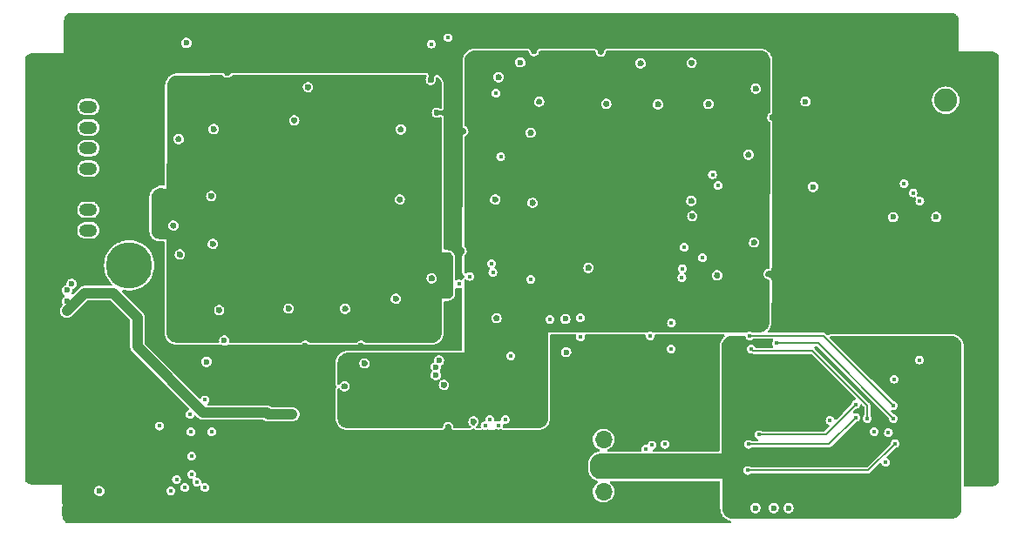
<source format=gbr>
%TF.GenerationSoftware,KiCad,Pcbnew,(6.0.1)*%
%TF.CreationDate,2022-01-18T02:16:12+08:00*%
%TF.ProjectId,project,70726f6a-6563-4742-9e6b-696361645f70,1.2.2*%
%TF.SameCoordinates,Original*%
%TF.FileFunction,Copper,L2,Inr*%
%TF.FilePolarity,Positive*%
%FSLAX46Y46*%
G04 Gerber Fmt 4.6, Leading zero omitted, Abs format (unit mm)*
G04 Created by KiCad (PCBNEW (6.0.1)) date 2022-01-18 02:16:12*
%MOMM*%
%LPD*%
G01*
G04 APERTURE LIST*
G04 Aperture macros list*
%AMRoundRect*
0 Rectangle with rounded corners*
0 $1 Rounding radius*
0 $2 $3 $4 $5 $6 $7 $8 $9 X,Y pos of 4 corners*
0 Add a 4 corners polygon primitive as box body*
4,1,4,$2,$3,$4,$5,$6,$7,$8,$9,$2,$3,0*
0 Add four circle primitives for the rounded corners*
1,1,$1+$1,$2,$3*
1,1,$1+$1,$4,$5*
1,1,$1+$1,$6,$7*
1,1,$1+$1,$8,$9*
0 Add four rect primitives between the rounded corners*
20,1,$1+$1,$2,$3,$4,$5,0*
20,1,$1+$1,$4,$5,$6,$7,0*
20,1,$1+$1,$6,$7,$8,$9,0*
20,1,$1+$1,$8,$9,$2,$3,0*%
G04 Aperture macros list end*
%TA.AperFunction,ComponentPad*%
%ADD10C,4.500000*%
%TD*%
%TA.AperFunction,ComponentPad*%
%ADD11RoundRect,0.250000X-0.625000X0.350000X-0.625000X-0.350000X0.625000X-0.350000X0.625000X0.350000X0*%
%TD*%
%TA.AperFunction,ComponentPad*%
%ADD12O,1.750000X1.200000*%
%TD*%
%TA.AperFunction,ComponentPad*%
%ADD13R,1.700000X1.700000*%
%TD*%
%TA.AperFunction,ComponentPad*%
%ADD14O,1.700000X1.700000*%
%TD*%
%TA.AperFunction,ComponentPad*%
%ADD15C,2.250000*%
%TD*%
%TA.AperFunction,ViaPad*%
%ADD16C,0.450000*%
%TD*%
%TA.AperFunction,ViaPad*%
%ADD17C,0.600000*%
%TD*%
%TA.AperFunction,Conductor*%
%ADD18C,1.000000*%
%TD*%
%TA.AperFunction,Conductor*%
%ADD19C,0.180000*%
%TD*%
%ADD20C,0.200000*%
%ADD21C,0.300000*%
%ADD22C,0.350000*%
G04 APERTURE END LIST*
D10*
%TO.N,unconnected-(M1-Pad9)*%
%TO.C,M1*%
X10297200Y25298400D03*
%TD*%
D11*
%TO.N,GND*%
%TO.C,J2*%
X6314400Y42697400D03*
D12*
%TO.N,/Power/PWR_RX*%
X6314400Y40697400D03*
%TO.N,/Power/PWR_TX*%
X6314400Y38697400D03*
%TO.N,/Control_MCU/UART7_RX*%
X6314400Y36697400D03*
%TO.N,/Control_MCU/UART7_TX*%
X6314400Y34697400D03*
%TO.N,GND*%
X6314400Y32697400D03*
%TO.N,/Control_MCU/TIM3_CH1*%
X6314400Y30697400D03*
%TO.N,+5V*%
X6314400Y28697400D03*
%TD*%
D13*
%TO.N,GND*%
%TO.C,U4*%
X56373600Y10895400D03*
D14*
%TO.N,Net-(C14-Pad1)*%
X56373600Y8355400D03*
%TO.N,GNDA*%
X56373600Y5815400D03*
%TO.N,+5VA*%
X56373600Y3275400D03*
%TD*%
D15*
%TO.N,Net-(J1-Pad1)*%
%TO.C,J1*%
X89614800Y41361600D03*
%TO.N,GND*%
X92154800Y43901600D03*
X87074800Y43901600D03*
X92154800Y38821600D03*
X87074800Y38821600D03*
%TD*%
D16*
%TO.N,/Debugger/DBG_TX*%
X16335800Y6737600D03*
X16355411Y4985000D03*
D17*
%TO.N,+3.3VP*%
X76737000Y32928800D03*
X26559300Y42212500D03*
D16*
X36935200Y42479200D03*
D17*
X39290500Y21524200D03*
X30792700Y18328100D03*
X15417650Y27768850D03*
D16*
X37595600Y43469800D03*
D17*
X39518400Y31524200D03*
X15416300Y32524200D03*
X31708200Y33416800D03*
D16*
X13414800Y29169600D03*
X34674600Y42250600D03*
D17*
X33257600Y33416800D03*
X28838000Y33416800D03*
X36534200Y33416800D03*
X39446000Y26524200D03*
X84509400Y29982400D03*
D16*
X13414800Y30719000D03*
D17*
X30158800Y33416800D03*
X21292700Y42152900D03*
D16*
X13414800Y30007800D03*
D17*
X76000400Y41234600D03*
D16*
X13849350Y28588150D03*
D17*
X88700400Y30007800D03*
X15497000Y39024200D03*
X18589900Y18177900D03*
X15396000Y41977800D03*
X39376050Y37960450D03*
X25292700Y18346800D03*
X34934000Y33416800D03*
X13414800Y32573200D03*
%TO.N,GND*%
X41964400Y31303200D03*
X14202200Y9611600D03*
X31220200Y13523200D03*
X71174400Y42479200D03*
X65002200Y30084000D03*
X49482800Y31379400D03*
X19307600Y16114000D03*
X54842200Y14107400D03*
X43082000Y7097000D03*
X78870600Y42504600D03*
X32795000Y17485600D03*
X40872200Y13675600D03*
X78134000Y37805600D03*
X78134000Y39126400D03*
X9731800Y32649400D03*
X49305000Y38186600D03*
X42751800Y38339000D03*
X36122400Y6919200D03*
X45850600Y31709600D03*
X42294600Y34833800D03*
X64900600Y31557200D03*
X42574000Y26680400D03*
X23651000Y12710400D03*
X6506000Y20863800D03*
X15091200Y37577000D03*
X56112200Y46086000D03*
X64926000Y44993800D03*
X41278600Y9560800D03*
X24209800Y44917600D03*
X40186400Y40142400D03*
X59973000Y44943000D03*
X25784600Y21092400D03*
X36198600Y22057600D03*
X12475000Y47991000D03*
X36681200Y38516800D03*
X66577000Y40980600D03*
X33607800Y44866800D03*
X26318000Y39405800D03*
X41253200Y27417000D03*
X39686940Y24030260D03*
X91215000Y28814000D03*
X43742400Y6563600D03*
X62538400Y9230600D03*
X72393600Y24445200D03*
X43742400Y10094200D03*
X61573200Y14005800D03*
X27664200Y42631600D03*
X70463200Y36053000D03*
X31271000Y21067000D03*
X54918400Y25054800D03*
X56645600Y41006000D03*
X70996600Y27518600D03*
X62538400Y13345400D03*
X39602200Y43342800D03*
X78134000Y40371000D03*
X91291200Y26858200D03*
X46180800Y43596800D03*
X83290200Y40193200D03*
X27384800Y17485600D03*
X32007600Y45324000D03*
X27029200Y8214600D03*
X19028200Y20940000D03*
X66983400Y12837400D03*
X83442600Y42453800D03*
X18266200Y32039800D03*
X45977600Y20152600D03*
X67415200Y24318200D03*
X4042200Y7249400D03*
X4931200Y4353800D03*
X12170200Y7909800D03*
X62411400Y1458200D03*
X36579600Y31709600D03*
X12957600Y2550400D03*
X72774600Y39710600D03*
X18418600Y27391600D03*
X18494800Y38542200D03*
X15218200Y26350200D03*
X41304000Y34173400D03*
X50117800Y41209200D03*
X19841000Y44028600D03*
X33150600Y15758400D03*
X87862200Y26121600D03*
X19739400Y2550400D03*
X14583200Y29169600D03*
X49609800Y46136800D03*
X82579000Y25842200D03*
X32591800Y6995400D03*
X34496800Y6970000D03*
X52708600Y13777200D03*
X61674800Y40955200D03*
X40872200Y8113000D03*
X13186200Y39253400D03*
%TO.N,+3.3VA*%
X38612200Y9866200D03*
X40161000Y10475200D03*
X43526200Y44218800D03*
X56173600Y20264800D03*
X47089000Y20857600D03*
X50673600Y44305000D03*
X61344600Y19212800D03*
X33607800Y9840200D03*
X35309600Y9840200D03*
X31251800Y10608400D03*
X65725800Y23009800D03*
X71453800Y32166800D03*
X31696300Y10163900D03*
X45552300Y26280500D03*
X71453800Y33157400D03*
X70311866Y23455666D03*
X45672800Y39075600D03*
X37037400Y9866200D03*
X34852400Y10576800D03*
X57173600Y44226400D03*
X67173600Y44193400D03*
X35868400Y10602200D03*
X62173600Y44171800D03*
X43526200Y44803000D03*
X37799400Y9866200D03*
X65725800Y20215800D03*
%TO.N,+5V*%
X23638300Y10970500D03*
X40084800Y15402800D03*
X5404343Y22117857D03*
X40389600Y16037800D03*
X4245400Y22870400D03*
X7384400Y3348400D03*
X5963389Y22598889D03*
X40084800Y14615400D03*
X4706220Y23501780D03*
X25479800Y10805400D03*
X4655950Y21291450D03*
X4245400Y20880900D03*
X26140200Y10805400D03*
X24260600Y10805400D03*
X4245400Y21803600D03*
%TO.N,+5VA*%
X72901600Y1686800D03*
X74339200Y1676600D03*
X71123600Y1686800D03*
%TO.N,GNDA*%
X77041800Y12405600D03*
X69548800Y937300D03*
X85246000Y3003800D03*
X80013600Y17460200D03*
X87760600Y5319000D03*
X85246000Y4019800D03*
X86338200Y17434800D03*
X74171600Y6843000D03*
X69320200Y11872200D03*
X88675000Y9078200D03*
X82452000Y15707600D03*
X87125600Y14894800D03*
X88471800Y17536400D03*
X80039000Y6639800D03*
X72063400Y4404600D03*
X85246000Y1987800D03*
X73765200Y4277600D03*
X85246000Y971800D03*
X71911000Y12151600D03*
X88802000Y12202400D03*
X70437800Y9179800D03*
D16*
%TO.N,+3.3VADC*%
X83785500Y6144500D03*
X87074800Y16088600D03*
X82680600Y9129000D03*
X84052200Y9002000D03*
X84598300Y14221700D03*
X78375300Y10208500D03*
%TO.N,/Process_MCU/RST*%
X45926800Y42047400D03*
X46384000Y35849800D03*
D17*
%TO.N,/Process_MCU/LED1*%
X48289000Y45044600D03*
%TO.N,/Control_MCU/LED1*%
X15853200Y46924200D03*
D16*
%TO.N,/Power/PWR_RX*%
X39627600Y46822600D03*
%TO.N,/Power/PWR_TX*%
X41278600Y47432200D03*
D17*
%TO.N,Net-(R1-Pad2)*%
X52734000Y16850600D03*
X52657800Y20076400D03*
D16*
%TO.N,/Debugger/SEL*%
X13211600Y9662400D03*
X14329200Y3363200D03*
%TO.N,/LCD&GPS/GPS_RX*%
X66958000Y34122600D03*
%TO.N,/LCD&GPS/GPS_TX*%
X67491400Y33055800D03*
%TO.N,/LCD&GPS/T_XP*%
X46815800Y10272000D03*
%TO.N,/LCD&GPS/T_YP*%
X46155400Y9738600D03*
%TO.N,/LCD&GPS/T_XM*%
X45342600Y10297400D03*
%TO.N,/LCD&GPS/T_YM*%
X44860000Y9713200D03*
%TO.N,/LCD&GPS/TOUCH_MOSI*%
X54156400Y18323800D03*
X54114100Y20203400D03*
%TO.N,/LCD&GPS/TOUCH_CS*%
X51159200Y20051000D03*
X47374600Y16495000D03*
%TO.N,/IMU/IMU_CS*%
X62335200Y7884400D03*
%TO.N,/IMU/IMU_RST*%
X61090600Y7808200D03*
%TO.N,/IMU/IMU_DR*%
X60455600Y7427200D03*
%TO.N,/IMU/DR*%
X70361600Y5344400D03*
X84712600Y7960600D03*
%TO.N,/IMU/RST*%
X80877200Y11770600D03*
X71453800Y8824200D03*
%TO.N,/IMU/CS*%
X70463200Y7884400D03*
X80902600Y10500600D03*
%TO.N,/IMU/IMU_CLK*%
X62970200Y19695400D03*
%TO.N,/IMU/IMU_MOSI*%
X60912800Y18450800D03*
%TO.N,/IMU/IMU_MISO*%
X62944800Y17180800D03*
%TO.N,/IMU/DOUT*%
X81994800Y10399000D03*
X70717200Y17180800D03*
%TO.N,/IMU/DIN*%
X84534800Y11669000D03*
X70590200Y18450800D03*
%TO.N,/IMU/SCLK*%
X84534800Y10399000D03*
X73206400Y17714200D03*
%TO.N,/LCD&GPS/LCD_CLK*%
X42320000Y23480000D03*
%TO.N,/LCD&GPS/LCD_RST*%
X49305000Y23937200D03*
%TO.N,/LCD&GPS/LCD_A0*%
X45622000Y24597600D03*
%TO.N,/LCD&GPS/LCD_MOSI*%
X45520400Y25461200D03*
%TO.N,/Debugger/DBG_RX1*%
X64214800Y27061400D03*
%TO.N,/Debugger/DBG_TX1*%
X65992800Y26045400D03*
D17*
%TO.N,/Debugger/SWDIO1*%
X17809000Y15910800D03*
D16*
X64011600Y24978600D03*
X16869200Y4226800D03*
%TO.N,/Debugger/SWDCLK1*%
X14888000Y4480800D03*
D17*
X19536200Y17993600D03*
D16*
X63986200Y24089600D03*
%TO.N,/Compass&Storage/IIC_SDA*%
X86439800Y32344600D03*
%TO.N,/LCD&GPS/LCD_CS*%
X43361400Y24216600D03*
%TO.N,/Control_MCU/UART1_TX*%
X18291600Y9103600D03*
%TO.N,/Control_MCU/UART1_RX*%
X16310400Y9103600D03*
%TO.N,/Control_MCU/SWDIO*%
X17656600Y12202400D03*
X17656600Y3693400D03*
%TO.N,/Control_MCU/SWDCLK*%
X16225100Y10805400D03*
X15700800Y3668000D03*
%TO.N,/Compass&Storage/IIC_SCL*%
X85576200Y33259000D03*
%TO.N,/Compass&Storage/COMPASS_RDY*%
X87100200Y31531800D03*
%TD*%
D18*
%TO.N,+5V*%
X5963389Y22598889D02*
X8733311Y22598889D01*
X4245400Y20880900D02*
X4655950Y21291450D01*
X24260600Y10805400D02*
X25479800Y10805400D01*
X11091720Y17370280D02*
X17491500Y10970500D01*
X25479800Y10805400D02*
X26140200Y10805400D01*
X8733311Y22598889D02*
X11091720Y20240480D01*
X17491500Y10970500D02*
X23638300Y10970500D01*
X4655950Y21291450D02*
X5963389Y22598889D01*
X23803400Y10805400D02*
X24260600Y10805400D01*
X11091720Y20240480D02*
X11091720Y17370280D01*
X23638300Y10970500D02*
X23803400Y10805400D01*
D19*
%TO.N,/IMU/DR*%
X84712600Y7960600D02*
X82096400Y5344400D01*
X82096400Y5344400D02*
X70361600Y5344400D01*
%TO.N,/IMU/RST*%
X77930800Y8824200D02*
X71453800Y8824200D01*
X77981600Y8875000D02*
X77930800Y8824200D01*
X80877200Y11770600D02*
X77981600Y8875000D01*
%TO.N,/IMU/CS*%
X78286400Y7884400D02*
X80902600Y10500600D01*
X70463200Y7884400D02*
X78286400Y7884400D01*
%TO.N,/IMU/DOUT*%
X70717200Y17180800D02*
X70920400Y16977600D01*
X76686200Y16977600D02*
X81994800Y11669000D01*
X70920400Y16977600D02*
X76686200Y16977600D01*
X81994800Y11669000D02*
X81994800Y10399000D01*
%TO.N,/IMU/DIN*%
X72215800Y18450800D02*
X70590200Y18450800D01*
X84534800Y11669000D02*
X77753000Y18450800D01*
X77753000Y18450800D02*
X72215800Y18450800D01*
%TO.N,/IMU/SCLK*%
X73206400Y17714200D02*
X77219600Y17714200D01*
X77219600Y17714200D02*
X84534800Y10399000D01*
%TD*%
%TA.AperFunction,Conductor*%
%TO.N,GND*%
G36*
X90527153Y49779998D02*
G01*
X90538965Y49771400D01*
X90607716Y49714978D01*
X90625179Y49697515D01*
X90733801Y49565158D01*
X90747519Y49544628D01*
X90828229Y49393629D01*
X90837682Y49370810D01*
X90887385Y49206957D01*
X90892202Y49182737D01*
X90909593Y49006163D01*
X90910200Y48993813D01*
X90910200Y46111400D01*
X93993413Y46111400D01*
X94005763Y46110793D01*
X94182340Y46093401D01*
X94206557Y46088585D01*
X94354948Y46043572D01*
X94370409Y46038882D01*
X94393229Y46029429D01*
X94431214Y46009126D01*
X94544231Y45948717D01*
X94564758Y45935001D01*
X94697121Y45826374D01*
X94714574Y45808921D01*
X94771401Y45739677D01*
X94799153Y45674332D01*
X94800000Y45659746D01*
X94800000Y4246654D01*
X94779998Y4178533D01*
X94771405Y4166728D01*
X94714574Y4097479D01*
X94697121Y4080026D01*
X94564758Y3971399D01*
X94544231Y3957683D01*
X94477473Y3922000D01*
X94393229Y3876971D01*
X94370410Y3867518D01*
X94206557Y3817815D01*
X94182340Y3812999D01*
X94016231Y3796638D01*
X94005763Y3795607D01*
X93993413Y3795000D01*
X93187029Y3795000D01*
X93166776Y3796638D01*
X93161932Y3797427D01*
X93161930Y3797427D01*
X93157320Y3798178D01*
X93023562Y3799929D01*
X92894482Y3801619D01*
X92894479Y3801619D01*
X92889805Y3801680D01*
X92864521Y3798239D01*
X92849178Y3796151D01*
X92832187Y3795000D01*
X91364200Y3795000D01*
X91364200Y17419213D01*
X91363959Y17429031D01*
X91363352Y17441381D01*
X91362630Y17451168D01*
X91358862Y17489422D01*
X91349230Y17587212D01*
X91345388Y17626222D01*
X91345388Y17626226D01*
X91345238Y17627744D01*
X91342360Y17647150D01*
X91337544Y17671367D01*
X91332773Y17690413D01*
X91283070Y17854266D01*
X91276455Y17872754D01*
X91275878Y17874147D01*
X91275871Y17874165D01*
X91267596Y17894139D01*
X91267595Y17894142D01*
X91267002Y17895573D01*
X91259838Y17910720D01*
X91259280Y17911899D01*
X91259279Y17911902D01*
X91258613Y17913309D01*
X91252397Y17924940D01*
X91201527Y18020110D01*
X91178636Y18062936D01*
X91178635Y18062937D01*
X91177901Y18064311D01*
X91167810Y18081147D01*
X91160858Y18091551D01*
X91154959Y18100380D01*
X91154952Y18100390D01*
X91154094Y18101674D01*
X91142403Y18117436D01*
X91107226Y18160300D01*
X91034759Y18248602D01*
X91034746Y18248617D01*
X91033776Y18249799D01*
X91020595Y18264342D01*
X91003142Y18281795D01*
X90988599Y18294976D01*
X90987417Y18295946D01*
X90987402Y18295959D01*
X90857425Y18402627D01*
X90856236Y18403603D01*
X90840474Y18415294D01*
X90839190Y18416152D01*
X90839180Y18416159D01*
X90821228Y18428154D01*
X90819947Y18429010D01*
X90818652Y18429786D01*
X90818638Y18429795D01*
X90804422Y18438315D01*
X90804412Y18438321D01*
X90803110Y18439101D01*
X90801754Y18439826D01*
X90653482Y18519079D01*
X90653469Y18519086D01*
X90652108Y18519813D01*
X90634370Y18528203D01*
X90632954Y18528790D01*
X90632944Y18528794D01*
X90612958Y18537073D01*
X90612949Y18537076D01*
X90611550Y18537656D01*
X90593065Y18544270D01*
X90429213Y18593973D01*
X90416959Y18597043D01*
X90411661Y18598370D01*
X90411652Y18598372D01*
X90410167Y18598744D01*
X90385950Y18603560D01*
X90384433Y18603785D01*
X90368049Y18606215D01*
X90368041Y18606216D01*
X90366544Y18606438D01*
X90365026Y18606588D01*
X90365022Y18606588D01*
X90190741Y18623754D01*
X90190722Y18623756D01*
X90189967Y18623830D01*
X90180181Y18624552D01*
X90174717Y18624821D01*
X90168652Y18625119D01*
X90168624Y18625120D01*
X90167831Y18625159D01*
X90161566Y18625313D01*
X90158749Y18625382D01*
X90158744Y18625382D01*
X90158013Y18625400D01*
X78493419Y18625400D01*
X78492862Y18625390D01*
X78492852Y18625390D01*
X78489883Y18625337D01*
X78486281Y18625273D01*
X78483748Y18625183D01*
X78482353Y18625133D01*
X78482350Y18625133D01*
X78477292Y18624952D01*
X78472328Y18623965D01*
X78472323Y18623964D01*
X78419501Y18613457D01*
X78419496Y18613456D01*
X78414536Y18612469D01*
X78409792Y18610700D01*
X78409790Y18610699D01*
X78349836Y18588337D01*
X78348016Y18587658D01*
X78346242Y18586870D01*
X78346243Y18586870D01*
X78333898Y18581384D01*
X78333896Y18581383D01*
X78325661Y18577723D01*
X78258001Y18520293D01*
X78193125Y18491460D01*
X78122957Y18502280D01*
X78087370Y18527259D01*
X77994093Y18620536D01*
X77992541Y18622334D01*
X77990258Y18627004D01*
X77955604Y18659150D01*
X77952199Y18662430D01*
X77939309Y18675320D01*
X77935431Y18677980D01*
X77933075Y18680049D01*
X77919444Y18692693D01*
X77910918Y18700602D01*
X77900114Y18704912D01*
X77895163Y18708042D01*
X77887674Y18712041D01*
X77882323Y18714412D01*
X77872732Y18720992D01*
X77849831Y18726427D01*
X77832258Y18731985D01*
X77810402Y18740704D01*
X77804323Y18741300D01*
X77801244Y18741300D01*
X77798171Y18741450D01*
X77798185Y18741734D01*
X77789265Y18742778D01*
X77778759Y18743292D01*
X77767436Y18745979D01*
X77755907Y18744410D01*
X77755906Y18744410D01*
X77741512Y18742451D01*
X77724521Y18741300D01*
X72456999Y18741300D01*
X72388878Y18761302D01*
X72342385Y18814958D01*
X72332281Y18885232D01*
X72363831Y18952127D01*
X72366685Y18955262D01*
X72475392Y19087095D01*
X72479422Y19092502D01*
X72486173Y19101557D01*
X72486184Y19101572D01*
X72487099Y19102800D01*
X72500846Y19123262D01*
X72510960Y19140036D01*
X72591918Y19290511D01*
X72600342Y19308191D01*
X72609842Y19330937D01*
X72616497Y19349362D01*
X72666610Y19512726D01*
X72671431Y19531715D01*
X72676320Y19555877D01*
X72679260Y19575240D01*
X72697235Y19751403D01*
X72697990Y19761170D01*
X72698640Y19773493D01*
X72698917Y19783282D01*
X72698983Y19800977D01*
X72698983Y19800982D01*
X72712811Y23531241D01*
X72713872Y23817451D01*
X72712764Y23828528D01*
X72710904Y23847104D01*
X72709759Y23858548D01*
X72704265Y23885217D01*
X72700882Y23901637D01*
X72700882Y23901638D01*
X72699314Y23909247D01*
X72656954Y23997069D01*
X72651981Y24003026D01*
X72651978Y24003030D01*
X72628296Y24031394D01*
X72611453Y24051568D01*
X72594655Y24069354D01*
X72586876Y24073895D01*
X72586874Y24073896D01*
X72558827Y24090266D01*
X72517783Y24114223D01*
X72450040Y24135471D01*
X72393850Y24144604D01*
X72363102Y24145167D01*
X72327841Y24150879D01*
X72280115Y24165789D01*
X72247870Y24181169D01*
X72206256Y24208871D01*
X72179627Y24232681D01*
X72147458Y24270950D01*
X72128579Y24301279D01*
X72108445Y24347036D01*
X72098838Y24381445D01*
X72098301Y24385550D01*
X72092356Y24431019D01*
X72092792Y24466737D01*
X72095134Y24481774D01*
X72100484Y24516140D01*
X72110928Y24550299D01*
X72132175Y24595554D01*
X72151788Y24625411D01*
X72184882Y24662883D01*
X72212088Y24686038D01*
X72214851Y24687781D01*
X72254370Y24712716D01*
X72286975Y24727300D01*
X72335047Y24741040D01*
X72370439Y24745888D01*
X72384787Y24745800D01*
X72387172Y24745785D01*
X72387174Y24745785D01*
X72388002Y24745780D01*
X72388036Y24745780D01*
X72390560Y24745765D01*
X72411932Y24747945D01*
X72429935Y24749781D01*
X72429943Y24749782D01*
X72433303Y24750125D01*
X72439704Y24751485D01*
X72485135Y24761134D01*
X72485163Y24761140D01*
X72485990Y24761316D01*
X72496141Y24763751D01*
X72510658Y24771418D01*
X72568592Y24802014D01*
X72568596Y24802016D01*
X72574847Y24805318D01*
X72628675Y24851612D01*
X72646214Y24868669D01*
X72689953Y24946190D01*
X72710207Y25014236D01*
X72718517Y25070551D01*
X72718539Y25076339D01*
X72736749Y29988577D01*
X84003791Y29988577D01*
X84004955Y29979675D01*
X84004955Y29979672D01*
X84006841Y29965251D01*
X84022380Y29846421D01*
X84080120Y29715197D01*
X84085897Y29708324D01*
X84085898Y29708323D01*
X84093192Y29699646D01*
X84172370Y29605452D01*
X84291713Y29526010D01*
X84428557Y29483258D01*
X84437529Y29483094D01*
X84437532Y29483093D01*
X84502863Y29481896D01*
X84571899Y29480630D01*
X84580933Y29483093D01*
X84701558Y29515979D01*
X84701560Y29515980D01*
X84710217Y29518340D01*
X84832391Y29593355D01*
X84928600Y29699646D01*
X84972221Y29789679D01*
X84987195Y29820586D01*
X84987195Y29820587D01*
X84991110Y29828667D01*
X85014896Y29970046D01*
X85015047Y29982400D01*
X85010525Y30013977D01*
X88194791Y30013977D01*
X88195955Y30005075D01*
X88195955Y30005072D01*
X88204085Y29942899D01*
X88213380Y29871821D01*
X88271120Y29740597D01*
X88276897Y29733724D01*
X88276898Y29733723D01*
X88284192Y29725046D01*
X88363370Y29630852D01*
X88482713Y29551410D01*
X88619557Y29508658D01*
X88628529Y29508494D01*
X88628532Y29508493D01*
X88693863Y29507296D01*
X88762899Y29506030D01*
X88771933Y29508493D01*
X88892558Y29541379D01*
X88892560Y29541380D01*
X88901217Y29543740D01*
X89023391Y29618755D01*
X89119600Y29725046D01*
X89182110Y29854067D01*
X89205896Y29995446D01*
X89205972Y30001664D01*
X89205988Y30002941D01*
X89205988Y30002946D01*
X89206047Y30007800D01*
X89196691Y30073132D01*
X89186996Y30140832D01*
X89186995Y30140835D01*
X89185723Y30149718D01*
X89126384Y30280228D01*
X89089873Y30322601D01*
X89038660Y30382037D01*
X89038657Y30382040D01*
X89032800Y30388837D01*
X88912495Y30466815D01*
X88775139Y30507893D01*
X88766163Y30507948D01*
X88766162Y30507948D01*
X88705955Y30508316D01*
X88631776Y30508769D01*
X88493929Y30469372D01*
X88372680Y30392870D01*
X88366738Y30386142D01*
X88366737Y30386141D01*
X88344305Y30360741D01*
X88277777Y30285412D01*
X88216847Y30155637D01*
X88211971Y30124318D01*
X88202323Y30062351D01*
X88194791Y30013977D01*
X85010525Y30013977D01*
X85006873Y30039476D01*
X84995996Y30115432D01*
X84995995Y30115435D01*
X84994723Y30124318D01*
X84980802Y30154937D01*
X84965268Y30189101D01*
X84935384Y30254828D01*
X84876987Y30322601D01*
X84847660Y30356637D01*
X84847657Y30356640D01*
X84841800Y30363437D01*
X84721495Y30441415D01*
X84584139Y30482493D01*
X84575163Y30482548D01*
X84575162Y30482548D01*
X84514955Y30482916D01*
X84440776Y30483369D01*
X84302929Y30443972D01*
X84181680Y30367470D01*
X84175738Y30360742D01*
X84175737Y30360741D01*
X84172113Y30356637D01*
X84086777Y30260012D01*
X84025847Y30130237D01*
X84017740Y30078169D01*
X84005936Y30002351D01*
X84003791Y29988577D01*
X72736749Y29988577D01*
X72745483Y32344600D01*
X86008996Y32344600D01*
X86010547Y32334807D01*
X86021036Y32268585D01*
X86030081Y32211474D01*
X86091272Y32091380D01*
X86186580Y31996072D01*
X86306674Y31934881D01*
X86316463Y31933331D01*
X86316465Y31933330D01*
X86430007Y31915347D01*
X86439800Y31913796D01*
X86572926Y31934881D01*
X86581761Y31939383D01*
X86590337Y31942169D01*
X86661305Y31944195D01*
X86722102Y31907532D01*
X86753427Y31843819D01*
X86745333Y31773286D01*
X86741544Y31765142D01*
X86690481Y31664926D01*
X86688931Y31655137D01*
X86688930Y31655135D01*
X86672146Y31549165D01*
X86669396Y31531800D01*
X86670947Y31522007D01*
X86688901Y31408652D01*
X86690481Y31398674D01*
X86751672Y31278580D01*
X86846980Y31183272D01*
X86967074Y31122081D01*
X86976863Y31120531D01*
X86976865Y31120530D01*
X87090407Y31102547D01*
X87100200Y31100996D01*
X87109993Y31102547D01*
X87223535Y31120530D01*
X87223537Y31120531D01*
X87233326Y31122081D01*
X87353420Y31183272D01*
X87448728Y31278580D01*
X87509919Y31398674D01*
X87511500Y31408652D01*
X87529453Y31522007D01*
X87531004Y31531800D01*
X87528254Y31549165D01*
X87511470Y31655135D01*
X87511469Y31655137D01*
X87509919Y31664926D01*
X87448728Y31785020D01*
X87353420Y31880328D01*
X87233326Y31941519D01*
X87223537Y31943069D01*
X87223535Y31943070D01*
X87109993Y31961053D01*
X87100200Y31962604D01*
X86967074Y31941519D01*
X86958239Y31937017D01*
X86949663Y31934231D01*
X86878695Y31932205D01*
X86817898Y31968868D01*
X86786573Y32032581D01*
X86794667Y32103114D01*
X86798461Y32111268D01*
X86805465Y32125013D01*
X86849519Y32211474D01*
X86858565Y32268585D01*
X86869053Y32334807D01*
X86870604Y32344600D01*
X86858694Y32419797D01*
X86851070Y32467935D01*
X86851069Y32467937D01*
X86849519Y32477726D01*
X86788328Y32597820D01*
X86693020Y32693128D01*
X86572926Y32754319D01*
X86563137Y32755869D01*
X86563135Y32755870D01*
X86449593Y32773853D01*
X86439800Y32775404D01*
X86430007Y32773853D01*
X86316465Y32755870D01*
X86316463Y32755869D01*
X86306674Y32754319D01*
X86186580Y32693128D01*
X86091272Y32597820D01*
X86030081Y32477726D01*
X86028531Y32467937D01*
X86028530Y32467935D01*
X86020906Y32419797D01*
X86008996Y32344600D01*
X72745483Y32344600D01*
X72747672Y32934977D01*
X76231391Y32934977D01*
X76232555Y32926075D01*
X76232555Y32926072D01*
X76235928Y32900280D01*
X76249980Y32792821D01*
X76307720Y32661597D01*
X76313497Y32654724D01*
X76313498Y32654723D01*
X76361320Y32597832D01*
X76399970Y32551852D01*
X76519313Y32472410D01*
X76656157Y32429658D01*
X76665129Y32429494D01*
X76665132Y32429493D01*
X76730463Y32428296D01*
X76799499Y32427030D01*
X76808533Y32429493D01*
X76929158Y32462379D01*
X76929160Y32462380D01*
X76937817Y32464740D01*
X77059991Y32539755D01*
X77076486Y32557978D01*
X77150178Y32639393D01*
X77156200Y32646046D01*
X77218710Y32775067D01*
X77242496Y32916446D01*
X77242647Y32928800D01*
X77222323Y33070718D01*
X77162984Y33201228D01*
X77144598Y33222566D01*
X77113205Y33259000D01*
X85145396Y33259000D01*
X85166481Y33125874D01*
X85227672Y33005780D01*
X85322980Y32910472D01*
X85443074Y32849281D01*
X85452863Y32847731D01*
X85452865Y32847730D01*
X85566407Y32829747D01*
X85576200Y32828196D01*
X85585993Y32829747D01*
X85699535Y32847730D01*
X85699537Y32847731D01*
X85709326Y32849281D01*
X85829420Y32910472D01*
X85924728Y33005780D01*
X85985919Y33125874D01*
X86007004Y33259000D01*
X85998952Y33309837D01*
X85987470Y33382335D01*
X85987469Y33382337D01*
X85985919Y33392126D01*
X85924728Y33512220D01*
X85829420Y33607528D01*
X85709326Y33668719D01*
X85699537Y33670269D01*
X85699535Y33670270D01*
X85585993Y33688253D01*
X85576200Y33689804D01*
X85566407Y33688253D01*
X85452865Y33670270D01*
X85452863Y33670269D01*
X85443074Y33668719D01*
X85322980Y33607528D01*
X85227672Y33512220D01*
X85166481Y33392126D01*
X85164931Y33382337D01*
X85164930Y33382335D01*
X85153448Y33309837D01*
X85145396Y33259000D01*
X77113205Y33259000D01*
X77075260Y33303037D01*
X77075257Y33303040D01*
X77069400Y33309837D01*
X76949095Y33387815D01*
X76811739Y33428893D01*
X76802763Y33428948D01*
X76802762Y33428948D01*
X76742555Y33429316D01*
X76668376Y33429769D01*
X76530529Y33390372D01*
X76409280Y33313870D01*
X76314377Y33206412D01*
X76253447Y33076637D01*
X76249147Y33049019D01*
X76233414Y32947970D01*
X76231391Y32934977D01*
X72747672Y32934977D01*
X72770797Y39172989D01*
X72770797Y39172991D01*
X72770809Y39176261D01*
X72769693Y39187355D01*
X72766978Y39214327D01*
X72766651Y39217576D01*
X72756094Y39268532D01*
X72729346Y39323752D01*
X72716884Y39349479D01*
X72716883Y39349480D01*
X72713493Y39356479D01*
X72667870Y39410877D01*
X72625455Y39448843D01*
X72621707Y39451338D01*
X72621703Y39451341D01*
X72587259Y39474269D01*
X72560628Y39498079D01*
X72528456Y39536352D01*
X72509578Y39566681D01*
X72502377Y39583046D01*
X72489446Y39612435D01*
X72479838Y39646845D01*
X72473356Y39696421D01*
X72473588Y39715298D01*
X72472689Y39715298D01*
X72472689Y39715300D01*
X72473758Y39729110D01*
X72473795Y39732151D01*
X72474188Y39734676D01*
X72474189Y39734684D01*
X72481484Y39781538D01*
X72491930Y39815704D01*
X72513175Y39860953D01*
X72532788Y39890810D01*
X72565882Y39928282D01*
X72593087Y39951436D01*
X72597556Y39954256D01*
X72622732Y39970141D01*
X72640017Y39983867D01*
X72653904Y39994895D01*
X72653905Y39994896D01*
X72656576Y39997017D01*
X72695085Y40035065D01*
X72702468Y40042759D01*
X72706990Y40050772D01*
X72727656Y40087401D01*
X72746207Y40120279D01*
X72766460Y40188322D01*
X72767974Y40198578D01*
X72774112Y40240179D01*
X72774770Y40244637D01*
X72774949Y40292752D01*
X72778463Y41240777D01*
X75494791Y41240777D01*
X75495955Y41231875D01*
X75495955Y41231872D01*
X75500775Y41195012D01*
X75513380Y41098621D01*
X75538992Y41040413D01*
X75564313Y40982868D01*
X75571120Y40967397D01*
X75576897Y40960524D01*
X75576898Y40960523D01*
X75657590Y40864528D01*
X75663370Y40857652D01*
X75782713Y40778210D01*
X75919557Y40735458D01*
X75928529Y40735294D01*
X75928532Y40735293D01*
X75993863Y40734096D01*
X76062899Y40732830D01*
X76071933Y40735293D01*
X76192558Y40768179D01*
X76192560Y40768180D01*
X76201217Y40770540D01*
X76323391Y40845555D01*
X76347378Y40872055D01*
X76413578Y40945193D01*
X76419600Y40951846D01*
X76465408Y41046393D01*
X76478195Y41072786D01*
X76478195Y41072787D01*
X76482110Y41080867D01*
X76505896Y41222246D01*
X76506047Y41234600D01*
X76495708Y41306798D01*
X76487860Y41361600D01*
X88284237Y41361600D01*
X88304451Y41130550D01*
X88364480Y40906521D01*
X88389589Y40852675D01*
X88460173Y40701306D01*
X88460176Y40701301D01*
X88462499Y40696319D01*
X88465655Y40691812D01*
X88465656Y40691810D01*
X88491955Y40654252D01*
X88595530Y40506331D01*
X88759531Y40342330D01*
X88764039Y40339173D01*
X88764042Y40339171D01*
X88830335Y40292752D01*
X88949518Y40209299D01*
X88954500Y40206976D01*
X88954505Y40206973D01*
X89061416Y40157120D01*
X89159721Y40111280D01*
X89383750Y40051251D01*
X89614800Y40031037D01*
X89845850Y40051251D01*
X90069879Y40111280D01*
X90168184Y40157120D01*
X90275095Y40206973D01*
X90275100Y40206976D01*
X90280082Y40209299D01*
X90399265Y40292752D01*
X90465558Y40339171D01*
X90465561Y40339173D01*
X90470069Y40342330D01*
X90634070Y40506331D01*
X90737646Y40654252D01*
X90763944Y40691810D01*
X90763945Y40691812D01*
X90767101Y40696319D01*
X90769424Y40701301D01*
X90769427Y40701306D01*
X90840011Y40852675D01*
X90865120Y40906521D01*
X90925149Y41130550D01*
X90945363Y41361600D01*
X90925149Y41592650D01*
X90865120Y41816679D01*
X90819352Y41914829D01*
X90769427Y42021894D01*
X90769424Y42021899D01*
X90767101Y42026881D01*
X90648810Y42195818D01*
X90637229Y42212358D01*
X90637227Y42212361D01*
X90634070Y42216869D01*
X90470069Y42380870D01*
X90461465Y42386895D01*
X90331258Y42478067D01*
X90280082Y42513901D01*
X90275100Y42516224D01*
X90275095Y42516227D01*
X90164137Y42567967D01*
X90069879Y42611920D01*
X89845850Y42671949D01*
X89614800Y42692163D01*
X89383750Y42671949D01*
X89159721Y42611920D01*
X89093068Y42580839D01*
X88954506Y42516227D01*
X88954501Y42516224D01*
X88949519Y42513901D01*
X88945012Y42510745D01*
X88945010Y42510744D01*
X88764042Y42384029D01*
X88764039Y42384027D01*
X88759531Y42380870D01*
X88595530Y42216869D01*
X88592373Y42212361D01*
X88592371Y42212358D01*
X88580790Y42195818D01*
X88462499Y42026881D01*
X88460176Y42021899D01*
X88460173Y42021894D01*
X88410248Y41914829D01*
X88364480Y41816679D01*
X88304451Y41592650D01*
X88284237Y41361600D01*
X76487860Y41361600D01*
X76486996Y41367632D01*
X76486995Y41367635D01*
X76485723Y41376518D01*
X76479861Y41389412D01*
X76463133Y41426203D01*
X76426384Y41507028D01*
X76407998Y41528366D01*
X76338660Y41608837D01*
X76338657Y41608840D01*
X76332800Y41615637D01*
X76212495Y41693615D01*
X76075139Y41734693D01*
X76066163Y41734748D01*
X76066162Y41734748D01*
X76005955Y41735116D01*
X75931776Y41735569D01*
X75793929Y41696172D01*
X75672680Y41619670D01*
X75666738Y41612942D01*
X75666737Y41612941D01*
X75648817Y41592650D01*
X75577777Y41512212D01*
X75516847Y41382437D01*
X75509064Y41332449D01*
X75496389Y41251039D01*
X75494791Y41240777D01*
X72778463Y41240777D01*
X72787707Y43734279D01*
X72793055Y45176951D01*
X72792849Y45186793D01*
X72792285Y45199174D01*
X72791596Y45208985D01*
X72791002Y45215245D01*
X72774925Y45384495D01*
X72774779Y45386034D01*
X72771958Y45405500D01*
X72767207Y45429799D01*
X72766241Y45433710D01*
X72762858Y45447396D01*
X72762858Y45447398D01*
X72762486Y45448901D01*
X72713162Y45613281D01*
X72706587Y45631827D01*
X72697176Y45654726D01*
X72695136Y45659070D01*
X72689477Y45671116D01*
X72689473Y45671124D01*
X72688813Y45672529D01*
X72622457Y45797438D01*
X72608302Y45824084D01*
X72607066Y45826159D01*
X72599036Y45839630D01*
X72599033Y45839634D01*
X72598230Y45840982D01*
X72584529Y45861591D01*
X72572842Y45877422D01*
X72571879Y45878601D01*
X72571863Y45878621D01*
X72465214Y46009126D01*
X72464236Y46010323D01*
X72451050Y46024930D01*
X72433579Y46042465D01*
X72419028Y46055698D01*
X72416458Y46057814D01*
X72287749Y46163793D01*
X72287733Y46163806D01*
X72286541Y46164787D01*
X72280800Y46169058D01*
X72271981Y46175620D01*
X72271965Y46175631D01*
X72270753Y46176533D01*
X72250186Y46190316D01*
X72233328Y46200449D01*
X72231987Y46201168D01*
X72231969Y46201178D01*
X72161615Y46238887D01*
X72082074Y46281521D01*
X72064303Y46289949D01*
X72062914Y46290526D01*
X72062898Y46290533D01*
X72042858Y46298856D01*
X72042846Y46298861D01*
X72041439Y46299445D01*
X72040003Y46299960D01*
X72039993Y46299964D01*
X72033441Y46302314D01*
X72022918Y46306089D01*
X71858721Y46356023D01*
X71856392Y46356608D01*
X71856194Y46356658D01*
X71839635Y46360816D01*
X71815354Y46365657D01*
X71813851Y46365880D01*
X71813842Y46365882D01*
X71801944Y46367650D01*
X71795899Y46368549D01*
X71794362Y46368701D01*
X71794360Y46368701D01*
X71619729Y46385942D01*
X71619699Y46385945D01*
X71618915Y46386022D01*
X71618143Y46386079D01*
X71618110Y46386082D01*
X71609925Y46386688D01*
X71609887Y46386690D01*
X71609108Y46386748D01*
X71608311Y46386787D01*
X71608283Y46386789D01*
X71602918Y46387053D01*
X71596729Y46387358D01*
X71595926Y46387378D01*
X71595919Y46387378D01*
X71592325Y46387466D01*
X71586886Y46387600D01*
X56742745Y46387600D01*
X56729188Y46386448D01*
X56711674Y46384961D01*
X56711669Y46384960D01*
X56709016Y46384735D01*
X56690687Y46381599D01*
X56674198Y46378778D01*
X56674196Y46378778D01*
X56667127Y46377568D01*
X56583917Y46342684D01*
X56526321Y46301173D01*
X56507388Y46285683D01*
X56502307Y46278248D01*
X56502304Y46278245D01*
X56471907Y46233767D01*
X56457166Y46212197D01*
X56454574Y46205613D01*
X56454573Y46205612D01*
X56438868Y46165725D01*
X56431606Y46147283D01*
X56430507Y46141661D01*
X56430506Y46141658D01*
X56426095Y46119094D01*
X56422380Y46106506D01*
X56420468Y46106828D01*
X56418221Y46093471D01*
X56404427Y46011486D01*
X56393565Y45977454D01*
X56371766Y45932461D01*
X56351794Y45902849D01*
X56318243Y45865782D01*
X56290761Y45842966D01*
X56265641Y45827542D01*
X56248154Y45816805D01*
X56215369Y45802618D01*
X56196377Y45797440D01*
X56167135Y45789468D01*
X56131683Y45785052D01*
X56109337Y45785462D01*
X56109327Y45785462D01*
X56081704Y45785968D01*
X56046440Y45791680D01*
X55998716Y45806590D01*
X55966471Y45821970D01*
X55933490Y45843924D01*
X55933484Y45843928D01*
X55924850Y45849676D01*
X55898229Y45873478D01*
X55890852Y45882253D01*
X55890847Y45882259D01*
X55866053Y45911756D01*
X55847179Y45942079D01*
X55827045Y45987837D01*
X55817438Y46022246D01*
X55807071Y46101531D01*
X55807070Y46101538D01*
X55806765Y46103869D01*
X55806261Y46106302D01*
X55801183Y46130769D01*
X55801183Y46130770D01*
X55800709Y46133053D01*
X55790387Y46169058D01*
X55749281Y46244914D01*
X55744796Y46250090D01*
X55744794Y46250093D01*
X55704040Y46297125D01*
X55702788Y46298570D01*
X55685666Y46316045D01*
X55607984Y46359497D01*
X55574519Y46369323D01*
X55544186Y46378230D01*
X55544182Y46378231D01*
X55539863Y46379499D01*
X55535415Y46380139D01*
X55535408Y46380140D01*
X55487965Y46386961D01*
X55487958Y46386961D01*
X55483517Y46387600D01*
X50232494Y46387600D01*
X50206395Y46385890D01*
X50204361Y46385622D01*
X50204358Y46385622D01*
X50180296Y46382455D01*
X50180294Y46382455D01*
X50173794Y46381599D01*
X50095815Y46354095D01*
X50035189Y46317149D01*
X50032547Y46315308D01*
X50022506Y46308313D01*
X50022504Y46308311D01*
X50015115Y46303163D01*
X49959377Y46233767D01*
X49943189Y46200449D01*
X49931788Y46176984D01*
X49928350Y46169909D01*
X49911013Y46115692D01*
X49908715Y46102035D01*
X49908705Y46101977D01*
X49902028Y46062289D01*
X49891168Y46028260D01*
X49869365Y45983259D01*
X49849391Y45953647D01*
X49816429Y45917231D01*
X49815882Y45916626D01*
X49788359Y45893765D01*
X49745752Y45867604D01*
X49712975Y45853419D01*
X49664730Y45840266D01*
X49629283Y45835852D01*
X49606937Y45836262D01*
X49606927Y45836262D01*
X49579304Y45836768D01*
X49544040Y45842480D01*
X49496319Y45857389D01*
X49464075Y45872768D01*
X49432534Y45893763D01*
X49422456Y45900471D01*
X49395824Y45924284D01*
X49363655Y45962555D01*
X49344778Y45992882D01*
X49337104Y46010323D01*
X49324645Y46038638D01*
X49315039Y46073044D01*
X49311312Y46101547D01*
X49311310Y46101556D01*
X49311008Y46103869D01*
X49304952Y46133053D01*
X49294630Y46169058D01*
X49253524Y46244914D01*
X49249039Y46250090D01*
X49249037Y46250093D01*
X49208283Y46297125D01*
X49207031Y46298570D01*
X49189909Y46316045D01*
X49112227Y46359497D01*
X49078762Y46369323D01*
X49048429Y46378230D01*
X49048425Y46378231D01*
X49044106Y46379499D01*
X49039658Y46380139D01*
X49039651Y46380140D01*
X48992208Y46386961D01*
X48992201Y46386961D01*
X48987760Y46387600D01*
X43883389Y46387600D01*
X43882666Y46387582D01*
X43882643Y46387582D01*
X43874410Y46387380D01*
X43873594Y46387360D01*
X43872806Y46387321D01*
X43872796Y46387321D01*
X43862021Y46386793D01*
X43861983Y46386791D01*
X43861276Y46386756D01*
X43860567Y46386704D01*
X43860538Y46386702D01*
X43855116Y46386302D01*
X43851487Y46386035D01*
X43850669Y46385955D01*
X43850663Y46385954D01*
X43737249Y46374795D01*
X43675059Y46368676D01*
X43655657Y46365800D01*
X43631465Y46360992D01*
X43612451Y46356234D01*
X43448762Y46306633D01*
X43447318Y46306117D01*
X43447306Y46306113D01*
X43439052Y46303163D01*
X43430305Y46300037D01*
X43428896Y46299454D01*
X43428888Y46299451D01*
X43427450Y46298856D01*
X43407504Y46290604D01*
X43406147Y46289963D01*
X43406129Y46289955D01*
X43397087Y46285683D01*
X43389769Y46282226D01*
X43238879Y46201670D01*
X43237581Y46200893D01*
X43237574Y46200889D01*
X43223363Y46192382D01*
X43223346Y46192371D01*
X43222056Y46191599D01*
X43201532Y46177903D01*
X43185776Y46166233D01*
X43053480Y46057814D01*
X43038943Y46044659D01*
X43021488Y46027232D01*
X43020457Y46026097D01*
X43020448Y46026087D01*
X43009345Y46013858D01*
X43009332Y46013843D01*
X43008307Y46012714D01*
X43007350Y46011551D01*
X43007337Y46011535D01*
X42918271Y45903205D01*
X42899673Y45880584D01*
X42887978Y45864845D01*
X42874253Y45844348D01*
X42864156Y45827542D01*
X42784506Y45678917D01*
X42783390Y45676836D01*
X42782727Y45675439D01*
X42782722Y45675429D01*
X42775639Y45660503D01*
X42774959Y45659070D01*
X42774354Y45657613D01*
X42774349Y45657603D01*
X42772565Y45653310D01*
X42765489Y45636284D01*
X42758861Y45617832D01*
X42758413Y45616363D01*
X42758410Y45616353D01*
X42744761Y45571567D01*
X42708999Y45454219D01*
X42704211Y45435211D01*
X42699363Y45411018D01*
X42696457Y45391623D01*
X42686185Y45288902D01*
X42680535Y45232401D01*
X42678819Y45215245D01*
X42678765Y45214531D01*
X42678763Y45214506D01*
X42678484Y45210804D01*
X42678082Y45205465D01*
X42677457Y45193130D01*
X42677201Y45183327D01*
X42676991Y45051095D01*
X42676643Y44832304D01*
X42674687Y43603295D01*
X42672909Y42485695D01*
X42672212Y42047718D01*
X42670888Y41215695D01*
X42667238Y38921271D01*
X42667702Y38907338D01*
X42668897Y38889824D01*
X42686098Y38821258D01*
X42688402Y38816147D01*
X42688402Y38816146D01*
X42713761Y38759883D01*
X42715271Y38756532D01*
X42716173Y38754819D01*
X42722470Y38742858D01*
X42722472Y38742855D01*
X42726669Y38734884D01*
X42788647Y38670999D01*
X42838960Y38638312D01*
X42838762Y38638007D01*
X42853023Y38630694D01*
X42863264Y38622792D01*
X42869689Y38619824D01*
X42874965Y38616625D01*
X42882136Y38612670D01*
X42926140Y38584149D01*
X42936244Y38577600D01*
X42963166Y38554115D01*
X42976633Y38538485D01*
X42995795Y38516246D01*
X43015041Y38486151D01*
X43035736Y38440634D01*
X43045762Y38406349D01*
X43047944Y38391113D01*
X43053158Y38354705D01*
X43052685Y38315944D01*
X43044028Y38264487D01*
X43033167Y38230458D01*
X43017722Y38198578D01*
X43011369Y38185466D01*
X42991395Y38155851D01*
X42957838Y38118778D01*
X42930358Y38095964D01*
X42881694Y38066084D01*
X42873013Y38060754D01*
X42865505Y38056492D01*
X42865400Y38056437D01*
X42864539Y38056135D01*
X42861925Y38055004D01*
X42857992Y38052561D01*
X42857986Y38052558D01*
X42815957Y38026453D01*
X42812011Y38024002D01*
X42808467Y38020998D01*
X42808465Y38020996D01*
X42759714Y37979665D01*
X42756162Y37976654D01*
X42737263Y37958366D01*
X42732782Y37950385D01*
X42732779Y37950381D01*
X42697153Y37886928D01*
X42693687Y37880754D01*
X42673576Y37812666D01*
X42665384Y37756330D01*
X42664245Y37040393D01*
X42662351Y35850118D01*
X42660803Y34877054D01*
X42659618Y34132720D01*
X42659602Y34122927D01*
X42658355Y34122929D01*
X42658355Y34122920D01*
X42659602Y34122918D01*
X42657905Y33056118D01*
X42655773Y31716095D01*
X42653186Y30090495D01*
X42649104Y27525095D01*
X42648554Y27179082D01*
X42648536Y27167942D01*
X42653002Y27125593D01*
X42664214Y27073433D01*
X42666567Y27063683D01*
X42708165Y26984993D01*
X42712779Y26979632D01*
X42712780Y26979631D01*
X42742970Y26944556D01*
X42741971Y26943696D01*
X42750045Y26936053D01*
X42760638Y26921498D01*
X42765969Y26916848D01*
X42770143Y26912289D01*
X42775907Y26906491D01*
X42805478Y26872172D01*
X42817995Y26857645D01*
X42837242Y26827548D01*
X42857935Y26782035D01*
X42867961Y26747749D01*
X42875357Y26696109D01*
X42874884Y26657341D01*
X42866228Y26605889D01*
X42855366Y26571855D01*
X42853442Y26567883D01*
X42848099Y26556856D01*
X42833568Y26526863D01*
X42813594Y26497249D01*
X42757995Y26435824D01*
X42745567Y26423857D01*
X42741517Y26420459D01*
X42738434Y26416981D01*
X42722021Y26398469D01*
X42722018Y26398465D01*
X42717440Y26393301D01*
X42714090Y26387259D01*
X42695599Y26353910D01*
X42675287Y26317278D01*
X42655176Y26249190D01*
X42646984Y26192854D01*
X42646814Y26086170D01*
X42646750Y26045718D01*
X42645820Y25461518D01*
X42644702Y24758268D01*
X42644485Y24622143D01*
X42644459Y24606123D01*
X42644581Y24598816D01*
X42644902Y24589626D01*
X42645890Y24584650D01*
X42645890Y24584648D01*
X42656080Y24533315D01*
X42657390Y24526714D01*
X42659165Y24521954D01*
X42659166Y24521952D01*
X42679761Y24466737D01*
X42682201Y24460194D01*
X42682989Y24458421D01*
X42687218Y24448906D01*
X42692136Y24437839D01*
X42749735Y24369980D01*
X42755398Y24365741D01*
X42801876Y24330948D01*
X42806571Y24327433D01*
X42815476Y24321581D01*
X42861418Y24267455D01*
X42870805Y24197082D01*
X42840655Y24132805D01*
X42805358Y24104994D01*
X42798202Y24101195D01*
X42786330Y24094893D01*
X42780973Y24090266D01*
X42734065Y24049750D01*
X42734056Y24049742D01*
X42732601Y24048485D01*
X42731209Y24047125D01*
X42722673Y24038788D01*
X42715102Y24031394D01*
X42707392Y24017662D01*
X42675464Y23960795D01*
X42671526Y23953782D01*
X42669461Y23946790D01*
X42669459Y23946784D01*
X42669383Y23946665D01*
X42666770Y23940476D01*
X42665686Y23940934D01*
X42630980Y23887119D01*
X42566352Y23857730D01*
X42491418Y23870209D01*
X42461962Y23885217D01*
X42461961Y23885217D01*
X42453126Y23889719D01*
X42443337Y23891269D01*
X42443335Y23891270D01*
X42329793Y23909253D01*
X42320000Y23910804D01*
X42310207Y23909253D01*
X42196665Y23891270D01*
X42196663Y23891269D01*
X42186874Y23889719D01*
X42150119Y23870991D01*
X42144403Y23868079D01*
X42074626Y23854975D01*
X42008841Y23881675D01*
X41967935Y23939703D01*
X41961200Y23980346D01*
X41961200Y26024442D01*
X41960772Y26037523D01*
X41960025Y26048921D01*
X41959761Y26052955D01*
X41959759Y26052984D01*
X41959694Y26053970D01*
X41958412Y26066990D01*
X41955792Y26086894D01*
X41955791Y26086900D01*
X41949105Y26137682D01*
X41943317Y26181645D01*
X41943316Y26181654D01*
X41943046Y26183701D01*
X41937942Y26209358D01*
X41929429Y26241129D01*
X41921020Y26265901D01*
X41879161Y26366959D01*
X41867589Y26390426D01*
X41851142Y26418912D01*
X41836608Y26440662D01*
X41793110Y26497349D01*
X41771279Y26525800D01*
X41771275Y26525805D01*
X41770018Y26527443D01*
X41752769Y26547111D01*
X41729511Y26570369D01*
X41727954Y26571734D01*
X41727946Y26571742D01*
X41711401Y26586252D01*
X41711394Y26586258D01*
X41709843Y26587618D01*
X41672866Y26615992D01*
X41624706Y26652947D01*
X41624696Y26652954D01*
X41623062Y26654208D01*
X41621351Y26655351D01*
X41621343Y26655357D01*
X41603036Y26667589D01*
X41601312Y26668741D01*
X41572828Y26685187D01*
X41549363Y26696759D01*
X41513095Y26711782D01*
X41513092Y26711784D01*
X41448300Y26738621D01*
X41446363Y26739278D01*
X41446351Y26739283D01*
X41425492Y26746363D01*
X41425484Y26746366D01*
X41423529Y26747029D01*
X41391758Y26755542D01*
X41378799Y26758120D01*
X41368123Y26760244D01*
X41368111Y26760246D01*
X41366100Y26760646D01*
X41364053Y26760915D01*
X41364050Y26760916D01*
X41243258Y26776819D01*
X41243249Y26776820D01*
X41241205Y26777089D01*
X41239142Y26777224D01*
X41239134Y26777225D01*
X41217149Y26778666D01*
X41217138Y26778666D01*
X41215099Y26778800D01*
X40995000Y26778800D01*
X40926879Y26798802D01*
X40880386Y26852458D01*
X40869000Y26904800D01*
X40869000Y39626135D01*
X40868136Y39634585D01*
X40865182Y39663455D01*
X40865181Y39663461D01*
X40864856Y39666638D01*
X40854521Y39716614D01*
X40812475Y39803948D01*
X40767095Y39858548D01*
X40750334Y39876374D01*
X40742559Y39880935D01*
X40742558Y39880936D01*
X40679666Y39917831D01*
X40679663Y39917832D01*
X40673561Y39921412D01*
X40663023Y39924743D01*
X40607697Y39942230D01*
X40607696Y39942230D01*
X40605865Y39942809D01*
X40603985Y39943279D01*
X40590876Y39946556D01*
X40590872Y39946556D01*
X40582132Y39948741D01*
X40573130Y39948375D01*
X40573129Y39948375D01*
X40500267Y39945412D01*
X40500263Y39945411D01*
X40493197Y39945124D01*
X40486372Y39943271D01*
X40486369Y39943271D01*
X40455047Y39934769D01*
X40424680Y39926526D01*
X40420556Y39924744D01*
X40420553Y39924743D01*
X40388907Y39911069D01*
X40372424Y39903947D01*
X40368600Y39901599D01*
X40368596Y39901597D01*
X40322355Y39873205D01*
X40289570Y39859018D01*
X40265452Y39852443D01*
X40241335Y39845868D01*
X40205882Y39841452D01*
X40183537Y39841862D01*
X40183527Y39841862D01*
X40155903Y39842368D01*
X40120643Y39848079D01*
X40072914Y39862989D01*
X40040667Y39878371D01*
X39999055Y39906072D01*
X39972428Y39929880D01*
X39940260Y39968147D01*
X39921382Y39998475D01*
X39901244Y40044240D01*
X39891639Y40078644D01*
X39885156Y40128221D01*
X39885593Y40163936D01*
X39893284Y40213336D01*
X39903729Y40247501D01*
X39924974Y40292752D01*
X39944588Y40322611D01*
X39977682Y40360083D01*
X40004888Y40383238D01*
X40047170Y40409916D01*
X40079777Y40424501D01*
X40127846Y40438239D01*
X40163238Y40443088D01*
X40189665Y40442927D01*
X40190732Y40442920D01*
X40190733Y40442920D01*
X40191498Y40442915D01*
X40213234Y40442782D01*
X40248563Y40437501D01*
X40296460Y40423177D01*
X40328889Y40408193D01*
X40362827Y40386196D01*
X40362837Y40386190D01*
X40365687Y40384343D01*
X40404208Y40364920D01*
X40407385Y40363728D01*
X40407394Y40363724D01*
X40432226Y40354407D01*
X40454808Y40345934D01*
X40455588Y40345665D01*
X40455612Y40345656D01*
X40456536Y40345337D01*
X40464819Y40342477D01*
X40553531Y40335222D01*
X40623805Y40345326D01*
X40625681Y40345714D01*
X40625692Y40345716D01*
X40631543Y40346927D01*
X40647762Y40350282D01*
X40726314Y40392140D01*
X40779970Y40438633D01*
X40797445Y40455755D01*
X40832120Y40517746D01*
X40837442Y40527260D01*
X40837442Y40527261D01*
X40840897Y40533437D01*
X40860899Y40601558D01*
X40869000Y40657904D01*
X40869000Y42817296D01*
X40868759Y42827118D01*
X40868151Y42839483D01*
X40867427Y42849288D01*
X40849993Y43026084D01*
X40847105Y43045526D01*
X40842274Y43069780D01*
X40837495Y43088834D01*
X40830606Y43111516D01*
X40830605Y43111520D01*
X40787675Y43252856D01*
X40781050Y43271348D01*
X40771577Y43294189D01*
X40763163Y43311954D01*
X40762380Y43313418D01*
X40706768Y43417311D01*
X40682265Y43463087D01*
X40672150Y43479938D01*
X40658396Y43500490D01*
X40646680Y43516262D01*
X40645585Y43517594D01*
X40538811Y43647479D01*
X40538803Y43647489D01*
X40537820Y43648684D01*
X40532502Y43654541D01*
X40525663Y43662074D01*
X40525651Y43662087D01*
X40524611Y43663232D01*
X40520097Y43667738D01*
X40508214Y43679598D01*
X40507107Y43680703D01*
X40505662Y43682010D01*
X40493671Y43692856D01*
X40493666Y43692860D01*
X40492532Y43693886D01*
X40418878Y43754200D01*
X40409827Y43761189D01*
X40406668Y43763487D01*
X40402544Y43766488D01*
X40402541Y43766490D01*
X40398178Y43769664D01*
X40389283Y43774044D01*
X40341813Y43797419D01*
X40341811Y43797420D01*
X40336969Y43799804D01*
X40268859Y43819844D01*
X40245012Y43825301D01*
X40236016Y43824755D01*
X40236014Y43824755D01*
X40163232Y43820336D01*
X40163231Y43820336D01*
X40156167Y43819907D01*
X40128889Y43811914D01*
X40089887Y43800486D01*
X40089877Y43800483D01*
X40088035Y43799943D01*
X40065022Y43791641D01*
X40057749Y43786317D01*
X40057748Y43786317D01*
X39999866Y43743950D01*
X39993197Y43739069D01*
X39946674Y43685439D01*
X39945492Y43683895D01*
X39945488Y43683890D01*
X39942203Y43679598D01*
X39931802Y43666011D01*
X39899802Y43582954D01*
X39889660Y43512687D01*
X39889647Y43488255D01*
X39889634Y43464392D01*
X39889629Y43455763D01*
X39890268Y43451303D01*
X39890268Y43451299D01*
X39903557Y43358507D01*
X39903084Y43319739D01*
X39894427Y43268286D01*
X39883566Y43234256D01*
X39861767Y43189263D01*
X39841792Y43159649D01*
X39808239Y43122580D01*
X39780756Y43099763D01*
X39738153Y43073604D01*
X39705370Y43059418D01*
X39659997Y43047048D01*
X39657136Y43046268D01*
X39621683Y43041852D01*
X39599337Y43042262D01*
X39599327Y43042262D01*
X39571704Y43042768D01*
X39536440Y43048480D01*
X39488713Y43063391D01*
X39456469Y43078770D01*
X39441350Y43088834D01*
X39414857Y43106469D01*
X39388226Y43130281D01*
X39375548Y43145364D01*
X39356056Y43168553D01*
X39337178Y43198882D01*
X39317044Y43244640D01*
X39307437Y43279045D01*
X39304196Y43303828D01*
X39304197Y43303833D01*
X39300956Y43328613D01*
X39301392Y43364338D01*
X39309084Y43413737D01*
X39319529Y43447900D01*
X39348310Y43509201D01*
X39352365Y43516950D01*
X39352812Y43517536D01*
X39352850Y43517594D01*
X39372665Y43556551D01*
X39379155Y43573738D01*
X39391774Y43607160D01*
X39392104Y43608034D01*
X39395820Y43618794D01*
X39396947Y43632896D01*
X39402344Y43700470D01*
X39402344Y43700471D01*
X39402907Y43707520D01*
X39392670Y43777774D01*
X39387668Y43801724D01*
X39380838Y43814483D01*
X39349002Y43873954D01*
X39349000Y43873957D01*
X39345660Y43880196D01*
X39332443Y43895391D01*
X39300326Y43932314D01*
X39300316Y43932325D01*
X39299065Y43933763D01*
X39281912Y43951203D01*
X39204148Y43994508D01*
X39197360Y43996487D01*
X39197358Y43996488D01*
X39140318Y44013119D01*
X39140319Y44013119D01*
X39135990Y44014381D01*
X39131531Y44015013D01*
X39131524Y44015015D01*
X39084089Y44021743D01*
X39084088Y44021743D01*
X39079626Y44022376D01*
X30408158Y44005875D01*
X24671171Y43994958D01*
X20354538Y43986744D01*
X20354535Y43986744D01*
X20352495Y43986740D01*
X20350474Y43986603D01*
X20350460Y43986603D01*
X20333384Y43985449D01*
X20326365Y43984975D01*
X20324323Y43984702D01*
X20324324Y43984702D01*
X20300244Y43981482D01*
X20300242Y43981481D01*
X20293733Y43980611D01*
X20287548Y43978415D01*
X20287546Y43978414D01*
X20244082Y43962978D01*
X20215784Y43952928D01*
X20210191Y43949503D01*
X20210188Y43949501D01*
X20159619Y43918528D01*
X20155242Y43915847D01*
X20151777Y43912974D01*
X20151772Y43912970D01*
X20114893Y43882387D01*
X20111424Y43879510D01*
X20101517Y43868565D01*
X20047044Y43808384D01*
X20019559Y43785565D01*
X19976956Y43759406D01*
X19944175Y43745219D01*
X19895930Y43732066D01*
X19860483Y43727652D01*
X19838137Y43728062D01*
X19838127Y43728062D01*
X19810503Y43728568D01*
X19775243Y43734279D01*
X19727514Y43749189D01*
X19695267Y43764571D01*
X19653655Y43792272D01*
X19627027Y43816081D01*
X19584450Y43866732D01*
X19584447Y43866735D01*
X19582909Y43868565D01*
X19568266Y43883527D01*
X19563433Y43888465D01*
X19563431Y43888467D01*
X19561771Y43890163D01*
X19533239Y43915215D01*
X19527209Y43918526D01*
X19527206Y43918528D01*
X19463303Y43953615D01*
X19463300Y43953616D01*
X19457263Y43956931D01*
X19389104Y43976804D01*
X19332740Y43984799D01*
X16988057Y43980337D01*
X14975540Y43976508D01*
X14970952Y43976387D01*
X14966530Y43976270D01*
X14966501Y43976269D01*
X14965750Y43976249D01*
X14953437Y43975622D01*
X14948472Y43975247D01*
X14944424Y43974942D01*
X14944393Y43974939D01*
X14943674Y43974885D01*
X14942942Y43974812D01*
X14942923Y43974810D01*
X14866575Y43967162D01*
X14769056Y43957394D01*
X14769050Y43957393D01*
X14767550Y43957243D01*
X14762200Y43956441D01*
X14749705Y43954568D01*
X14749685Y43954564D01*
X14748181Y43954339D01*
X14746675Y43954037D01*
X14746674Y43954037D01*
X14725527Y43949799D01*
X14725513Y43949796D01*
X14724022Y43949497D01*
X14705041Y43944716D01*
X14703579Y43944271D01*
X14703566Y43944267D01*
X14664331Y43932314D01*
X14541660Y43894943D01*
X14523234Y43888328D01*
X14500480Y43878878D01*
X14499100Y43878224D01*
X14499080Y43878215D01*
X14486828Y43872407D01*
X14482790Y43870493D01*
X14416211Y43834847D01*
X14416208Y43834846D01*
X14416154Y43834817D01*
X14416148Y43834814D01*
X14333575Y43790604D01*
X14333555Y43790593D01*
X14332209Y43789872D01*
X14330894Y43789083D01*
X14330882Y43789076D01*
X14326285Y43786317D01*
X14315423Y43779798D01*
X14314165Y43778957D01*
X14314153Y43778949D01*
X14296235Y43766965D01*
X14296220Y43766954D01*
X14294950Y43766105D01*
X14279227Y43754436D01*
X14205479Y43693886D01*
X14195690Y43685849D01*
X14148421Y43647040D01*
X14148406Y43647027D01*
X14147216Y43646050D01*
X14132707Y43632896D01*
X14115284Y43615473D01*
X14102136Y43600971D01*
X14101165Y43599789D01*
X14101162Y43599785D01*
X14009583Y43488255D01*
X13993754Y43468978D01*
X13982088Y43453261D01*
X13968388Y43432781D01*
X13958309Y43415990D01*
X13877680Y43265415D01*
X13869292Y43247718D01*
X13868724Y43246351D01*
X13868714Y43246328D01*
X13864106Y43235232D01*
X13859841Y43224963D01*
X13853227Y43206542D01*
X13852780Y43205076D01*
X13852776Y43205063D01*
X13804167Y43045526D01*
X13803448Y43043167D01*
X13803077Y43041696D01*
X13803074Y43041684D01*
X13799037Y43025662D01*
X13798665Y43024185D01*
X13798365Y43022688D01*
X13794125Y43001540D01*
X13794122Y43001520D01*
X13793822Y43000026D01*
X13790918Y42980660D01*
X13790765Y42979131D01*
X13773996Y42811811D01*
X13773267Y42804542D01*
X13772529Y42794779D01*
X13771901Y42782460D01*
X13771882Y42781757D01*
X13771881Y42781721D01*
X13771825Y42779582D01*
X13771642Y42772669D01*
X13771379Y42638168D01*
X13765079Y39412368D01*
X13763392Y38548768D01*
X13761507Y37583568D01*
X13752933Y33193054D01*
X13752875Y33163489D01*
X13732740Y33095407D01*
X13678993Y33049019D01*
X13608699Y33039053D01*
X13590773Y33043018D01*
X13498149Y33070718D01*
X13489539Y33073293D01*
X13480563Y33073348D01*
X13480562Y33073348D01*
X13420355Y33073716D01*
X13346176Y33074169D01*
X13208329Y33034772D01*
X13087080Y32958270D01*
X13081138Y32951541D01*
X13074301Y32945723D01*
X13072389Y32947970D01*
X13024915Y32918077D01*
X13013512Y32915409D01*
X13001264Y32913138D01*
X13001222Y32913129D01*
X12999540Y32912817D01*
X12997849Y32912405D01*
X12997848Y32912405D01*
X12974128Y32906629D01*
X12974120Y32906627D01*
X12972433Y32906216D01*
X12961815Y32902997D01*
X12952852Y32900280D01*
X12952844Y32900277D01*
X12951197Y32899778D01*
X12818539Y32851373D01*
X12816926Y32850681D01*
X12816914Y32850676D01*
X12799760Y32843314D01*
X12799750Y32843309D01*
X12798146Y32842621D01*
X12773154Y32830211D01*
X12753862Y32819258D01*
X12635130Y32742841D01*
X12617171Y32729819D01*
X12595518Y32712207D01*
X12579108Y32697273D01*
X12480113Y32596592D01*
X12465454Y32579928D01*
X12448209Y32557978D01*
X12435494Y32539802D01*
X12434589Y32538342D01*
X12434577Y32538324D01*
X12391871Y32469436D01*
X12361097Y32419797D01*
X12350472Y32400324D01*
X12338483Y32375119D01*
X12330078Y32354582D01*
X12283927Y32221143D01*
X12277849Y32199806D01*
X12271703Y32172577D01*
X12268026Y32150695D01*
X12266950Y32141038D01*
X12258824Y32068130D01*
X12252378Y32010288D01*
X12251606Y32003365D01*
X12251533Y32002487D01*
X12250998Y31996072D01*
X12250683Y31992301D01*
X12249908Y31978345D01*
X12249600Y31967256D01*
X12249600Y28605179D01*
X12249914Y28593969D01*
X12250706Y28579861D01*
X12251650Y28568677D01*
X12251743Y28567855D01*
X12251744Y28567841D01*
X12267860Y28424813D01*
X12268056Y28423075D01*
X12271814Y28400960D01*
X12278093Y28373453D01*
X12284300Y28351907D01*
X12284882Y28350243D01*
X12284888Y28350225D01*
X12329753Y28222007D01*
X12329761Y28221987D01*
X12330338Y28220337D01*
X12338921Y28199616D01*
X12351163Y28174195D01*
X12362012Y28154565D01*
X12362957Y28153060D01*
X12362960Y28153056D01*
X12419954Y28062351D01*
X12436177Y28036532D01*
X12437191Y28035103D01*
X12437199Y28035091D01*
X12443476Y28026246D01*
X12449158Y28018238D01*
X12466750Y27996179D01*
X12481693Y27979458D01*
X12580258Y27880893D01*
X12596979Y27865950D01*
X12619038Y27848358D01*
X12627046Y27842676D01*
X12635891Y27836399D01*
X12635903Y27836391D01*
X12637332Y27835377D01*
X12638820Y27834442D01*
X12638832Y27834434D01*
X12715732Y27786115D01*
X12755365Y27761212D01*
X12774995Y27750363D01*
X12800416Y27738121D01*
X12821137Y27729538D01*
X12822787Y27728961D01*
X12822807Y27728953D01*
X12951025Y27684088D01*
X12951043Y27684082D01*
X12952707Y27683500D01*
X12974253Y27677293D01*
X12975981Y27676899D01*
X12975987Y27676897D01*
X13000046Y27671405D01*
X13000055Y27671403D01*
X13001760Y27671014D01*
X13003482Y27670721D01*
X13003494Y27670719D01*
X13010961Y27669451D01*
X13023875Y27667256D01*
X13025607Y27667061D01*
X13025613Y27667060D01*
X13063516Y27662789D01*
X13176506Y27650058D01*
X13186993Y27649469D01*
X13197129Y27648899D01*
X13197146Y27648899D01*
X13198900Y27648800D01*
X13621378Y27648800D01*
X13689499Y27628798D01*
X13735992Y27575142D01*
X13747378Y27522483D01*
X13747065Y27398281D01*
X13746314Y27100010D01*
X13746314Y27100006D01*
X13744442Y26356881D01*
X13743647Y26041393D01*
X13738598Y24036941D01*
X13733629Y22064281D01*
X13730814Y20946681D01*
X13725342Y18774218D01*
X13725559Y18764380D01*
X13726137Y18752009D01*
X13726836Y18742210D01*
X13726932Y18741213D01*
X13741361Y18591080D01*
X13743837Y18565312D01*
X13746677Y18545859D01*
X13747092Y18543747D01*
X13750149Y18528203D01*
X13751450Y18521584D01*
X13756186Y18502505D01*
X13756627Y18501042D01*
X13756629Y18501033D01*
X13794598Y18374938D01*
X13805630Y18338300D01*
X13806148Y18336842D01*
X13806154Y18336825D01*
X13807304Y18333592D01*
X13812216Y18319778D01*
X13812801Y18318359D01*
X13821054Y18298325D01*
X13821062Y18298306D01*
X13821640Y18296904D01*
X13822292Y18295520D01*
X13822296Y18295510D01*
X13829351Y18280525D01*
X13830014Y18279117D01*
X13910591Y18127738D01*
X13911381Y18126415D01*
X13911385Y18126408D01*
X13914446Y18121282D01*
X13920670Y18110860D01*
X13934383Y18090267D01*
X13935294Y18089035D01*
X13942408Y18079412D01*
X13946069Y18074459D01*
X14054672Y17941743D01*
X14067859Y17927156D01*
X14068948Y17926064D01*
X14068954Y17926058D01*
X14076060Y17918935D01*
X14085331Y17909641D01*
X14099878Y17896425D01*
X14232320Y17787489D01*
X14233573Y17786558D01*
X14233588Y17786546D01*
X14240460Y17781439D01*
X14248096Y17775764D01*
X14268653Y17762000D01*
X14285507Y17751878D01*
X14436683Y17670920D01*
X14454446Y17662503D01*
X14455837Y17661926D01*
X14455850Y17661920D01*
X14469413Y17656292D01*
X14477296Y17653021D01*
X14478743Y17652502D01*
X14478749Y17652500D01*
X14492108Y17647711D01*
X14495803Y17646387D01*
X14497261Y17645944D01*
X14497276Y17645939D01*
X14658411Y17596976D01*
X14658422Y17596973D01*
X14659883Y17596529D01*
X14678952Y17591745D01*
X14703215Y17586911D01*
X14704720Y17586687D01*
X14704728Y17586686D01*
X14721116Y17584251D01*
X14721126Y17584250D01*
X14722659Y17584022D01*
X14792041Y17577177D01*
X14898700Y17566655D01*
X14898724Y17566653D01*
X14899514Y17566575D01*
X14909315Y17565851D01*
X14910059Y17565814D01*
X14910065Y17565814D01*
X14914992Y17565572D01*
X14921685Y17565242D01*
X14931519Y17565000D01*
X18917743Y17565000D01*
X18922097Y17565612D01*
X18922099Y17565612D01*
X18933532Y17567219D01*
X18972864Y17572746D01*
X19039625Y17591887D01*
X19061505Y17599558D01*
X19069653Y17605371D01*
X19070672Y17605724D01*
X19076671Y17608835D01*
X19077123Y17607963D01*
X19136724Y17628647D01*
X19205734Y17611968D01*
X19212645Y17607682D01*
X19311036Y17542187D01*
X19318513Y17537210D01*
X19455357Y17494458D01*
X19464329Y17494294D01*
X19464332Y17494293D01*
X19529663Y17493096D01*
X19598699Y17491830D01*
X19607733Y17494293D01*
X19728358Y17527179D01*
X19728360Y17527180D01*
X19737017Y17529540D01*
X19859191Y17604555D01*
X19859798Y17603567D01*
X19917095Y17628290D01*
X19987141Y17616710D01*
X19993908Y17613189D01*
X20023546Y17596611D01*
X20029817Y17593103D01*
X20063282Y17583277D01*
X20093615Y17574370D01*
X20093619Y17574369D01*
X20097938Y17573101D01*
X20102386Y17572461D01*
X20102393Y17572460D01*
X20149836Y17565639D01*
X20149843Y17565639D01*
X20154284Y17565000D01*
X26906931Y17565000D01*
X26934458Y17566903D01*
X26955358Y17569807D01*
X26962201Y17570758D01*
X26962202Y17570758D01*
X26968814Y17571677D01*
X27047824Y17600511D01*
X27053473Y17604066D01*
X27053476Y17604068D01*
X27091091Y17627744D01*
X27107910Y17638330D01*
X27151281Y17675201D01*
X27176083Y17703284D01*
X27203288Y17726437D01*
X27245568Y17753114D01*
X27278177Y17767701D01*
X27326246Y17781439D01*
X27361638Y17786288D01*
X27388065Y17786127D01*
X27389132Y17786120D01*
X27389133Y17786120D01*
X27389861Y17786116D01*
X27411631Y17785982D01*
X27446958Y17780702D01*
X27494860Y17766377D01*
X27527292Y17751391D01*
X27569241Y17724201D01*
X27596162Y17700717D01*
X27608978Y17685844D01*
X27615565Y17678199D01*
X27617168Y17676589D01*
X27617173Y17676584D01*
X27622369Y17671367D01*
X27635895Y17657785D01*
X27637611Y17656294D01*
X27637613Y17656292D01*
X27648134Y17647150D01*
X27663227Y17634035D01*
X27738063Y17593103D01*
X27744565Y17591194D01*
X27744567Y17591193D01*
X27801861Y17574370D01*
X27801865Y17574369D01*
X27806184Y17573101D01*
X27810632Y17572461D01*
X27810639Y17572460D01*
X27858082Y17565639D01*
X27858089Y17565639D01*
X27862530Y17565000D01*
X32317131Y17565000D01*
X32344658Y17566903D01*
X32365558Y17569807D01*
X32372401Y17570758D01*
X32372402Y17570758D01*
X32379014Y17571677D01*
X32458024Y17600511D01*
X32463673Y17604066D01*
X32463676Y17604068D01*
X32501291Y17627744D01*
X32518110Y17638330D01*
X32561481Y17675201D01*
X32586283Y17703284D01*
X32613488Y17726437D01*
X32655768Y17753114D01*
X32688377Y17767701D01*
X32736446Y17781439D01*
X32771838Y17786288D01*
X32798265Y17786127D01*
X32799332Y17786120D01*
X32799333Y17786120D01*
X32800061Y17786116D01*
X32821831Y17785982D01*
X32857158Y17780702D01*
X32905060Y17766377D01*
X32937492Y17751391D01*
X32979441Y17724201D01*
X33006362Y17700717D01*
X33019178Y17685844D01*
X33025765Y17678199D01*
X33027368Y17676589D01*
X33027373Y17676584D01*
X33032569Y17671367D01*
X33046095Y17657785D01*
X33047811Y17656294D01*
X33047813Y17656292D01*
X33058334Y17647150D01*
X33073427Y17634035D01*
X33148263Y17593103D01*
X33154765Y17591194D01*
X33154767Y17591193D01*
X33212061Y17574370D01*
X33212065Y17574369D01*
X33216384Y17573101D01*
X33220832Y17572461D01*
X33220839Y17572460D01*
X33268282Y17565639D01*
X33268289Y17565639D01*
X33272730Y17565000D01*
X39662813Y17565000D01*
X39663544Y17565018D01*
X39663549Y17565018D01*
X39666366Y17565087D01*
X39672631Y17565241D01*
X39673424Y17565280D01*
X39673452Y17565281D01*
X39680443Y17565625D01*
X39684981Y17565848D01*
X39685740Y17565905D01*
X39685763Y17565906D01*
X39694786Y17566579D01*
X39695084Y17562578D01*
X39695179Y17562597D01*
X39694787Y17566572D01*
X39869822Y17583812D01*
X39869826Y17583812D01*
X39871344Y17583962D01*
X39872841Y17584184D01*
X39872849Y17584185D01*
X39889233Y17586615D01*
X39889234Y17586615D01*
X39890750Y17586840D01*
X39914967Y17591656D01*
X39916452Y17592028D01*
X39916461Y17592030D01*
X39921759Y17593357D01*
X39934013Y17596427D01*
X40097866Y17646130D01*
X40116354Y17652745D01*
X40117747Y17653322D01*
X40117765Y17653329D01*
X40137742Y17661605D01*
X40137749Y17661608D01*
X40139173Y17662198D01*
X40156906Y17670586D01*
X40215694Y17702008D01*
X40215697Y17702009D01*
X40218083Y17703284D01*
X40238854Y17714387D01*
X40307911Y17751299D01*
X40324747Y17761390D01*
X40327651Y17763331D01*
X40343980Y17774241D01*
X40343990Y17774248D01*
X40345274Y17775106D01*
X40361036Y17786797D01*
X40493399Y17895424D01*
X40507942Y17908605D01*
X40525395Y17926058D01*
X40538576Y17940601D01*
X40539546Y17941783D01*
X40539559Y17941798D01*
X40624731Y18045582D01*
X40647203Y18072964D01*
X40658894Y18088726D01*
X40664939Y18097772D01*
X40671743Y18107955D01*
X40671749Y18107964D01*
X40672612Y18109256D01*
X40682704Y18126093D01*
X40683584Y18127738D01*
X40756599Y18264342D01*
X40763414Y18277092D01*
X40771803Y18294830D01*
X40781256Y18317650D01*
X40787874Y18336148D01*
X40788408Y18337909D01*
X40837573Y18499987D01*
X40838148Y18502280D01*
X40839931Y18509401D01*
X40842343Y18519030D01*
X40845460Y18534700D01*
X40846860Y18541740D01*
X40846862Y18541752D01*
X40847160Y18543250D01*
X40847849Y18547895D01*
X40849812Y18561126D01*
X40849815Y18561147D01*
X40850039Y18562660D01*
X40850760Y18569981D01*
X40867349Y18738408D01*
X40867351Y18738436D01*
X40867430Y18739234D01*
X40868152Y18749019D01*
X40868759Y18761369D01*
X40869000Y18771187D01*
X40869000Y21706200D01*
X40889002Y21774321D01*
X40942658Y21820814D01*
X40995000Y21832200D01*
X41215099Y21832200D01*
X41217138Y21832334D01*
X41217149Y21832334D01*
X41239134Y21833775D01*
X41239142Y21833776D01*
X41241205Y21833911D01*
X41243249Y21834180D01*
X41243258Y21834181D01*
X41364050Y21850084D01*
X41364053Y21850085D01*
X41366100Y21850354D01*
X41368111Y21850754D01*
X41368123Y21850756D01*
X41378799Y21852880D01*
X41391758Y21855458D01*
X41423529Y21863971D01*
X41425484Y21864634D01*
X41425492Y21864637D01*
X41446351Y21871717D01*
X41446363Y21871722D01*
X41448300Y21872379D01*
X41513092Y21899216D01*
X41513095Y21899218D01*
X41549363Y21914241D01*
X41572828Y21925813D01*
X41601312Y21942259D01*
X41615048Y21951437D01*
X41621343Y21955643D01*
X41621351Y21955649D01*
X41623062Y21956792D01*
X41624696Y21958046D01*
X41624706Y21958053D01*
X41708200Y22022121D01*
X41708205Y22022125D01*
X41709843Y22023382D01*
X41722564Y22034538D01*
X41727946Y22039258D01*
X41727954Y22039266D01*
X41729511Y22040631D01*
X41752769Y22063889D01*
X41766145Y22079140D01*
X41768652Y22081999D01*
X41768658Y22082006D01*
X41770018Y22083557D01*
X41772748Y22087114D01*
X41835358Y22168709D01*
X41836608Y22170338D01*
X41851142Y22192088D01*
X41867589Y22220574D01*
X41879159Y22244037D01*
X41885892Y22260291D01*
X41885895Y22260296D01*
X41894184Y22280308D01*
X41900767Y22296201D01*
X41920232Y22343195D01*
X41920233Y22343196D01*
X41921021Y22345100D01*
X41923602Y22352702D01*
X41928763Y22367908D01*
X41928766Y22367916D01*
X41929429Y22369871D01*
X41937942Y22401642D01*
X41943046Y22427300D01*
X41950163Y22481355D01*
X41958275Y22542970D01*
X41958277Y22542986D01*
X41958411Y22544005D01*
X41959694Y22557030D01*
X41960772Y22573477D01*
X41961200Y22586558D01*
X41961200Y22979654D01*
X41981202Y23047775D01*
X42034858Y23094268D01*
X42105132Y23104372D01*
X42144403Y23091921D01*
X42186874Y23070281D01*
X42196663Y23068731D01*
X42196665Y23068730D01*
X42310207Y23050747D01*
X42320000Y23049196D01*
X42329793Y23050747D01*
X42443335Y23068730D01*
X42443337Y23068731D01*
X42453126Y23070281D01*
X42461960Y23074782D01*
X42471393Y23077847D01*
X42472116Y23075620D01*
X42528414Y23086193D01*
X42594199Y23059493D01*
X42635105Y23001465D01*
X42641840Y22960622D01*
X42637820Y20433671D01*
X42637383Y20159095D01*
X42632639Y17177089D01*
X42632580Y17140249D01*
X42612469Y17072160D01*
X42558740Y17025752D01*
X42506840Y17014449D01*
X41835307Y17013061D01*
X41835303Y17013061D01*
X35719754Y17000426D01*
X31542397Y16991796D01*
X31542368Y16991796D01*
X31541608Y16991794D01*
X31531811Y16991533D01*
X31525019Y16991186D01*
X31520261Y16990943D01*
X31520231Y16990941D01*
X31519486Y16990903D01*
X31514246Y16990506D01*
X31510461Y16990220D01*
X31510432Y16990217D01*
X31509713Y16990163D01*
X31385930Y16977733D01*
X31334978Y16972617D01*
X31334971Y16972616D01*
X31333456Y16972464D01*
X31331936Y16972236D01*
X31331938Y16972236D01*
X31315580Y16969780D01*
X31315562Y16969777D01*
X31314078Y16969554D01*
X31289906Y16964702D01*
X31288434Y16964331D01*
X31288418Y16964327D01*
X31272381Y16960281D01*
X31272367Y16960277D01*
X31270908Y16959909D01*
X31150424Y16923153D01*
X31108885Y16910481D01*
X31108873Y16910477D01*
X31107411Y16910031D01*
X31105959Y16909509D01*
X31105947Y16909505D01*
X31090431Y16903927D01*
X31090417Y16903921D01*
X31088969Y16903401D01*
X31066201Y16893932D01*
X31064837Y16893285D01*
X31064822Y16893278D01*
X31049884Y16886189D01*
X31049864Y16886179D01*
X31048503Y16885533D01*
X30897861Y16804772D01*
X30881068Y16794680D01*
X30860579Y16780958D01*
X30844850Y16769268D01*
X30712819Y16660709D01*
X30698313Y16647540D01*
X30680889Y16630090D01*
X30667739Y16615561D01*
X30559380Y16483366D01*
X30558458Y16482121D01*
X30558456Y16482119D01*
X30548648Y16468882D01*
X30548637Y16468866D01*
X30547718Y16467626D01*
X30534027Y16447118D01*
X30523957Y16430303D01*
X30523239Y16428960D01*
X30523230Y16428943D01*
X30448552Y16289141D01*
X30444818Y16282150D01*
X30443435Y16279562D01*
X30435042Y16261812D01*
X30425608Y16239028D01*
X30419009Y16220584D01*
X30409739Y16190031D01*
X30369883Y16058672D01*
X30369381Y16057018D01*
X30369011Y16055541D01*
X30369005Y16055520D01*
X30368303Y16052718D01*
X30364617Y16038010D01*
X30359801Y16013826D01*
X30356921Y15994446D01*
X30356768Y15992896D01*
X30356766Y15992882D01*
X30356203Y15987185D01*
X30339490Y15818172D01*
X30338765Y15808407D01*
X30338153Y15796078D01*
X30337907Y15786273D01*
X30337901Y15774821D01*
X30337895Y15764688D01*
X30337521Y15090664D01*
X30337261Y14621688D01*
X30336904Y13976288D01*
X30336814Y13814706D01*
X30336811Y13810461D01*
X30337154Y13807177D01*
X30337154Y13807171D01*
X30339784Y13781977D01*
X30341149Y13768893D01*
X30351989Y13717695D01*
X30354100Y13708745D01*
X30357696Y13701822D01*
X30357696Y13701821D01*
X30361168Y13695136D01*
X30395125Y13629755D01*
X30414568Y13606831D01*
X30443377Y13541945D01*
X30432532Y13471782D01*
X30418527Y13448741D01*
X30414602Y13443614D01*
X30408161Y13437310D01*
X30403757Y13429447D01*
X30370676Y13370382D01*
X30364666Y13359652D01*
X30344626Y13291542D01*
X30336493Y13235200D01*
X30335771Y11933889D01*
X30334966Y10480241D01*
X30334957Y10465411D01*
X30335193Y10455579D01*
X30335793Y10443237D01*
X30336509Y10433459D01*
X30336579Y10432742D01*
X30336581Y10432721D01*
X30342150Y10375846D01*
X30342150Y10375842D01*
X30352883Y10266248D01*
X30353801Y10256869D01*
X30356670Y10237453D01*
X30361475Y10213226D01*
X30366233Y10194188D01*
X30366682Y10192705D01*
X30397273Y10091653D01*
X30415836Y10030331D01*
X30416355Y10028878D01*
X30420115Y10018350D01*
X30422435Y10011852D01*
X30431873Y9989028D01*
X30440256Y9971278D01*
X30440967Y9969946D01*
X30440972Y9969936D01*
X30465263Y9924427D01*
X30520875Y9820238D01*
X30530959Y9803392D01*
X30531799Y9802134D01*
X30531803Y9802127D01*
X30533624Y9799399D01*
X30544669Y9782849D01*
X30556345Y9767086D01*
X30612752Y9698269D01*
X30612753Y9698268D01*
X30664874Y9634681D01*
X30665900Y9633548D01*
X30677013Y9621271D01*
X30677026Y9621257D01*
X30678042Y9620135D01*
X30679110Y9619065D01*
X30679123Y9619052D01*
X30689690Y9608472D01*
X30695496Y9602659D01*
X30710033Y9589466D01*
X30842314Y9480771D01*
X30843537Y9479863D01*
X30843542Y9479859D01*
X30847828Y9476677D01*
X30858071Y9469071D01*
X30859341Y9468221D01*
X30859357Y9468210D01*
X30872641Y9459323D01*
X30878598Y9455337D01*
X30883944Y9452128D01*
X30894103Y9446030D01*
X30894118Y9446021D01*
X30895430Y9445234D01*
X30908998Y9437971D01*
X30909003Y9437968D01*
X31046363Y9364438D01*
X31047754Y9363779D01*
X31047762Y9363775D01*
X31048444Y9363452D01*
X31064101Y9356035D01*
X31065540Y9355438D01*
X31065542Y9355437D01*
X31085506Y9347153D01*
X31085514Y9347150D01*
X31086914Y9346569D01*
X31105387Y9339947D01*
X31269185Y9290146D01*
X31270672Y9289772D01*
X31270681Y9289770D01*
X31286714Y9285743D01*
X31288219Y9285365D01*
X31312440Y9280531D01*
X31313935Y9280308D01*
X31313948Y9280306D01*
X31330354Y9277862D01*
X31330361Y9277861D01*
X31331852Y9277639D01*
X31508407Y9260135D01*
X31518191Y9259407D01*
X31526160Y9259010D01*
X31529773Y9258830D01*
X31529789Y9258829D01*
X31530540Y9258792D01*
X31534115Y9258702D01*
X31539555Y9258564D01*
X31539578Y9258564D01*
X31540358Y9258544D01*
X31541130Y9258543D01*
X31541168Y9258543D01*
X40644907Y9252604D01*
X40644910Y9252604D01*
X40648184Y9252602D01*
X40672867Y9255167D01*
X40686306Y9256564D01*
X40686309Y9256565D01*
X40689566Y9256903D01*
X40740583Y9267657D01*
X40741289Y9267823D01*
X40741309Y9267827D01*
X40741795Y9267941D01*
X40741797Y9267942D01*
X40749385Y9269721D01*
X40773110Y9281993D01*
X40822155Y9307361D01*
X40822158Y9307363D01*
X40828443Y9310614D01*
X40833847Y9315182D01*
X40833850Y9315184D01*
X40867016Y9343220D01*
X40882664Y9356447D01*
X40900346Y9373353D01*
X40904841Y9381164D01*
X40904844Y9381167D01*
X40930283Y9425368D01*
X40944746Y9450497D01*
X40950357Y9468773D01*
X40962563Y9508537D01*
X40962812Y9508460D01*
X40966030Y9524701D01*
X40970610Y9536208D01*
X40975254Y9566031D01*
X40983509Y9619052D01*
X40985484Y9631739D01*
X40995929Y9665901D01*
X41017174Y9711152D01*
X41036788Y9741011D01*
X41069882Y9778483D01*
X41097088Y9801638D01*
X41106870Y9807810D01*
X41139370Y9828316D01*
X41171977Y9842901D01*
X41220046Y9856639D01*
X41255438Y9861488D01*
X41281865Y9861327D01*
X41282932Y9861320D01*
X41282933Y9861320D01*
X41283661Y9861316D01*
X41305431Y9861182D01*
X41340758Y9855902D01*
X41388660Y9841577D01*
X41421090Y9826593D01*
X41463047Y9799397D01*
X41489964Y9775915D01*
X41519899Y9741174D01*
X41519903Y9741169D01*
X41522598Y9738041D01*
X41541841Y9707950D01*
X41562534Y9662439D01*
X41572562Y9628150D01*
X41573290Y9623062D01*
X41585729Y9536208D01*
X41586267Y9532448D01*
X41587151Y9529048D01*
X41587153Y9529039D01*
X41591260Y9513249D01*
X41591426Y9512118D01*
X41591508Y9512139D01*
X41595635Y9495750D01*
X41600437Y9476677D01*
X41643149Y9394637D01*
X41689607Y9340951D01*
X41706718Y9323465D01*
X41714578Y9319062D01*
X41714579Y9319061D01*
X41720140Y9315946D01*
X41784371Y9279963D01*
X41791158Y9277965D01*
X41791159Y9277965D01*
X41792267Y9277639D01*
X41852478Y9259917D01*
X41856929Y9259274D01*
X41856934Y9259273D01*
X41875691Y9256564D01*
X41908819Y9251779D01*
X41913314Y9251776D01*
X41913315Y9251776D01*
X42466729Y9251415D01*
X43386610Y9250815D01*
X43386622Y9250815D01*
X43388747Y9250814D01*
X43390880Y9250957D01*
X43390884Y9250957D01*
X43413562Y9252476D01*
X43413564Y9252476D01*
X43415681Y9252618D01*
X43417772Y9252901D01*
X43417784Y9252902D01*
X43442740Y9256277D01*
X43442744Y9256278D01*
X43449310Y9257166D01*
X43455549Y9259407D01*
X43455551Y9259407D01*
X43485480Y9270155D01*
X43527910Y9285392D01*
X43533546Y9288887D01*
X43533548Y9288888D01*
X43586610Y9321794D01*
X43588247Y9322809D01*
X43595152Y9327700D01*
X43600862Y9331744D01*
X43600865Y9331747D01*
X43608212Y9336951D01*
X43643135Y9381132D01*
X43701068Y9422167D01*
X43771993Y9425368D01*
X43837256Y9385447D01*
X43876997Y9339524D01*
X43894105Y9322040D01*
X43901967Y9317636D01*
X43901969Y9317634D01*
X43929522Y9302199D01*
X43971758Y9278538D01*
X44039866Y9258491D01*
X44063140Y9255129D01*
X44091762Y9250994D01*
X44091767Y9250994D01*
X44096209Y9250352D01*
X44100704Y9250349D01*
X44100705Y9250349D01*
X44318497Y9250207D01*
X44323111Y9250204D01*
X44327668Y9250874D01*
X44327674Y9250874D01*
X44376324Y9258022D01*
X44376329Y9258023D01*
X44380895Y9258694D01*
X44389183Y9261189D01*
X44448652Y9279092D01*
X44448662Y9279095D01*
X44450604Y9279680D01*
X44452493Y9280385D01*
X44452510Y9280391D01*
X44462032Y9283947D01*
X44474918Y9288758D01*
X44525186Y9326709D01*
X44591605Y9351791D01*
X44658308Y9338417D01*
X44726874Y9303481D01*
X44736663Y9301931D01*
X44736665Y9301930D01*
X44850207Y9283947D01*
X44860000Y9282396D01*
X44869793Y9283947D01*
X44983335Y9301930D01*
X44983337Y9301931D01*
X44993126Y9303481D01*
X45058291Y9336684D01*
X45128067Y9349788D01*
X45190397Y9325130D01*
X45194250Y9321192D01*
X45202113Y9316787D01*
X45212973Y9310703D01*
X45271903Y9277690D01*
X45278683Y9275694D01*
X45278684Y9275694D01*
X45335705Y9258910D01*
X45335711Y9258909D01*
X45340011Y9257643D01*
X45344446Y9257002D01*
X45344452Y9257001D01*
X45391907Y9250146D01*
X45391911Y9250146D01*
X45396353Y9249504D01*
X45400847Y9249501D01*
X45400848Y9249501D01*
X45590259Y9249377D01*
X45590261Y9249377D01*
X45624403Y9249355D01*
X45625766Y9249413D01*
X45625778Y9249413D01*
X45632662Y9249705D01*
X45641586Y9250083D01*
X45653820Y9251130D01*
X45657316Y9251429D01*
X45657318Y9251429D01*
X45663156Y9251929D01*
X45668798Y9253498D01*
X45668800Y9253498D01*
X45687021Y9258564D01*
X45734348Y9271722D01*
X45739597Y9274303D01*
X45739600Y9274304D01*
X45796334Y9302199D01*
X45796343Y9302204D01*
X45798060Y9303048D01*
X45799723Y9303996D01*
X45799734Y9304002D01*
X45811486Y9310703D01*
X45819316Y9315167D01*
X45830262Y9326523D01*
X45891938Y9361687D01*
X45962835Y9357925D01*
X45978184Y9351346D01*
X46013439Y9333382D01*
X46013443Y9333381D01*
X46022274Y9328881D01*
X46032063Y9327331D01*
X46032065Y9327330D01*
X46145607Y9309347D01*
X46155400Y9307796D01*
X46165193Y9309347D01*
X46278735Y9327330D01*
X46278737Y9327331D01*
X46288526Y9328881D01*
X46330658Y9350348D01*
X46400434Y9363452D01*
X46466218Y9336752D01*
X46476841Y9327176D01*
X46477341Y9326793D01*
X46483646Y9320350D01*
X46561299Y9276847D01*
X46629405Y9256801D01*
X46633856Y9256158D01*
X46633861Y9256157D01*
X46657226Y9252783D01*
X46685746Y9248663D01*
X46690241Y9248660D01*
X46690242Y9248660D01*
X49985758Y9246509D01*
X49986493Y9246509D01*
X49996326Y9246744D01*
X50008700Y9247345D01*
X50018514Y9248064D01*
X50074531Y9253556D01*
X50195484Y9265415D01*
X50197003Y9265640D01*
X50197012Y9265641D01*
X50202438Y9266444D01*
X50214944Y9268296D01*
X50239223Y9273120D01*
X50240723Y9273496D01*
X50240734Y9273498D01*
X50249504Y9275694D01*
X50258300Y9277896D01*
X50422493Y9327700D01*
X50441015Y9334329D01*
X50463881Y9343806D01*
X50465248Y9344453D01*
X50465257Y9344457D01*
X50472717Y9347988D01*
X50481656Y9352219D01*
X50488788Y9356035D01*
X50631551Y9432416D01*
X50631561Y9432422D01*
X50632941Y9433160D01*
X50649803Y9443279D01*
X50670376Y9457043D01*
X50671588Y9457943D01*
X50684927Y9467850D01*
X50684940Y9467860D01*
X50686169Y9468773D01*
X50687650Y9469990D01*
X50759712Y9529229D01*
X50817525Y9576754D01*
X50817532Y9576760D01*
X50818718Y9577735D01*
X50833280Y9590957D01*
X50850759Y9608472D01*
X50863952Y9623062D01*
X50868117Y9628149D01*
X50960634Y9741169D01*
X50972640Y9755835D01*
X50984334Y9771646D01*
X50998055Y9792245D01*
X51001631Y9798232D01*
X51007351Y9807810D01*
X51007357Y9807820D01*
X51008139Y9809130D01*
X51011761Y9815932D01*
X51014152Y9820424D01*
X51014168Y9820454D01*
X51014784Y9821610D01*
X51062399Y9911050D01*
X51088034Y9959203D01*
X51088040Y9959215D01*
X51088772Y9960590D01*
X51097150Y9978384D01*
X51106580Y10001271D01*
X51110342Y10011852D01*
X51112653Y10018350D01*
X51112657Y10018362D01*
X51113170Y10019805D01*
X51162635Y10184103D01*
X51167373Y10203196D01*
X51169048Y10211717D01*
X51171846Y10225958D01*
X51171846Y10225961D01*
X51172146Y10227485D01*
X51174985Y10246945D01*
X51191969Y10423940D01*
X51192046Y10425022D01*
X51192612Y10432966D01*
X51192614Y10433008D01*
X51192667Y10433746D01*
X51193243Y10446123D01*
X51193380Y10452372D01*
X51193442Y10455210D01*
X51193442Y10455248D01*
X51193458Y10455964D01*
X51188686Y12212193D01*
X51176064Y16856777D01*
X52228391Y16856777D01*
X52229555Y16847875D01*
X52229555Y16847872D01*
X52230814Y16838246D01*
X52246980Y16714621D01*
X52275850Y16649009D01*
X52291092Y16614370D01*
X52304720Y16583397D01*
X52310497Y16576524D01*
X52310498Y16576523D01*
X52389853Y16482119D01*
X52396970Y16473652D01*
X52516313Y16394210D01*
X52653157Y16351458D01*
X52662129Y16351294D01*
X52662132Y16351293D01*
X52727463Y16350096D01*
X52796499Y16348830D01*
X52805533Y16351293D01*
X52926158Y16384179D01*
X52926160Y16384180D01*
X52934817Y16386540D01*
X53056991Y16461555D01*
X53075605Y16482119D01*
X53147178Y16561193D01*
X53153200Y16567846D01*
X53215710Y16696867D01*
X53239496Y16838246D01*
X53239647Y16850600D01*
X53224600Y16955671D01*
X53220596Y16983632D01*
X53220595Y16983635D01*
X53219323Y16992518D01*
X53204213Y17025752D01*
X53194245Y17047674D01*
X53159984Y17123028D01*
X53122676Y17166326D01*
X53110204Y17180800D01*
X62513996Y17180800D01*
X62535081Y17047674D01*
X62596272Y16927580D01*
X62691580Y16832272D01*
X62811674Y16771081D01*
X62821463Y16769531D01*
X62821465Y16769530D01*
X62935007Y16751547D01*
X62944800Y16749996D01*
X62954593Y16751547D01*
X63068135Y16769530D01*
X63068137Y16769531D01*
X63077926Y16771081D01*
X63198020Y16832272D01*
X63293328Y16927580D01*
X63354519Y17047674D01*
X63375604Y17180800D01*
X63372253Y17201960D01*
X63356070Y17304135D01*
X63356069Y17304137D01*
X63354519Y17313926D01*
X63293328Y17434020D01*
X63198020Y17529328D01*
X63077926Y17590519D01*
X63068137Y17592069D01*
X63068135Y17592070D01*
X62954593Y17610053D01*
X62944800Y17611604D01*
X62935007Y17610053D01*
X62821465Y17592070D01*
X62821463Y17592069D01*
X62811674Y17590519D01*
X62691580Y17529328D01*
X62596272Y17434020D01*
X62535081Y17313926D01*
X62533531Y17304137D01*
X62533530Y17304135D01*
X62517347Y17201960D01*
X62513996Y17180800D01*
X53110204Y17180800D01*
X53072260Y17224837D01*
X53072257Y17224840D01*
X53066400Y17231637D01*
X52946095Y17309615D01*
X52808739Y17350693D01*
X52799763Y17350748D01*
X52799762Y17350748D01*
X52739555Y17351116D01*
X52665376Y17351569D01*
X52527529Y17312172D01*
X52406280Y17235670D01*
X52400338Y17228942D01*
X52400337Y17228941D01*
X52367324Y17191560D01*
X52311377Y17128212D01*
X52250447Y16998437D01*
X52241210Y16939110D01*
X52234899Y16898574D01*
X52228391Y16856777D01*
X51176064Y16856777D01*
X51173537Y17786675D01*
X51173537Y17786722D01*
X51173536Y17787149D01*
X51173536Y17787201D01*
X51173529Y17789771D01*
X51173529Y17789824D01*
X51173528Y17790259D01*
X51173528Y17790317D01*
X51171691Y18466525D01*
X51191508Y18534700D01*
X51245038Y18581338D01*
X51297762Y18592867D01*
X53161042Y18591824D01*
X53620550Y18591567D01*
X53688659Y18571527D01*
X53735122Y18517845D01*
X53744928Y18445857D01*
X53725596Y18323800D01*
X53727147Y18314007D01*
X53737317Y18249799D01*
X53746681Y18190674D01*
X53807872Y18070580D01*
X53903180Y17975272D01*
X54023274Y17914081D01*
X54033063Y17912531D01*
X54033065Y17912530D01*
X54146607Y17894547D01*
X54156400Y17892996D01*
X54166193Y17894547D01*
X54279735Y17912530D01*
X54279737Y17912531D01*
X54289526Y17914081D01*
X54409620Y17975272D01*
X54504928Y18070580D01*
X54566119Y18190674D01*
X54575484Y18249799D01*
X54585653Y18314007D01*
X54587204Y18323800D01*
X54567967Y18445257D01*
X54577067Y18515667D01*
X54622788Y18569981D01*
X54692487Y18590967D01*
X55851132Y18590318D01*
X60357620Y18587796D01*
X60425727Y18567756D01*
X60472190Y18514074D01*
X60483547Y18461796D01*
X60483547Y18460593D01*
X60481996Y18450800D01*
X60483547Y18441007D01*
X60500560Y18333593D01*
X60503081Y18317674D01*
X60564272Y18197580D01*
X60659580Y18102272D01*
X60779674Y18041081D01*
X60789463Y18039531D01*
X60789465Y18039530D01*
X60903007Y18021547D01*
X60912800Y18019996D01*
X60922593Y18021547D01*
X61036135Y18039530D01*
X61036137Y18039531D01*
X61045926Y18041081D01*
X61166020Y18102272D01*
X61261328Y18197580D01*
X61322519Y18317674D01*
X61325041Y18333593D01*
X61342053Y18441007D01*
X61343604Y18450800D01*
X61342053Y18460593D01*
X61342053Y18461173D01*
X61362055Y18529294D01*
X61415711Y18575787D01*
X61468122Y18587173D01*
X66692612Y18584248D01*
X68022099Y18583504D01*
X68090207Y18563464D01*
X68136670Y18509782D01*
X68146734Y18439503D01*
X68117205Y18374938D01*
X68101960Y18360105D01*
X68023822Y18295979D01*
X68023799Y18295959D01*
X68022601Y18294976D01*
X68008058Y18281795D01*
X67990605Y18264342D01*
X67977424Y18249799D01*
X67976454Y18248617D01*
X67976441Y18248602D01*
X67903974Y18160300D01*
X67868797Y18117436D01*
X67857106Y18101674D01*
X67856248Y18100390D01*
X67856241Y18100380D01*
X67850342Y18091551D01*
X67843390Y18081147D01*
X67842614Y18079852D01*
X67842605Y18079838D01*
X67834103Y18065652D01*
X67833299Y18064310D01*
X67809673Y18020109D01*
X67752587Y17913308D01*
X67744198Y17895573D01*
X67743608Y17894149D01*
X67743605Y17894142D01*
X67735329Y17874165D01*
X67735322Y17874147D01*
X67734745Y17872754D01*
X67728130Y17854266D01*
X67678427Y17690413D01*
X67673656Y17671367D01*
X67668840Y17647150D01*
X67665962Y17627744D01*
X67665812Y17626226D01*
X67665812Y17626222D01*
X67661970Y17587212D01*
X67652338Y17489422D01*
X67648570Y17451168D01*
X67647848Y17441381D01*
X67647241Y17429031D01*
X67647000Y17419213D01*
X67647000Y7296000D01*
X67626998Y7227879D01*
X67573342Y7181386D01*
X67521000Y7170000D01*
X61300135Y7170000D01*
X61232014Y7190002D01*
X61185521Y7243658D01*
X61175417Y7313932D01*
X61204911Y7378512D01*
X61242932Y7408267D01*
X61334988Y7455172D01*
X61334987Y7455172D01*
X61343820Y7459672D01*
X61439128Y7554980D01*
X61500319Y7675074D01*
X61521404Y7808200D01*
X61513516Y7858004D01*
X61509335Y7884400D01*
X61904396Y7884400D01*
X61905947Y7874607D01*
X61921129Y7778754D01*
X61925481Y7751274D01*
X61986672Y7631180D01*
X62081980Y7535872D01*
X62202074Y7474681D01*
X62211863Y7473131D01*
X62211865Y7473130D01*
X62325407Y7455147D01*
X62335200Y7453596D01*
X62344993Y7455147D01*
X62458535Y7473130D01*
X62458537Y7473131D01*
X62468326Y7474681D01*
X62588420Y7535872D01*
X62683728Y7631180D01*
X62744919Y7751274D01*
X62749272Y7778754D01*
X62764453Y7874607D01*
X62766004Y7884400D01*
X62744919Y8017526D01*
X62683728Y8137620D01*
X62588420Y8232928D01*
X62468326Y8294119D01*
X62458537Y8295669D01*
X62458535Y8295670D01*
X62344993Y8313653D01*
X62335200Y8315204D01*
X62325407Y8313653D01*
X62211865Y8295670D01*
X62211863Y8295669D01*
X62202074Y8294119D01*
X62081980Y8232928D01*
X61986672Y8137620D01*
X61925481Y8017526D01*
X61904396Y7884400D01*
X61509335Y7884400D01*
X61501870Y7931535D01*
X61501869Y7931537D01*
X61500319Y7941326D01*
X61439128Y8061420D01*
X61343820Y8156728D01*
X61223726Y8217919D01*
X61213937Y8219469D01*
X61213935Y8219470D01*
X61100393Y8237453D01*
X61090600Y8239004D01*
X61080807Y8237453D01*
X60967265Y8219470D01*
X60967263Y8219469D01*
X60957474Y8217919D01*
X60837380Y8156728D01*
X60742072Y8061420D01*
X60737572Y8052588D01*
X60691076Y7961334D01*
X60680881Y7941326D01*
X60679329Y7931528D01*
X60678914Y7930250D01*
X60638841Y7871644D01*
X60573445Y7844006D01*
X60539372Y7844736D01*
X60455600Y7858004D01*
X60445807Y7856453D01*
X60332265Y7838470D01*
X60332263Y7838469D01*
X60322474Y7836919D01*
X60202380Y7775728D01*
X60107072Y7680420D01*
X60045881Y7560326D01*
X60044331Y7550537D01*
X60044330Y7550535D01*
X60031247Y7467931D01*
X60024796Y7427200D01*
X60026347Y7417407D01*
X60042454Y7315711D01*
X60033354Y7245300D01*
X59987632Y7190986D01*
X59918005Y7170000D01*
X56885801Y7170000D01*
X56817680Y7190002D01*
X56771187Y7243658D01*
X56761083Y7313932D01*
X56790577Y7378512D01*
X56828991Y7408466D01*
X56933712Y7461364D01*
X56933718Y7461368D01*
X56939210Y7464142D01*
X56952700Y7474681D01*
X57046504Y7547969D01*
X57101551Y7590976D01*
X57143878Y7640012D01*
X57232140Y7742266D01*
X57232140Y7742267D01*
X57236164Y7746928D01*
X57256987Y7783582D01*
X57299264Y7858004D01*
X57337923Y7926056D01*
X57402951Y8121537D01*
X57428771Y8325926D01*
X57429183Y8355400D01*
X57409080Y8560430D01*
X57349535Y8757651D01*
X57252818Y8939551D01*
X57179459Y9029498D01*
X57126506Y9094425D01*
X57126503Y9094428D01*
X57122611Y9099200D01*
X57117862Y9103129D01*
X56968625Y9226589D01*
X56968621Y9226591D01*
X56963875Y9230518D01*
X56809715Y9313872D01*
X56788074Y9325573D01*
X56782655Y9328503D01*
X56585854Y9389423D01*
X56579729Y9390067D01*
X56579728Y9390067D01*
X56387098Y9410313D01*
X56387096Y9410313D01*
X56380969Y9410957D01*
X56294129Y9403054D01*
X56181942Y9392845D01*
X56181939Y9392844D01*
X56175803Y9392286D01*
X55978172Y9334120D01*
X55972707Y9331263D01*
X55930834Y9309372D01*
X55795602Y9238674D01*
X55790801Y9234814D01*
X55790798Y9234812D01*
X55780571Y9226589D01*
X55635047Y9109585D01*
X55502624Y8951770D01*
X55499656Y8946372D01*
X55499653Y8946367D01*
X55443030Y8843369D01*
X55403376Y8771238D01*
X55341084Y8574868D01*
X55340398Y8568751D01*
X55340397Y8568747D01*
X55318807Y8376263D01*
X55318120Y8370138D01*
X55318636Y8363994D01*
X55324882Y8289618D01*
X55335359Y8164847D01*
X55337058Y8158922D01*
X55377603Y8017526D01*
X55392144Y7966814D01*
X55394959Y7961337D01*
X55394960Y7961334D01*
X55461214Y7832418D01*
X55486312Y7783582D01*
X55614277Y7622130D01*
X55618970Y7618136D01*
X55618971Y7618135D01*
X55720918Y7531372D01*
X55771164Y7488609D01*
X55776542Y7485603D01*
X55776544Y7485602D01*
X55948552Y7389470D01*
X55998258Y7338776D01*
X56012666Y7269257D01*
X55987202Y7202984D01*
X55929951Y7160999D01*
X55899432Y7154089D01*
X55868456Y7151038D01*
X55866959Y7150816D01*
X55866951Y7150815D01*
X55853837Y7148870D01*
X55849050Y7148160D01*
X55824833Y7143344D01*
X55823348Y7142972D01*
X55823339Y7142970D01*
X55818041Y7141643D01*
X55805787Y7138573D01*
X55641935Y7088870D01*
X55623450Y7082256D01*
X55622051Y7081676D01*
X55622042Y7081673D01*
X55602056Y7073394D01*
X55602046Y7073390D01*
X55600630Y7072803D01*
X55582892Y7064413D01*
X55581531Y7063686D01*
X55581518Y7063679D01*
X55433246Y6984426D01*
X55431890Y6983701D01*
X55430588Y6982921D01*
X55430578Y6982915D01*
X55416362Y6974395D01*
X55416348Y6974386D01*
X55415053Y6973610D01*
X55413772Y6972754D01*
X55395820Y6960759D01*
X55395810Y6960752D01*
X55394526Y6959894D01*
X55378764Y6948203D01*
X55377575Y6947227D01*
X55247598Y6840559D01*
X55247583Y6840546D01*
X55246401Y6839576D01*
X55231858Y6826395D01*
X55214405Y6808942D01*
X55201224Y6794399D01*
X55200254Y6793217D01*
X55200241Y6793202D01*
X55120250Y6695732D01*
X55092597Y6662036D01*
X55080906Y6646274D01*
X55067188Y6625744D01*
X55057096Y6608907D01*
X55056369Y6607546D01*
X55056364Y6607538D01*
X55050005Y6595641D01*
X54976386Y6457908D01*
X54967998Y6440173D01*
X54967405Y6438741D01*
X54959129Y6418765D01*
X54959122Y6418747D01*
X54958545Y6417354D01*
X54951930Y6398866D01*
X54902227Y6235013D01*
X54897457Y6215970D01*
X54892640Y6191750D01*
X54892412Y6190212D01*
X54889988Y6173874D01*
X54889985Y6173853D01*
X54889761Y6172340D01*
X54872370Y5995766D01*
X54871648Y5985981D01*
X54871041Y5973631D01*
X54870800Y5963813D01*
X54870800Y5512387D01*
X54871041Y5502569D01*
X54871648Y5490219D01*
X54872370Y5480433D01*
X54886396Y5338028D01*
X54887699Y5324796D01*
X54887703Y5324753D01*
X54888661Y5315028D01*
X54888663Y5315014D01*
X54889760Y5303870D01*
X54892640Y5284450D01*
X54897457Y5260230D01*
X54902227Y5241187D01*
X54936878Y5126959D01*
X54948620Y5088249D01*
X54948620Y5088245D01*
X54951928Y5077339D01*
X54958544Y5058850D01*
X54967997Y5036030D01*
X54976386Y5018292D01*
X54994181Y4985000D01*
X55044682Y4890519D01*
X55057096Y4867293D01*
X55067188Y4850456D01*
X55068051Y4849164D01*
X55068057Y4849155D01*
X55078299Y4833828D01*
X55080906Y4829926D01*
X55092597Y4814164D01*
X55093573Y4812975D01*
X55200241Y4682998D01*
X55200254Y4682983D01*
X55201224Y4681801D01*
X55214405Y4667258D01*
X55231858Y4649805D01*
X55246401Y4636624D01*
X55247583Y4635654D01*
X55247598Y4635641D01*
X55321091Y4575328D01*
X55378764Y4527997D01*
X55394526Y4516306D01*
X55395810Y4515448D01*
X55395820Y4515441D01*
X55412149Y4504531D01*
X55415053Y4502590D01*
X55431889Y4492499D01*
X55524103Y4443209D01*
X55524106Y4443208D01*
X55582894Y4411786D01*
X55600627Y4403398D01*
X55602051Y4402808D01*
X55602058Y4402805D01*
X55622035Y4394529D01*
X55622053Y4394522D01*
X55623446Y4393945D01*
X55641934Y4387330D01*
X55643423Y4386878D01*
X55643424Y4386878D01*
X55731665Y4360111D01*
X55791047Y4321196D01*
X55819962Y4256355D01*
X55809232Y4186174D01*
X55774043Y4141340D01*
X55635047Y4029585D01*
X55502624Y3871770D01*
X55499656Y3866372D01*
X55499653Y3866367D01*
X55449133Y3774470D01*
X55403376Y3691238D01*
X55341084Y3494868D01*
X55340398Y3488751D01*
X55340397Y3488747D01*
X55318807Y3296263D01*
X55318120Y3290138D01*
X55319063Y3278906D01*
X55326977Y3184670D01*
X55335359Y3084847D01*
X55337058Y3078922D01*
X55379074Y2932396D01*
X55392144Y2886814D01*
X55394959Y2881337D01*
X55394960Y2881334D01*
X55460444Y2753915D01*
X55486312Y2703582D01*
X55614277Y2542130D01*
X55618970Y2538136D01*
X55618971Y2538135D01*
X55721153Y2451172D01*
X55771164Y2408609D01*
X55950998Y2308103D01*
X56045838Y2277287D01*
X56141071Y2246344D01*
X56141075Y2246343D01*
X56146929Y2244441D01*
X56351494Y2220049D01*
X56357629Y2220521D01*
X56357631Y2220521D01*
X56413639Y2224831D01*
X56556900Y2235854D01*
X56562830Y2237510D01*
X56562832Y2237510D01*
X56749397Y2289600D01*
X56749396Y2289600D01*
X56755325Y2291255D01*
X56760814Y2294028D01*
X56760820Y2294030D01*
X56933716Y2381367D01*
X56939210Y2384142D01*
X57101551Y2510976D01*
X57116026Y2527745D01*
X57232140Y2662266D01*
X57232140Y2662267D01*
X57236164Y2666928D01*
X57256987Y2703582D01*
X57274656Y2734686D01*
X57337923Y2846056D01*
X57402951Y3041537D01*
X57428771Y3245926D01*
X57429183Y3275400D01*
X57409080Y3480430D01*
X57349535Y3677651D01*
X57252818Y3859551D01*
X57152615Y3982412D01*
X57126506Y4014425D01*
X57126503Y4014428D01*
X57122611Y4019200D01*
X57103613Y4034917D01*
X57059898Y4071081D01*
X57045351Y4083115D01*
X57005612Y4141949D01*
X57003990Y4212927D01*
X57041000Y4273514D01*
X57104890Y4304475D01*
X57125666Y4306200D01*
X67573924Y4306200D01*
X67642045Y4286198D01*
X67688538Y4232542D01*
X67699921Y4181023D01*
X67700911Y4029585D01*
X67704297Y3511444D01*
X67704317Y3508349D01*
X67704317Y3508334D01*
X67716192Y1691671D01*
X67716671Y1618322D01*
X67716974Y1608550D01*
X67717656Y1596256D01*
X67718436Y1586512D01*
X67736832Y1410777D01*
X67738330Y1401074D01*
X67739576Y1392998D01*
X67739580Y1392978D01*
X67739813Y1391466D01*
X67744749Y1367368D01*
X67749604Y1348428D01*
X67799967Y1185523D01*
X67800496Y1184069D01*
X67804648Y1172650D01*
X67806647Y1167151D01*
X67816172Y1144472D01*
X67816833Y1143092D01*
X67816834Y1143089D01*
X67823933Y1128259D01*
X67823942Y1128241D01*
X67824610Y1126846D01*
X67905659Y976839D01*
X67906447Y975537D01*
X67906451Y975530D01*
X67914983Y961433D01*
X67915779Y960118D01*
X67929528Y939722D01*
X67941232Y924068D01*
X67942224Y922868D01*
X67942225Y922867D01*
X68048898Y793854D01*
X68048913Y793837D01*
X68049881Y792666D01*
X68063059Y778228D01*
X68080510Y760891D01*
X68081656Y759858D01*
X68081661Y759854D01*
X68093860Y748865D01*
X68093876Y748851D01*
X68095032Y747810D01*
X68227149Y640016D01*
X68242879Y628415D01*
X68263364Y614800D01*
X68264672Y614020D01*
X68278838Y605572D01*
X68278842Y605570D01*
X68280150Y604790D01*
X68281484Y604081D01*
X68281499Y604072D01*
X68286446Y601441D01*
X68430683Y524723D01*
X68432068Y524071D01*
X68432080Y524065D01*
X68436183Y522134D01*
X68448368Y516398D01*
X68449762Y515823D01*
X68449783Y515814D01*
X68467682Y508435D01*
X68471109Y507022D01*
X68489522Y500464D01*
X68491000Y500018D01*
X68491008Y500015D01*
X68651257Y451619D01*
X68651271Y451615D01*
X68652745Y451170D01*
X68654236Y450798D01*
X68654240Y450797D01*
X68664432Y448255D01*
X68725687Y412361D01*
X68757813Y349049D01*
X68750610Y278419D01*
X68706364Y222895D01*
X68633939Y200000D01*
X4252040Y200000D01*
X4183919Y220002D01*
X4172107Y228601D01*
X4090684Y295423D01*
X4073221Y312885D01*
X3964599Y445242D01*
X3950881Y465772D01*
X3950880Y465775D01*
X3870171Y616771D01*
X3860718Y639591D01*
X3855317Y657396D01*
X3811015Y803443D01*
X3806198Y827663D01*
X3788807Y1004237D01*
X3788200Y1016587D01*
X3788200Y1784565D01*
X3789207Y1800466D01*
X3802175Y1902401D01*
X3802175Y1902405D01*
X3802573Y1905531D01*
X3805047Y2000000D01*
X3788546Y2222047D01*
X3788200Y2231384D01*
X3788200Y3354577D01*
X6878791Y3354577D01*
X6879955Y3345675D01*
X6879955Y3345672D01*
X6883381Y3319472D01*
X6897380Y3212421D01*
X6955120Y3081197D01*
X6960897Y3074324D01*
X6960898Y3074323D01*
X7041590Y2978328D01*
X7047370Y2971452D01*
X7166713Y2892010D01*
X7303557Y2849258D01*
X7312529Y2849094D01*
X7312532Y2849093D01*
X7377863Y2847896D01*
X7446899Y2846630D01*
X7455933Y2849093D01*
X7576558Y2881979D01*
X7576560Y2881980D01*
X7585217Y2884340D01*
X7707391Y2959355D01*
X7803600Y3065646D01*
X7866110Y3194667D01*
X7889896Y3336046D01*
X7890047Y3348400D01*
X7887927Y3363200D01*
X13898396Y3363200D01*
X13899947Y3353407D01*
X13914301Y3262782D01*
X13919481Y3230074D01*
X13980672Y3109980D01*
X14075980Y3014672D01*
X14196074Y2953481D01*
X14205863Y2951931D01*
X14205865Y2951930D01*
X14319407Y2933947D01*
X14329200Y2932396D01*
X14338993Y2933947D01*
X14452535Y2951930D01*
X14452537Y2951931D01*
X14462326Y2953481D01*
X14582420Y3014672D01*
X14677728Y3109980D01*
X14738919Y3230074D01*
X14744100Y3262782D01*
X14758453Y3353407D01*
X14760004Y3363200D01*
X14738919Y3496326D01*
X14677728Y3616420D01*
X14626148Y3668000D01*
X15269996Y3668000D01*
X15291081Y3534874D01*
X15352272Y3414780D01*
X15447580Y3319472D01*
X15567674Y3258281D01*
X15577463Y3256731D01*
X15577465Y3256730D01*
X15691007Y3238747D01*
X15700800Y3237196D01*
X15710593Y3238747D01*
X15824135Y3256730D01*
X15824137Y3256731D01*
X15833926Y3258281D01*
X15954020Y3319472D01*
X16049328Y3414780D01*
X16110519Y3534874D01*
X16131604Y3668000D01*
X16128003Y3690737D01*
X16112070Y3791335D01*
X16112069Y3791337D01*
X16110519Y3801126D01*
X16049328Y3921220D01*
X15954020Y4016528D01*
X15833926Y4077719D01*
X15824137Y4079269D01*
X15824135Y4079270D01*
X15710593Y4097253D01*
X15700800Y4098804D01*
X15691007Y4097253D01*
X15577465Y4079270D01*
X15577463Y4079269D01*
X15567674Y4077719D01*
X15447580Y4016528D01*
X15352272Y3921220D01*
X15291081Y3801126D01*
X15289531Y3791337D01*
X15289530Y3791335D01*
X15273597Y3690737D01*
X15269996Y3668000D01*
X14626148Y3668000D01*
X14582420Y3711728D01*
X14462326Y3772919D01*
X14452537Y3774469D01*
X14452535Y3774470D01*
X14338993Y3792453D01*
X14329200Y3794004D01*
X14319407Y3792453D01*
X14205865Y3774470D01*
X14205863Y3774469D01*
X14196074Y3772919D01*
X14075980Y3711728D01*
X13980672Y3616420D01*
X13919481Y3496326D01*
X13898396Y3363200D01*
X7887927Y3363200D01*
X7876903Y3440180D01*
X7870996Y3481432D01*
X7870995Y3481435D01*
X7869723Y3490318D01*
X7810384Y3620828D01*
X7761300Y3677793D01*
X7722660Y3722637D01*
X7722657Y3722640D01*
X7716800Y3729437D01*
X7596495Y3807415D01*
X7459139Y3848493D01*
X7450163Y3848548D01*
X7450162Y3848548D01*
X7389955Y3848916D01*
X7315776Y3849369D01*
X7177929Y3809972D01*
X7056680Y3733470D01*
X6961777Y3626012D01*
X6900847Y3496237D01*
X6899305Y3486332D01*
X6889540Y3423612D01*
X6878791Y3354577D01*
X3788200Y3354577D01*
X3788200Y3922000D01*
X1009787Y3922000D01*
X997437Y3922607D01*
X820860Y3939999D01*
X796643Y3944815D01*
X632790Y3994518D01*
X609971Y4003971D01*
X520962Y4051547D01*
X458969Y4084683D01*
X438442Y4098399D01*
X306085Y4207021D01*
X288623Y4224483D01*
X228601Y4297620D01*
X200847Y4362968D01*
X200000Y4377554D01*
X200000Y4480800D01*
X14457196Y4480800D01*
X14458747Y4471007D01*
X14475859Y4362968D01*
X14478281Y4347674D01*
X14539472Y4227580D01*
X14634780Y4132272D01*
X14754874Y4071081D01*
X14764663Y4069531D01*
X14764665Y4069530D01*
X14878207Y4051547D01*
X14888000Y4049996D01*
X14897793Y4051547D01*
X15011335Y4069530D01*
X15011337Y4069531D01*
X15021126Y4071081D01*
X15141220Y4132272D01*
X15236528Y4227580D01*
X15297719Y4347674D01*
X15300142Y4362968D01*
X15317253Y4471007D01*
X15318804Y4480800D01*
X15315217Y4503450D01*
X15299270Y4604135D01*
X15299269Y4604137D01*
X15297719Y4613926D01*
X15236528Y4734020D01*
X15141220Y4829328D01*
X15021126Y4890519D01*
X15011337Y4892069D01*
X15011335Y4892070D01*
X14897793Y4910053D01*
X14888000Y4911604D01*
X14878207Y4910053D01*
X14764665Y4892070D01*
X14764663Y4892069D01*
X14754874Y4890519D01*
X14634780Y4829328D01*
X14539472Y4734020D01*
X14478281Y4613926D01*
X14476731Y4604137D01*
X14476730Y4604135D01*
X14460783Y4503450D01*
X14457196Y4480800D01*
X200000Y4480800D01*
X200000Y4985000D01*
X15924607Y4985000D01*
X15926158Y4975207D01*
X15939326Y4892070D01*
X15945692Y4851874D01*
X16006883Y4731780D01*
X16102191Y4636472D01*
X16222285Y4575281D01*
X16232074Y4573731D01*
X16232076Y4573730D01*
X16345618Y4555747D01*
X16355411Y4554196D01*
X16357694Y4554558D01*
X16421764Y4535745D01*
X16468257Y4482089D01*
X16478361Y4411815D01*
X16465911Y4372546D01*
X16459481Y4359926D01*
X16457931Y4350137D01*
X16457930Y4350135D01*
X16439947Y4236593D01*
X16438396Y4226800D01*
X16439947Y4217007D01*
X16454646Y4124204D01*
X16459481Y4093674D01*
X16520672Y3973580D01*
X16615980Y3878272D01*
X16736074Y3817081D01*
X16745863Y3815531D01*
X16745865Y3815530D01*
X16859407Y3797547D01*
X16869200Y3795996D01*
X16878993Y3797547D01*
X16992535Y3815530D01*
X16992537Y3815531D01*
X17002326Y3817081D01*
X17011160Y3821582D01*
X17046388Y3839531D01*
X17116165Y3852634D01*
X17181949Y3825933D01*
X17222854Y3767905D01*
X17228037Y3707549D01*
X17225796Y3693400D01*
X17246881Y3560274D01*
X17308072Y3440180D01*
X17403380Y3344872D01*
X17523474Y3283681D01*
X17533263Y3282131D01*
X17533265Y3282130D01*
X17646807Y3264147D01*
X17656600Y3262596D01*
X17666393Y3264147D01*
X17779935Y3282130D01*
X17779937Y3282131D01*
X17789726Y3283681D01*
X17909820Y3344872D01*
X18005128Y3440180D01*
X18066319Y3560274D01*
X18087404Y3693400D01*
X18077620Y3755173D01*
X18067870Y3816735D01*
X18067869Y3816737D01*
X18066319Y3826526D01*
X18005128Y3946620D01*
X17909820Y4041928D01*
X17789726Y4103119D01*
X17779937Y4104669D01*
X17779935Y4104670D01*
X17666393Y4122653D01*
X17656600Y4124204D01*
X17646807Y4122653D01*
X17533265Y4104670D01*
X17533263Y4104669D01*
X17523474Y4103119D01*
X17514641Y4098618D01*
X17514640Y4098618D01*
X17479412Y4080669D01*
X17409635Y4067566D01*
X17343851Y4094267D01*
X17302946Y4152295D01*
X17297763Y4212652D01*
X17298453Y4217007D01*
X17300004Y4226800D01*
X17298453Y4236593D01*
X17280470Y4350135D01*
X17280469Y4350137D01*
X17278919Y4359926D01*
X17217728Y4480020D01*
X17122420Y4575328D01*
X17002326Y4636519D01*
X16992537Y4638069D01*
X16992535Y4638070D01*
X16878993Y4656053D01*
X16869200Y4657604D01*
X16866917Y4657242D01*
X16802847Y4676055D01*
X16756354Y4729711D01*
X16746250Y4799985D01*
X16758700Y4839254D01*
X16760629Y4843040D01*
X16760629Y4843041D01*
X16765130Y4851874D01*
X16771497Y4892070D01*
X16784664Y4975207D01*
X16786215Y4985000D01*
X16774744Y5057427D01*
X16766681Y5108335D01*
X16766680Y5108337D01*
X16765130Y5118126D01*
X16703939Y5238220D01*
X16608631Y5333528D01*
X16488537Y5394719D01*
X16478748Y5396269D01*
X16478746Y5396270D01*
X16365204Y5414253D01*
X16355411Y5415804D01*
X16345618Y5414253D01*
X16232076Y5396270D01*
X16232074Y5396269D01*
X16222285Y5394719D01*
X16102191Y5333528D01*
X16006883Y5238220D01*
X15945692Y5118126D01*
X15944142Y5108337D01*
X15944141Y5108335D01*
X15936078Y5057427D01*
X15924607Y4985000D01*
X200000Y4985000D01*
X200000Y6737600D01*
X15904996Y6737600D01*
X15906547Y6727807D01*
X15919666Y6644980D01*
X15926081Y6604474D01*
X15987272Y6484380D01*
X16082580Y6389072D01*
X16202674Y6327881D01*
X16212463Y6326331D01*
X16212465Y6326330D01*
X16326007Y6308347D01*
X16335800Y6306796D01*
X16345593Y6308347D01*
X16459135Y6326330D01*
X16459137Y6326331D01*
X16468926Y6327881D01*
X16589020Y6389072D01*
X16684328Y6484380D01*
X16745519Y6604474D01*
X16751935Y6644980D01*
X16765053Y6727807D01*
X16766604Y6737600D01*
X16755128Y6810060D01*
X16747070Y6860935D01*
X16747069Y6860937D01*
X16745519Y6870726D01*
X16684328Y6990820D01*
X16589020Y7086128D01*
X16468926Y7147319D01*
X16459137Y7148869D01*
X16459135Y7148870D01*
X16345593Y7166853D01*
X16335800Y7168404D01*
X16326007Y7166853D01*
X16212465Y7148870D01*
X16212463Y7148869D01*
X16202674Y7147319D01*
X16082580Y7086128D01*
X15987272Y6990820D01*
X15926081Y6870726D01*
X15924531Y6860937D01*
X15924530Y6860935D01*
X15916472Y6810060D01*
X15904996Y6737600D01*
X200000Y6737600D01*
X200000Y9103600D01*
X15879596Y9103600D01*
X15900681Y8970474D01*
X15961872Y8850380D01*
X16057180Y8755072D01*
X16177274Y8693881D01*
X16187063Y8692331D01*
X16187065Y8692330D01*
X16300607Y8674347D01*
X16310400Y8672796D01*
X16320193Y8674347D01*
X16433735Y8692330D01*
X16433737Y8692331D01*
X16443526Y8693881D01*
X16563620Y8755072D01*
X16658928Y8850380D01*
X16720119Y8970474D01*
X16741204Y9103600D01*
X17860796Y9103600D01*
X17881881Y8970474D01*
X17943072Y8850380D01*
X18038380Y8755072D01*
X18158474Y8693881D01*
X18168263Y8692331D01*
X18168265Y8692330D01*
X18281807Y8674347D01*
X18291600Y8672796D01*
X18301393Y8674347D01*
X18414935Y8692330D01*
X18414937Y8692331D01*
X18424726Y8693881D01*
X18544820Y8755072D01*
X18640128Y8850380D01*
X18701319Y8970474D01*
X18722404Y9103600D01*
X18701319Y9236726D01*
X18640128Y9356820D01*
X18544820Y9452128D01*
X18424726Y9513319D01*
X18414937Y9514869D01*
X18414935Y9514870D01*
X18301393Y9532853D01*
X18291600Y9534404D01*
X18281807Y9532853D01*
X18168265Y9514870D01*
X18168263Y9514869D01*
X18158474Y9513319D01*
X18038380Y9452128D01*
X17943072Y9356820D01*
X17881881Y9236726D01*
X17860796Y9103600D01*
X16741204Y9103600D01*
X16720119Y9236726D01*
X16658928Y9356820D01*
X16563620Y9452128D01*
X16443526Y9513319D01*
X16433737Y9514869D01*
X16433735Y9514870D01*
X16320193Y9532853D01*
X16310400Y9534404D01*
X16300607Y9532853D01*
X16187065Y9514870D01*
X16187063Y9514869D01*
X16177274Y9513319D01*
X16057180Y9452128D01*
X15961872Y9356820D01*
X15900681Y9236726D01*
X15879596Y9103600D01*
X200000Y9103600D01*
X200000Y9662400D01*
X12780796Y9662400D01*
X12782347Y9652607D01*
X12794206Y9577735D01*
X12801881Y9529274D01*
X12863072Y9409180D01*
X12958380Y9313872D01*
X13078474Y9252681D01*
X13088263Y9251131D01*
X13088265Y9251130D01*
X13201807Y9233147D01*
X13211600Y9231596D01*
X13221393Y9233147D01*
X13334935Y9251130D01*
X13334937Y9251131D01*
X13344726Y9252681D01*
X13464820Y9313872D01*
X13560128Y9409180D01*
X13621319Y9529274D01*
X13628995Y9577735D01*
X13640853Y9652607D01*
X13642404Y9662400D01*
X13635190Y9707950D01*
X13622870Y9785735D01*
X13622869Y9785737D01*
X13621319Y9795526D01*
X13560128Y9915620D01*
X13464820Y10010928D01*
X13344726Y10072119D01*
X13334937Y10073669D01*
X13334935Y10073670D01*
X13221393Y10091653D01*
X13211600Y10093204D01*
X13201807Y10091653D01*
X13088265Y10073670D01*
X13088263Y10073669D01*
X13078474Y10072119D01*
X12958380Y10010928D01*
X12863072Y9915620D01*
X12801881Y9795526D01*
X12800331Y9785737D01*
X12800330Y9785735D01*
X12788010Y9707950D01*
X12780796Y9662400D01*
X200000Y9662400D01*
X200000Y20925208D01*
X3541148Y20925208D01*
X3550907Y20755941D01*
X3600761Y20593889D01*
X3687831Y20448405D01*
X3693168Y20443012D01*
X3693171Y20443008D01*
X3742225Y20393438D01*
X3807090Y20327890D01*
X3951654Y20239302D01*
X4010854Y20220409D01*
X4105936Y20190064D01*
X4105938Y20190064D01*
X4113175Y20187754D01*
X4120755Y20187237D01*
X4120756Y20187237D01*
X4274754Y20176738D01*
X4274758Y20176738D01*
X4282330Y20176222D01*
X4289807Y20177527D01*
X4289808Y20177527D01*
X4441877Y20204068D01*
X4449354Y20205373D01*
X4456303Y20208424D01*
X4456305Y20208424D01*
X4568565Y20257702D01*
X4604602Y20273521D01*
X4642960Y20302954D01*
X4704807Y20350412D01*
X4708078Y20352922D01*
X5698333Y21343177D01*
X6216641Y21861484D01*
X6278953Y21895510D01*
X6305736Y21898389D01*
X8390965Y21898389D01*
X8459086Y21878387D01*
X8480060Y21861484D01*
X10354315Y19987228D01*
X10388341Y19924916D01*
X10391220Y19898133D01*
X10391220Y17398921D01*
X10390928Y17390351D01*
X10388116Y17349102D01*
X10387042Y17333350D01*
X10388347Y17325874D01*
X10388347Y17325871D01*
X10397898Y17271148D01*
X10398861Y17264622D01*
X10406444Y17201960D01*
X10409129Y17194853D01*
X10409938Y17191560D01*
X10413897Y17177089D01*
X10414886Y17173813D01*
X10416193Y17166326D01*
X10419248Y17159367D01*
X10419248Y17159366D01*
X10441567Y17108520D01*
X10444059Y17102414D01*
X10466375Y17043357D01*
X10470674Y17037102D01*
X10472255Y17034077D01*
X10479545Y17020981D01*
X10481286Y17018037D01*
X10484341Y17011078D01*
X10488966Y17005050D01*
X10488967Y17005049D01*
X10522762Y16961007D01*
X10526639Y16955671D01*
X10558101Y16909894D01*
X10558106Y16909888D01*
X10562408Y16903629D01*
X10583536Y16884805D01*
X10608377Y16862672D01*
X10613653Y16857691D01*
X16078154Y11393189D01*
X16112180Y11330877D01*
X16107115Y11260062D01*
X16064568Y11203226D01*
X16046261Y11191827D01*
X15980714Y11158430D01*
X15980710Y11158427D01*
X15971880Y11153928D01*
X15876572Y11058620D01*
X15815381Y10938526D01*
X15794296Y10805400D01*
X15795847Y10795607D01*
X15808304Y10716959D01*
X15815381Y10672274D01*
X15876572Y10552180D01*
X15971880Y10456872D01*
X16091974Y10395681D01*
X16101763Y10394131D01*
X16101765Y10394130D01*
X16215307Y10376147D01*
X16225100Y10374596D01*
X16234893Y10376147D01*
X16348435Y10394130D01*
X16348437Y10394131D01*
X16358226Y10395681D01*
X16478320Y10456872D01*
X16573628Y10552180D01*
X16578127Y10561010D01*
X16578130Y10561014D01*
X16611527Y10626561D01*
X16660275Y10678177D01*
X16729189Y10695243D01*
X16796391Y10672343D01*
X16812889Y10658454D01*
X16975918Y10495425D01*
X16981772Y10489159D01*
X17009938Y10456872D01*
X17019331Y10446104D01*
X17070973Y10409810D01*
X17076258Y10405884D01*
X17119976Y10371605D01*
X17119980Y10371603D01*
X17125957Y10366916D01*
X17132880Y10363790D01*
X17135828Y10362005D01*
X17148788Y10354613D01*
X17151834Y10352980D01*
X17158047Y10348613D01*
X17192867Y10335037D01*
X17216866Y10325680D01*
X17222945Y10323125D01*
X17280484Y10297145D01*
X17287955Y10295760D01*
X17291223Y10294736D01*
X17305664Y10290623D01*
X17308937Y10289783D01*
X17316013Y10287024D01*
X17356008Y10281759D01*
X17378606Y10278784D01*
X17385123Y10277752D01*
X17403155Y10274410D01*
X17447192Y10266248D01*
X17454772Y10266685D01*
X17454773Y10266685D01*
X17508644Y10269791D01*
X17515896Y10270000D01*
X23307040Y10270000D01*
X23379493Y10247085D01*
X23382865Y10244715D01*
X23388158Y10240784D01*
X23431876Y10206505D01*
X23431880Y10206503D01*
X23437857Y10201816D01*
X23444780Y10198690D01*
X23447728Y10196905D01*
X23460688Y10189513D01*
X23463734Y10187880D01*
X23469947Y10183513D01*
X23517083Y10165135D01*
X23528766Y10160580D01*
X23534845Y10158025D01*
X23592384Y10132045D01*
X23599855Y10130660D01*
X23603123Y10129636D01*
X23617564Y10125523D01*
X23620837Y10124683D01*
X23627913Y10121924D01*
X23672583Y10116044D01*
X23690506Y10113684D01*
X23697023Y10112652D01*
X23711812Y10109911D01*
X23759092Y10101148D01*
X23766672Y10101585D01*
X23766673Y10101585D01*
X23820544Y10104691D01*
X23827796Y10104900D01*
X26182716Y10104900D01*
X26308520Y10120124D01*
X26467123Y10180055D01*
X26550637Y10237453D01*
X26600592Y10271786D01*
X26600593Y10271787D01*
X26606851Y10276088D01*
X26616595Y10287024D01*
X26714588Y10397008D01*
X26714590Y10397012D01*
X26719640Y10402679D01*
X26723420Y10409817D01*
X26795424Y10545811D01*
X26798976Y10552519D01*
X26840281Y10716959D01*
X26841169Y10886505D01*
X26831031Y10928735D01*
X26803361Y11043983D01*
X26801588Y11051368D01*
X26794227Y11065631D01*
X26727308Y11195283D01*
X26727308Y11195284D01*
X26723825Y11202031D01*
X26612369Y11329796D01*
X26522170Y11393189D01*
X26479870Y11422918D01*
X26479868Y11422919D01*
X26473653Y11427287D01*
X26315687Y11488876D01*
X26308154Y11489868D01*
X26308153Y11489868D01*
X26190461Y11505362D01*
X26190460Y11505362D01*
X26186374Y11505900D01*
X24134660Y11505900D01*
X24062207Y11528815D01*
X24058835Y11531185D01*
X24053542Y11535116D01*
X24009824Y11569395D01*
X24009820Y11569397D01*
X24003843Y11574084D01*
X23996920Y11577210D01*
X23993972Y11578995D01*
X23981012Y11586387D01*
X23977966Y11588020D01*
X23971753Y11592387D01*
X23912933Y11615320D01*
X23906854Y11617876D01*
X23849316Y11643855D01*
X23841845Y11645240D01*
X23838577Y11646264D01*
X23824136Y11650377D01*
X23820863Y11651217D01*
X23813787Y11653976D01*
X23769117Y11659856D01*
X23751194Y11662216D01*
X23744677Y11663248D01*
X23690075Y11673368D01*
X23682608Y11674752D01*
X23675028Y11674315D01*
X23675027Y11674315D01*
X23621156Y11671209D01*
X23613904Y11671000D01*
X18031138Y11671000D01*
X17963017Y11691002D01*
X17916524Y11744658D01*
X17906420Y11814932D01*
X17935914Y11879512D01*
X17942043Y11886095D01*
X18005128Y11949180D01*
X18066319Y12069274D01*
X18087404Y12202400D01*
X18066319Y12335526D01*
X18005128Y12455620D01*
X17909820Y12550928D01*
X17789726Y12612119D01*
X17779937Y12613669D01*
X17779935Y12613670D01*
X17666393Y12631653D01*
X17656600Y12633204D01*
X17646807Y12631653D01*
X17533265Y12613670D01*
X17533263Y12613669D01*
X17523474Y12612119D01*
X17403380Y12550928D01*
X17308072Y12455620D01*
X17303572Y12446788D01*
X17303570Y12446785D01*
X17281816Y12404092D01*
X17233068Y12352477D01*
X17164153Y12335412D01*
X17096951Y12358313D01*
X17080455Y12372201D01*
X13535680Y15916977D01*
X17303391Y15916977D01*
X17304555Y15908075D01*
X17304555Y15908072D01*
X17305814Y15898446D01*
X17321980Y15774821D01*
X17379720Y15643597D01*
X17385497Y15636724D01*
X17385498Y15636723D01*
X17466190Y15540728D01*
X17471970Y15533852D01*
X17489671Y15522069D01*
X17576788Y15464079D01*
X17591313Y15454410D01*
X17728157Y15411658D01*
X17737129Y15411494D01*
X17737132Y15411493D01*
X17802463Y15410296D01*
X17871499Y15409030D01*
X17880533Y15411493D01*
X18001158Y15444379D01*
X18001160Y15444380D01*
X18009817Y15446740D01*
X18131991Y15521755D01*
X18146864Y15538186D01*
X18222178Y15621393D01*
X18228200Y15628046D01*
X18263089Y15700057D01*
X18286795Y15748986D01*
X18286795Y15748987D01*
X18290710Y15757067D01*
X18314496Y15898446D01*
X18314647Y15910800D01*
X18299678Y16015324D01*
X18295596Y16043832D01*
X18295595Y16043835D01*
X18294323Y16052718D01*
X18234984Y16183228D01*
X18201529Y16222054D01*
X18147260Y16285037D01*
X18147257Y16285040D01*
X18141400Y16291837D01*
X18021095Y16369815D01*
X17883739Y16410893D01*
X17874763Y16410948D01*
X17874762Y16410948D01*
X17814555Y16411316D01*
X17740376Y16411769D01*
X17602529Y16372372D01*
X17481280Y16295870D01*
X17475338Y16289142D01*
X17475337Y16289141D01*
X17466877Y16279562D01*
X17386377Y16188412D01*
X17325447Y16058637D01*
X17321612Y16034007D01*
X17306760Y15938614D01*
X17303391Y15916977D01*
X13535680Y15916977D01*
X11829125Y17623532D01*
X11795099Y17685844D01*
X11792220Y17712627D01*
X11792220Y20211839D01*
X11792512Y20220409D01*
X11795882Y20269834D01*
X11795882Y20269838D01*
X11796398Y20277410D01*
X11791940Y20302954D01*
X11785542Y20339612D01*
X11784579Y20346138D01*
X11777909Y20401254D01*
X11776996Y20408800D01*
X11774311Y20415907D01*
X11773502Y20419200D01*
X11769543Y20433671D01*
X11768554Y20436947D01*
X11767247Y20444434D01*
X11763434Y20453120D01*
X11741873Y20502240D01*
X11739381Y20508346D01*
X11719750Y20560298D01*
X11719749Y20560300D01*
X11717065Y20567403D01*
X11712766Y20573658D01*
X11711185Y20576683D01*
X11703895Y20589779D01*
X11702154Y20592723D01*
X11699099Y20599682D01*
X11668575Y20639462D01*
X11660678Y20649753D01*
X11656801Y20655089D01*
X11625339Y20700866D01*
X11625334Y20700872D01*
X11621032Y20707131D01*
X11575062Y20748089D01*
X11569787Y20753069D01*
X9623529Y22699328D01*
X9589503Y22761640D01*
X9594568Y22832456D01*
X9637115Y22889291D01*
X9703635Y22914102D01*
X9743954Y22910465D01*
X9837114Y22886546D01*
X9841042Y22886050D01*
X9841046Y22886049D01*
X9926871Y22875207D01*
X10143028Y22847900D01*
X10451372Y22847900D01*
X10667529Y22875207D01*
X10753354Y22886049D01*
X10753358Y22886050D01*
X10757286Y22886546D01*
X10867593Y22914868D01*
X11052101Y22962241D01*
X11052109Y22962244D01*
X11055943Y22963228D01*
X11097431Y22979654D01*
X11244089Y23037720D01*
X11342635Y23076737D01*
X11347709Y23079526D01*
X11567711Y23200474D01*
X11612840Y23225284D01*
X11862296Y23406524D01*
X12087069Y23617601D01*
X12283616Y23855184D01*
X12285737Y23858526D01*
X12285742Y23858533D01*
X12446711Y24112182D01*
X12446711Y24112183D01*
X12448835Y24115529D01*
X12450519Y24119108D01*
X12450523Y24119115D01*
X12578433Y24390937D01*
X12578435Y24390941D01*
X12580122Y24394527D01*
X12675406Y24687781D01*
X12733184Y24990664D01*
X12752545Y25298400D01*
X12733184Y25606136D01*
X12675406Y25909019D01*
X12587221Y26180425D01*
X12581348Y26198500D01*
X12581348Y26198501D01*
X12580122Y26202273D01*
X12576788Y26209358D01*
X12450523Y26477685D01*
X12450519Y26477692D01*
X12448835Y26481271D01*
X12436599Y26500552D01*
X12285742Y26738267D01*
X12285737Y26738274D01*
X12283616Y26741616D01*
X12278696Y26747564D01*
X12187628Y26857645D01*
X12087069Y26979199D01*
X11862296Y27190276D01*
X11818873Y27221825D01*
X11697577Y27309951D01*
X11612840Y27371516D01*
X11387244Y27495539D01*
X11346097Y27518160D01*
X11346094Y27518162D01*
X11342635Y27520063D01*
X11123938Y27606651D01*
X11059626Y27632114D01*
X11059623Y27632115D01*
X11055943Y27633572D01*
X11052109Y27634556D01*
X11052101Y27634559D01*
X10849015Y27686702D01*
X10757286Y27710254D01*
X10753358Y27710750D01*
X10753354Y27710751D01*
X10609268Y27728953D01*
X10451372Y27748900D01*
X10143028Y27748900D01*
X9985132Y27728953D01*
X9841046Y27710751D01*
X9841042Y27710750D01*
X9837114Y27710254D01*
X9745385Y27686702D01*
X9542299Y27634559D01*
X9542291Y27634556D01*
X9538457Y27633572D01*
X9534777Y27632115D01*
X9534774Y27632114D01*
X9470462Y27606651D01*
X9251765Y27520063D01*
X9248306Y27518162D01*
X9248303Y27518160D01*
X9207156Y27495539D01*
X8981560Y27371516D01*
X8896823Y27309951D01*
X8775528Y27221825D01*
X8732104Y27190276D01*
X8507331Y26979199D01*
X8406772Y26857645D01*
X8315705Y26747564D01*
X8310784Y26741616D01*
X8308663Y26738274D01*
X8308658Y26738267D01*
X8157801Y26500552D01*
X8145565Y26481271D01*
X8143881Y26477692D01*
X8143877Y26477685D01*
X8017612Y26209358D01*
X8014278Y26202273D01*
X8013052Y26198501D01*
X8013052Y26198500D01*
X8007179Y26180425D01*
X7918994Y25909019D01*
X7861216Y25606136D01*
X7841855Y25298400D01*
X7861216Y24990664D01*
X7918994Y24687781D01*
X8014278Y24394527D01*
X8015965Y24390941D01*
X8015967Y24390937D01*
X8143877Y24119115D01*
X8143881Y24119108D01*
X8145565Y24115529D01*
X8147689Y24112183D01*
X8147689Y24112182D01*
X8308658Y23858533D01*
X8308663Y23858526D01*
X8310784Y23855184D01*
X8507331Y23617601D01*
X8510218Y23614890D01*
X8614205Y23517239D01*
X8650171Y23456026D01*
X8647332Y23385086D01*
X8606592Y23326942D01*
X8540884Y23300054D01*
X8527952Y23299389D01*
X5992030Y23299389D01*
X5983460Y23299681D01*
X5934035Y23303051D01*
X5934031Y23303051D01*
X5926459Y23303567D01*
X5918983Y23302262D01*
X5918980Y23302262D01*
X5864257Y23292711D01*
X5857731Y23291748D01*
X5817293Y23286854D01*
X5795069Y23284165D01*
X5787962Y23281480D01*
X5784669Y23280671D01*
X5770198Y23276712D01*
X5766922Y23275723D01*
X5759435Y23274416D01*
X5752476Y23271361D01*
X5752475Y23271361D01*
X5701629Y23249042D01*
X5695523Y23246550D01*
X5643571Y23226919D01*
X5643569Y23226918D01*
X5636466Y23224234D01*
X5630211Y23219935D01*
X5627186Y23218354D01*
X5614090Y23211064D01*
X5611146Y23209323D01*
X5604187Y23206268D01*
X5598159Y23201643D01*
X5598158Y23201642D01*
X5554116Y23167847D01*
X5548780Y23163970D01*
X5503003Y23132508D01*
X5502997Y23132503D01*
X5496738Y23128201D01*
X5478774Y23108039D01*
X5455789Y23082241D01*
X5450808Y23076964D01*
X4913733Y22539890D01*
X4851421Y22505865D01*
X4780605Y22510930D01*
X4723770Y22553477D01*
X4698959Y22619997D01*
X4711246Y22683923D01*
X4727110Y22716667D01*
X4750896Y22858046D01*
X4751047Y22870400D01*
X4749622Y22880347D01*
X4759763Y22950612D01*
X4806284Y23004244D01*
X4841208Y23019773D01*
X4898377Y23035359D01*
X4907037Y23037720D01*
X5029211Y23112735D01*
X5047109Y23132508D01*
X5119398Y23212373D01*
X5125420Y23219026D01*
X5187930Y23348047D01*
X5211716Y23489426D01*
X5211867Y23501780D01*
X5195669Y23614890D01*
X5192816Y23634812D01*
X5192815Y23634815D01*
X5191543Y23643698D01*
X5132204Y23774208D01*
X5085399Y23828528D01*
X5044480Y23876017D01*
X5044477Y23876020D01*
X5038620Y23882817D01*
X4918315Y23960795D01*
X4780959Y24001873D01*
X4771983Y24001928D01*
X4771982Y24001928D01*
X4711775Y24002296D01*
X4637596Y24002749D01*
X4499749Y23963352D01*
X4378500Y23886850D01*
X4372558Y23880122D01*
X4372557Y23880121D01*
X4355215Y23860485D01*
X4283597Y23779392D01*
X4222667Y23649617D01*
X4200611Y23507957D01*
X4202893Y23490508D01*
X4191894Y23420371D01*
X4144720Y23367313D01*
X4112581Y23353022D01*
X4047559Y23334439D01*
X4047556Y23334438D01*
X4038929Y23331972D01*
X3917680Y23255470D01*
X3911738Y23248742D01*
X3911737Y23248741D01*
X3889335Y23223375D01*
X3822777Y23148012D01*
X3761847Y23018237D01*
X3759236Y23001465D01*
X3741266Y22886049D01*
X3739791Y22876577D01*
X3740955Y22867675D01*
X3740955Y22867672D01*
X3742214Y22858046D01*
X3758380Y22734421D01*
X3816120Y22603197D01*
X3821897Y22596324D01*
X3821898Y22596323D01*
X3857914Y22553477D01*
X3908370Y22493452D01*
X3915844Y22488477D01*
X3986141Y22441683D01*
X4031763Y22387285D01*
X4040733Y22316857D01*
X4010204Y22252760D01*
X3983558Y22230236D01*
X3917680Y22188670D01*
X3911738Y22181942D01*
X3911737Y22181941D01*
X3877178Y22142810D01*
X3822777Y22081212D01*
X3761847Y21951437D01*
X3757715Y21924900D01*
X3743549Y21833911D01*
X3739791Y21809777D01*
X3740955Y21800875D01*
X3740955Y21800872D01*
X3744427Y21774321D01*
X3758380Y21667621D01*
X3810166Y21549927D01*
X3819294Y21479523D01*
X3788907Y21415358D01*
X3783932Y21410089D01*
X3720008Y21346165D01*
X3717666Y21343178D01*
X3717665Y21343177D01*
X3649292Y21255977D01*
X3641816Y21246443D01*
X3572045Y21091916D01*
X3541148Y20925208D01*
X200000Y20925208D01*
X200000Y28703024D01*
X5233855Y28703024D01*
X5234591Y28696021D01*
X5234591Y28696020D01*
X5247888Y28569509D01*
X5252627Y28524417D01*
X5254898Y28517746D01*
X5295239Y28399246D01*
X5310503Y28354407D01*
X5404606Y28201445D01*
X5409532Y28196414D01*
X5409535Y28196411D01*
X5450514Y28154565D01*
X5530259Y28073132D01*
X5536184Y28069313D01*
X5536186Y28069312D01*
X5649666Y27996179D01*
X5681217Y27975846D01*
X5687837Y27973437D01*
X5687840Y27973435D01*
X5843361Y27916830D01*
X5843364Y27916829D01*
X5849978Y27914422D01*
X5876521Y27911069D01*
X5984755Y27897396D01*
X5984758Y27897396D01*
X5988683Y27896900D01*
X6634555Y27896900D01*
X6767872Y27911854D01*
X6775247Y27914422D01*
X6842851Y27937964D01*
X6937473Y27970915D01*
X6945365Y27975846D01*
X7083801Y28062351D01*
X7089775Y28066084D01*
X7177356Y28153056D01*
X7212210Y28187667D01*
X7212213Y28187671D01*
X7217207Y28192630D01*
X7221641Y28199616D01*
X7309658Y28338310D01*
X7313437Y28344264D01*
X7340883Y28421342D01*
X7371319Y28506814D01*
X7371320Y28506819D01*
X7373681Y28513449D01*
X7374514Y28520435D01*
X7374515Y28520439D01*
X7394111Y28684783D01*
X7394945Y28691776D01*
X7376173Y28870383D01*
X7336661Y28986449D01*
X7320568Y29033723D01*
X7320567Y29033726D01*
X7318297Y29040393D01*
X7224194Y29193355D01*
X7219268Y29198386D01*
X7219265Y29198389D01*
X7144534Y29274701D01*
X7098541Y29321668D01*
X7081813Y29332449D01*
X6953509Y29415135D01*
X6947583Y29418954D01*
X6940963Y29421363D01*
X6940960Y29421365D01*
X6785439Y29477970D01*
X6785436Y29477971D01*
X6778822Y29480378D01*
X6722092Y29487544D01*
X6644045Y29497404D01*
X6644042Y29497404D01*
X6640117Y29497900D01*
X5994245Y29497900D01*
X5860928Y29482946D01*
X5854275Y29480629D01*
X5854274Y29480629D01*
X5823700Y29469982D01*
X5691327Y29423885D01*
X5685353Y29420152D01*
X5685351Y29420151D01*
X5628640Y29384714D01*
X5539025Y29328716D01*
X5484632Y29274701D01*
X5416590Y29207133D01*
X5416587Y29207129D01*
X5411593Y29202170D01*
X5407819Y29196224D01*
X5407818Y29196222D01*
X5393278Y29173310D01*
X5315363Y29050536D01*
X5312998Y29043894D01*
X5257481Y28887986D01*
X5257480Y28887981D01*
X5255119Y28881351D01*
X5254286Y28874365D01*
X5254285Y28874361D01*
X5239048Y28746577D01*
X5233855Y28703024D01*
X200000Y28703024D01*
X200000Y30703024D01*
X5233855Y30703024D01*
X5252627Y30524417D01*
X5254898Y30517746D01*
X5306973Y30364777D01*
X5310503Y30354407D01*
X5314193Y30348409D01*
X5314194Y30348407D01*
X5348809Y30292141D01*
X5404606Y30201445D01*
X5409532Y30196414D01*
X5409535Y30196411D01*
X5441506Y30163764D01*
X5530259Y30073132D01*
X5536184Y30069313D01*
X5536186Y30069312D01*
X5608281Y30022850D01*
X5681217Y29975846D01*
X5687837Y29973437D01*
X5687840Y29973435D01*
X5843361Y29916830D01*
X5843364Y29916829D01*
X5849978Y29914422D01*
X5906708Y29907256D01*
X5984755Y29897396D01*
X5984758Y29897396D01*
X5988683Y29896900D01*
X6634555Y29896900D01*
X6767872Y29911854D01*
X6775247Y29914422D01*
X6921208Y29965251D01*
X6937473Y29970915D01*
X6945365Y29975846D01*
X7083801Y30062351D01*
X7089775Y30066084D01*
X7188139Y30163764D01*
X7212210Y30187667D01*
X7212213Y30187671D01*
X7217207Y30192630D01*
X7313437Y30344264D01*
X7327831Y30384688D01*
X7371319Y30506814D01*
X7371320Y30506819D01*
X7373681Y30513449D01*
X7374514Y30520435D01*
X7374515Y30520439D01*
X7394111Y30684783D01*
X7394945Y30691776D01*
X7376173Y30870383D01*
X7318297Y31040393D01*
X7294320Y31079368D01*
X7248979Y31153067D01*
X7224194Y31193355D01*
X7219268Y31198386D01*
X7219265Y31198389D01*
X7104438Y31315646D01*
X7098541Y31321668D01*
X7081813Y31332449D01*
X6953509Y31415135D01*
X6947583Y31418954D01*
X6940963Y31421363D01*
X6940960Y31421365D01*
X6785439Y31477970D01*
X6785436Y31477971D01*
X6778822Y31480378D01*
X6707530Y31489384D01*
X6644045Y31497404D01*
X6644042Y31497404D01*
X6640117Y31497900D01*
X5994245Y31497900D01*
X5860928Y31482946D01*
X5854275Y31480629D01*
X5854274Y31480629D01*
X5809092Y31464895D01*
X5691327Y31423885D01*
X5685353Y31420152D01*
X5685351Y31420151D01*
X5564568Y31344677D01*
X5539025Y31328716D01*
X5483741Y31273816D01*
X5416590Y31207133D01*
X5416587Y31207129D01*
X5411593Y31202170D01*
X5315363Y31050536D01*
X5312998Y31043894D01*
X5257481Y30887986D01*
X5257480Y30887981D01*
X5255119Y30881351D01*
X5254286Y30874365D01*
X5254285Y30874361D01*
X5239048Y30746577D01*
X5233855Y30703024D01*
X200000Y30703024D01*
X200000Y34703024D01*
X5233855Y34703024D01*
X5252627Y34524417D01*
X5310503Y34354407D01*
X5404606Y34201445D01*
X5409532Y34196414D01*
X5409535Y34196411D01*
X5413238Y34192630D01*
X5530259Y34073132D01*
X5536184Y34069313D01*
X5536186Y34069312D01*
X5675291Y33979665D01*
X5681217Y33975846D01*
X5687837Y33973437D01*
X5687840Y33973435D01*
X5843361Y33916830D01*
X5843364Y33916829D01*
X5849978Y33914422D01*
X5876521Y33911069D01*
X5984755Y33897396D01*
X5984758Y33897396D01*
X5988683Y33896900D01*
X6634555Y33896900D01*
X6767872Y33911854D01*
X6775247Y33914422D01*
X6842851Y33937964D01*
X6937473Y33970915D01*
X6945365Y33975846D01*
X7083801Y34062351D01*
X7089775Y34066084D01*
X7156884Y34132726D01*
X7212210Y34187667D01*
X7212213Y34187671D01*
X7217207Y34192630D01*
X7313437Y34344264D01*
X7324043Y34374048D01*
X7371319Y34506814D01*
X7371320Y34506819D01*
X7373681Y34513449D01*
X7374514Y34520435D01*
X7374515Y34520439D01*
X7394111Y34684783D01*
X7394945Y34691776D01*
X7376173Y34870383D01*
X7318297Y35040393D01*
X7224194Y35193355D01*
X7219268Y35198386D01*
X7219265Y35198389D01*
X7158424Y35260517D01*
X7098541Y35321668D01*
X7081813Y35332449D01*
X6953509Y35415135D01*
X6947583Y35418954D01*
X6940963Y35421363D01*
X6940960Y35421365D01*
X6785439Y35477970D01*
X6785436Y35477971D01*
X6778822Y35480378D01*
X6722092Y35487544D01*
X6644045Y35497404D01*
X6644042Y35497404D01*
X6640117Y35497900D01*
X5994245Y35497900D01*
X5860928Y35482946D01*
X5854275Y35480629D01*
X5854274Y35480629D01*
X5785949Y35456836D01*
X5691327Y35423885D01*
X5685353Y35420152D01*
X5685351Y35420151D01*
X5677324Y35415135D01*
X5539025Y35328716D01*
X5475035Y35265171D01*
X5416590Y35207133D01*
X5416587Y35207129D01*
X5411593Y35202170D01*
X5315363Y35050536D01*
X5312998Y35043894D01*
X5257481Y34887986D01*
X5257480Y34887981D01*
X5255119Y34881351D01*
X5254286Y34874365D01*
X5254285Y34874361D01*
X5239048Y34746577D01*
X5233855Y34703024D01*
X200000Y34703024D01*
X200000Y36703024D01*
X5233855Y36703024D01*
X5252627Y36524417D01*
X5310503Y36354407D01*
X5314193Y36348409D01*
X5314194Y36348407D01*
X5347765Y36293838D01*
X5404606Y36201445D01*
X5409532Y36196414D01*
X5409535Y36196411D01*
X5463048Y36141766D01*
X5530259Y36073132D01*
X5536184Y36069313D01*
X5536186Y36069312D01*
X5597278Y36029941D01*
X5681217Y35975846D01*
X5687837Y35973437D01*
X5687840Y35973435D01*
X5843361Y35916830D01*
X5843364Y35916829D01*
X5849978Y35914422D01*
X5906708Y35907256D01*
X5984755Y35897396D01*
X5984758Y35897396D01*
X5988683Y35896900D01*
X6634555Y35896900D01*
X6767872Y35911854D01*
X6775247Y35914422D01*
X6908125Y35960695D01*
X6937473Y35970915D01*
X6945365Y35975846D01*
X7083801Y36062351D01*
X7089775Y36066084D01*
X7178946Y36154635D01*
X7212210Y36187667D01*
X7212213Y36187671D01*
X7217207Y36192630D01*
X7224012Y36203352D01*
X7266741Y36270683D01*
X7313437Y36344264D01*
X7324043Y36374048D01*
X7371319Y36506814D01*
X7371320Y36506819D01*
X7373681Y36513449D01*
X7374514Y36520435D01*
X7374515Y36520439D01*
X7394111Y36684783D01*
X7394945Y36691776D01*
X7376173Y36870383D01*
X7318297Y37040393D01*
X7224194Y37193355D01*
X7219268Y37198386D01*
X7219265Y37198389D01*
X7136722Y37282679D01*
X7098541Y37321668D01*
X7081813Y37332449D01*
X6953509Y37415135D01*
X6947583Y37418954D01*
X6940963Y37421363D01*
X6940960Y37421365D01*
X6785439Y37477970D01*
X6785436Y37477971D01*
X6778822Y37480378D01*
X6722092Y37487544D01*
X6644045Y37497404D01*
X6644042Y37497404D01*
X6640117Y37497900D01*
X5994245Y37497900D01*
X5860928Y37482946D01*
X5854275Y37480629D01*
X5854274Y37480629D01*
X5819315Y37468455D01*
X5691327Y37423885D01*
X5685353Y37420152D01*
X5685351Y37420151D01*
X5677324Y37415135D01*
X5539025Y37328716D01*
X5492666Y37282679D01*
X5416590Y37207133D01*
X5416587Y37207129D01*
X5411593Y37202170D01*
X5315363Y37050536D01*
X5312998Y37043894D01*
X5257481Y36887986D01*
X5257480Y36887981D01*
X5255119Y36881351D01*
X5254286Y36874365D01*
X5254285Y36874361D01*
X5239048Y36746577D01*
X5233855Y36703024D01*
X200000Y36703024D01*
X200000Y38703024D01*
X5233855Y38703024D01*
X5234591Y38696021D01*
X5234591Y38696020D01*
X5251777Y38532509D01*
X5252627Y38524417D01*
X5254898Y38517746D01*
X5307487Y38363267D01*
X5310503Y38354407D01*
X5314193Y38348409D01*
X5314194Y38348407D01*
X5323273Y38333649D01*
X5404606Y38201445D01*
X5409532Y38196414D01*
X5409535Y38196411D01*
X5422782Y38182884D01*
X5530259Y38073132D01*
X5536184Y38069313D01*
X5536186Y38069312D01*
X5611158Y38020996D01*
X5681217Y37975846D01*
X5687837Y37973437D01*
X5687840Y37973435D01*
X5843361Y37916830D01*
X5843364Y37916829D01*
X5849978Y37914422D01*
X5876521Y37911069D01*
X5984755Y37897396D01*
X5984758Y37897396D01*
X5988683Y37896900D01*
X6634555Y37896900D01*
X6767872Y37911854D01*
X6775247Y37914422D01*
X6858931Y37943564D01*
X6937473Y37970915D01*
X6944352Y37975213D01*
X7083801Y38062351D01*
X7089775Y38066084D01*
X7153765Y38129629D01*
X7212210Y38187667D01*
X7212213Y38187671D01*
X7217207Y38192630D01*
X7232205Y38216262D01*
X7268694Y38273760D01*
X7313437Y38344264D01*
X7324043Y38374048D01*
X7371319Y38506814D01*
X7371320Y38506819D01*
X7373681Y38513449D01*
X7374514Y38520435D01*
X7374515Y38520439D01*
X7392009Y38667153D01*
X7394945Y38691776D01*
X7390726Y38731915D01*
X7376910Y38863375D01*
X7376909Y38863379D01*
X7376173Y38870383D01*
X7318297Y39040393D01*
X7278642Y39104852D01*
X7255929Y39141771D01*
X7224194Y39193355D01*
X7219268Y39198386D01*
X7219265Y39198389D01*
X7112284Y39307634D01*
X7098541Y39321668D01*
X7081813Y39332449D01*
X6953509Y39415135D01*
X6947583Y39418954D01*
X6940963Y39421363D01*
X6940960Y39421365D01*
X6785439Y39477970D01*
X6785436Y39477971D01*
X6778822Y39480378D01*
X6694651Y39491011D01*
X6644045Y39497404D01*
X6644042Y39497404D01*
X6640117Y39497900D01*
X5994245Y39497900D01*
X5860928Y39482946D01*
X5854275Y39480629D01*
X5854274Y39480629D01*
X5836011Y39474269D01*
X5691327Y39423885D01*
X5685353Y39420152D01*
X5685351Y39420151D01*
X5583455Y39356479D01*
X5539025Y39328716D01*
X5507345Y39297256D01*
X5416590Y39207133D01*
X5416587Y39207129D01*
X5411593Y39202170D01*
X5407819Y39196224D01*
X5407818Y39196222D01*
X5390842Y39169472D01*
X5315363Y39050536D01*
X5312998Y39043894D01*
X5257481Y38887986D01*
X5257480Y38887981D01*
X5255119Y38881351D01*
X5254286Y38874365D01*
X5254285Y38874361D01*
X5244696Y38793943D01*
X5233855Y38703024D01*
X200000Y38703024D01*
X200000Y40703024D01*
X5233855Y40703024D01*
X5234591Y40696021D01*
X5234591Y40696020D01*
X5244974Y40597235D01*
X5252627Y40524417D01*
X5254898Y40517746D01*
X5297658Y40392140D01*
X5310503Y40354407D01*
X5314193Y40348409D01*
X5314194Y40348407D01*
X5321951Y40335799D01*
X5404606Y40201445D01*
X5409532Y40196414D01*
X5409535Y40196411D01*
X5418098Y40187667D01*
X5530259Y40073132D01*
X5536184Y40069313D01*
X5536186Y40069312D01*
X5648366Y39997017D01*
X5681217Y39975846D01*
X5687837Y39973437D01*
X5687840Y39973435D01*
X5843361Y39916830D01*
X5843364Y39916829D01*
X5849978Y39914422D01*
X5876521Y39911069D01*
X5984755Y39897396D01*
X5984758Y39897396D01*
X5988683Y39896900D01*
X6634555Y39896900D01*
X6767872Y39911854D01*
X6775247Y39914422D01*
X6867523Y39946556D01*
X6937473Y39970915D01*
X6945365Y39975846D01*
X7083801Y40062351D01*
X7089775Y40066084D01*
X7153765Y40129629D01*
X7212210Y40187667D01*
X7212213Y40187671D01*
X7217207Y40192630D01*
X7226310Y40206973D01*
X7291113Y40309087D01*
X7313437Y40344264D01*
X7327315Y40383238D01*
X7371319Y40506814D01*
X7371320Y40506819D01*
X7373681Y40513449D01*
X7374514Y40520435D01*
X7374515Y40520439D01*
X7393548Y40680062D01*
X7394945Y40691776D01*
X7393956Y40701188D01*
X7376910Y40863375D01*
X7376909Y40863379D01*
X7376173Y40870383D01*
X7345510Y40960455D01*
X7320568Y41033723D01*
X7320567Y41033726D01*
X7318297Y41040393D01*
X7313149Y41048762D01*
X7252536Y41147286D01*
X7224194Y41193355D01*
X7219268Y41198386D01*
X7219265Y41198389D01*
X7138491Y41280872D01*
X7098541Y41321668D01*
X7090971Y41326547D01*
X6953509Y41415135D01*
X6947583Y41418954D01*
X6940963Y41421363D01*
X6940960Y41421365D01*
X6785439Y41477970D01*
X6785436Y41477971D01*
X6778822Y41480378D01*
X6702836Y41489977D01*
X6644045Y41497404D01*
X6644042Y41497404D01*
X6640117Y41497900D01*
X5994245Y41497900D01*
X5860928Y41482946D01*
X5854275Y41480629D01*
X5854274Y41480629D01*
X5843035Y41476715D01*
X5691327Y41423885D01*
X5685353Y41420152D01*
X5685351Y41420151D01*
X5544999Y41332449D01*
X5539025Y41328716D01*
X5475035Y41265171D01*
X5416590Y41207133D01*
X5416587Y41207129D01*
X5411593Y41202170D01*
X5407819Y41196224D01*
X5407818Y41196222D01*
X5375595Y41145447D01*
X5315363Y41050536D01*
X5310177Y41035971D01*
X5257481Y40887986D01*
X5257480Y40887981D01*
X5255119Y40881351D01*
X5254286Y40874365D01*
X5254285Y40874361D01*
X5242994Y40779669D01*
X5233855Y40703024D01*
X200000Y40703024D01*
X200000Y45503446D01*
X220002Y45571567D01*
X228601Y45583380D01*
X288623Y45656517D01*
X306085Y45673979D01*
X438442Y45782601D01*
X458969Y45796317D01*
X584785Y45863567D01*
X609971Y45877029D01*
X632791Y45886482D01*
X796643Y45936185D01*
X820860Y45941001D01*
X997437Y45958393D01*
X1009787Y45959000D01*
X3940600Y45959000D01*
X3940600Y46930377D01*
X15347591Y46930377D01*
X15348755Y46921475D01*
X15348755Y46921472D01*
X15349772Y46913696D01*
X15366180Y46788221D01*
X15369797Y46780001D01*
X15399477Y46712549D01*
X15423920Y46656997D01*
X15429697Y46650124D01*
X15429698Y46650123D01*
X15503463Y46562369D01*
X15516170Y46547252D01*
X15635513Y46467810D01*
X15772357Y46425058D01*
X15781329Y46424894D01*
X15781332Y46424893D01*
X15846663Y46423696D01*
X15915699Y46422430D01*
X15924733Y46424893D01*
X16045358Y46457779D01*
X16045360Y46457780D01*
X16054017Y46460140D01*
X16176191Y46535155D01*
X16272400Y46641446D01*
X16334910Y46770467D01*
X16343681Y46822600D01*
X39196796Y46822600D01*
X39217881Y46689474D01*
X39279072Y46569380D01*
X39374380Y46474072D01*
X39494474Y46412881D01*
X39504263Y46411331D01*
X39504265Y46411330D01*
X39617807Y46393347D01*
X39627600Y46391796D01*
X39637393Y46393347D01*
X39750935Y46411330D01*
X39750937Y46411331D01*
X39760726Y46412881D01*
X39880820Y46474072D01*
X39976128Y46569380D01*
X40037319Y46689474D01*
X40058404Y46822600D01*
X40053560Y46853187D01*
X40038870Y46945935D01*
X40038869Y46945937D01*
X40037319Y46955726D01*
X39976128Y47075820D01*
X39880820Y47171128D01*
X39760726Y47232319D01*
X39750937Y47233869D01*
X39750935Y47233870D01*
X39637393Y47251853D01*
X39627600Y47253404D01*
X39617807Y47251853D01*
X39504265Y47233870D01*
X39504263Y47233869D01*
X39494474Y47232319D01*
X39374380Y47171128D01*
X39279072Y47075820D01*
X39217881Y46955726D01*
X39216331Y46945937D01*
X39216330Y46945935D01*
X39201640Y46853187D01*
X39196796Y46822600D01*
X16343681Y46822600D01*
X16358696Y46911846D01*
X16358847Y46924200D01*
X16347570Y47002947D01*
X16339796Y47057232D01*
X16339795Y47057235D01*
X16338523Y47066118D01*
X16279184Y47196628D01*
X16231599Y47251853D01*
X16191460Y47298437D01*
X16191457Y47298440D01*
X16185600Y47305237D01*
X16065295Y47383215D01*
X15927939Y47424293D01*
X15918963Y47424348D01*
X15918962Y47424348D01*
X15858755Y47424716D01*
X15784576Y47425169D01*
X15646729Y47385772D01*
X15525480Y47309270D01*
X15430577Y47201812D01*
X15369647Y47072037D01*
X15368266Y47063165D01*
X15351538Y46955726D01*
X15347591Y46930377D01*
X3940600Y46930377D01*
X3940600Y47432200D01*
X40847796Y47432200D01*
X40868881Y47299074D01*
X40930072Y47178980D01*
X41025380Y47083672D01*
X41145474Y47022481D01*
X41155263Y47020931D01*
X41155265Y47020930D01*
X41268807Y47002947D01*
X41278600Y47001396D01*
X41288393Y47002947D01*
X41401935Y47020930D01*
X41401937Y47020931D01*
X41411726Y47022481D01*
X41531820Y47083672D01*
X41627128Y47178980D01*
X41688319Y47299074D01*
X41709404Y47432200D01*
X41688319Y47565326D01*
X41627128Y47685420D01*
X41531820Y47780728D01*
X41411726Y47841919D01*
X41401937Y47843469D01*
X41401935Y47843470D01*
X41288393Y47861453D01*
X41278600Y47863004D01*
X41268807Y47861453D01*
X41155265Y47843470D01*
X41155263Y47843469D01*
X41145474Y47841919D01*
X41025380Y47780728D01*
X40930072Y47685420D01*
X40868881Y47565326D01*
X40847796Y47432200D01*
X3940600Y47432200D01*
X3940600Y48993813D01*
X3941207Y49006163D01*
X3958598Y49182737D01*
X3963415Y49206957D01*
X4013118Y49370810D01*
X4022571Y49393629D01*
X4103281Y49544628D01*
X4116999Y49565158D01*
X4225621Y49697515D01*
X4243084Y49714978D01*
X4311835Y49771400D01*
X4377182Y49799153D01*
X4391768Y49800000D01*
X90459032Y49800000D01*
X90527153Y49779998D01*
G37*
%TD.AperFunction*%
%TA.AperFunction,Conductor*%
G36*
X43745665Y10394727D02*
G01*
X43746732Y10394720D01*
X43746733Y10394720D01*
X43747461Y10394716D01*
X43769231Y10394582D01*
X43804558Y10389302D01*
X43852460Y10374977D01*
X43884892Y10359991D01*
X43926844Y10332799D01*
X43953830Y10309239D01*
X43954202Y10308807D01*
X43986396Y10271445D01*
X44005642Y10241350D01*
X44017741Y10214740D01*
X44026337Y10195833D01*
X44036362Y10161547D01*
X44043757Y10109911D01*
X44043284Y10071144D01*
X44039856Y10050768D01*
X44039855Y10050768D01*
X44039855Y10050764D01*
X44034625Y10019682D01*
X44023765Y9985652D01*
X44001970Y9940666D01*
X43981994Y9911050D01*
X43947842Y9873318D01*
X43925772Y9854271D01*
X43925848Y9854166D01*
X43901135Y9836260D01*
X43899302Y9834705D01*
X43899295Y9834700D01*
X43880667Y9818902D01*
X43871892Y9811460D01*
X43867721Y9805953D01*
X43867717Y9805949D01*
X43843499Y9773975D01*
X43786423Y9731750D01*
X43715580Y9727086D01*
X43653461Y9761463D01*
X43646517Y9769086D01*
X43634975Y9782849D01*
X43619217Y9801638D01*
X43614911Y9806772D01*
X43614909Y9806774D01*
X43612019Y9810220D01*
X43569602Y9848188D01*
X43565857Y9850681D01*
X43565849Y9850687D01*
X43555058Y9857870D01*
X43528423Y9881684D01*
X43496258Y9919950D01*
X43477381Y9950276D01*
X43472843Y9960590D01*
X43457244Y9996040D01*
X43447638Y10030448D01*
X43447459Y10031820D01*
X43443188Y10064481D01*
X43443187Y10064483D01*
X43441156Y10080014D01*
X43441592Y10115735D01*
X43448176Y10158024D01*
X43449283Y10165136D01*
X43459729Y10199302D01*
X43480975Y10244553D01*
X43500587Y10274410D01*
X43529340Y10306967D01*
X43533684Y10311885D01*
X43560884Y10335035D01*
X43603173Y10361717D01*
X43635777Y10376301D01*
X43683846Y10390039D01*
X43719238Y10394888D01*
X43745665Y10394727D01*
G37*
%TD.AperFunction*%
%TA.AperFunction,Conductor*%
G36*
X31223465Y13823727D02*
G01*
X31224532Y13823720D01*
X31224533Y13823720D01*
X31225261Y13823716D01*
X31247031Y13823582D01*
X31282358Y13818302D01*
X31330260Y13803977D01*
X31362693Y13788991D01*
X31400686Y13764365D01*
X31404643Y13761800D01*
X31431564Y13738315D01*
X31464197Y13700442D01*
X31483443Y13670347D01*
X31495578Y13643658D01*
X31495578Y13643656D01*
X31495579Y13643656D01*
X31504135Y13624838D01*
X31514162Y13590547D01*
X31514469Y13588403D01*
X31511936Y13588040D01*
X31511936Y13588038D01*
X31514469Y13588401D01*
X31521557Y13538907D01*
X31521084Y13500139D01*
X31512427Y13448686D01*
X31501565Y13414654D01*
X31479768Y13369665D01*
X31459793Y13340050D01*
X31433206Y13310676D01*
X31433202Y13310671D01*
X31426240Y13302980D01*
X31398757Y13280164D01*
X31356156Y13254006D01*
X31323375Y13239819D01*
X31275130Y13226666D01*
X31239683Y13222252D01*
X31217337Y13222662D01*
X31217327Y13222662D01*
X31189703Y13223168D01*
X31154443Y13228879D01*
X31106714Y13243789D01*
X31074469Y13259170D01*
X31032857Y13286870D01*
X31006226Y13310681D01*
X30998092Y13320358D01*
X30998090Y13320360D01*
X30971111Y13352456D01*
X30958529Y13370382D01*
X30956056Y13374652D01*
X30938790Y13404464D01*
X30906027Y13448895D01*
X30906173Y13449003D01*
X30881145Y13514705D01*
X30895753Y13584182D01*
X30912409Y13608080D01*
X30923642Y13620771D01*
X30926622Y13624137D01*
X30957903Y13671699D01*
X30959815Y13675772D01*
X30962014Y13679699D01*
X30962599Y13679371D01*
X30978385Y13703409D01*
X31011483Y13740885D01*
X31038688Y13764038D01*
X31080970Y13790716D01*
X31113577Y13805301D01*
X31161646Y13819039D01*
X31197038Y13823888D01*
X31223465Y13823727D01*
G37*
%TD.AperFunction*%
%TA.AperFunction,Conductor*%
G36*
X40875465Y13976127D02*
G01*
X40876532Y13976120D01*
X40876533Y13976120D01*
X40877261Y13976116D01*
X40899031Y13975982D01*
X40934358Y13970702D01*
X40982260Y13956377D01*
X41014693Y13941391D01*
X41056643Y13914200D01*
X41083563Y13890716D01*
X41116194Y13852846D01*
X41135442Y13822748D01*
X41156136Y13777233D01*
X41166162Y13742945D01*
X41173557Y13691308D01*
X41173084Y13652543D01*
X41164428Y13601090D01*
X41153567Y13567058D01*
X41131767Y13522062D01*
X41111797Y13492453D01*
X41105768Y13485792D01*
X41078244Y13455384D01*
X41050759Y13432565D01*
X41045681Y13429447D01*
X41016565Y13411569D01*
X41008156Y13406406D01*
X40975375Y13392219D01*
X40927130Y13379066D01*
X40891683Y13374652D01*
X40869337Y13375062D01*
X40869327Y13375062D01*
X40841701Y13375568D01*
X40806441Y13381279D01*
X40758714Y13396190D01*
X40726471Y13411569D01*
X40684858Y13439269D01*
X40658226Y13463081D01*
X40626057Y13501351D01*
X40607179Y13531679D01*
X40595617Y13557956D01*
X40587045Y13577438D01*
X40577439Y13611845D01*
X40570957Y13661418D01*
X40571186Y13680299D01*
X40570289Y13680299D01*
X40570289Y13680302D01*
X40571354Y13694061D01*
X40571391Y13697126D01*
X40571787Y13699671D01*
X40571788Y13699671D01*
X40571789Y13699686D01*
X40572122Y13701821D01*
X40579083Y13746533D01*
X40589528Y13780697D01*
X40614899Y13834736D01*
X40623794Y13850596D01*
X40648665Y13888278D01*
X40650119Y13887318D01*
X40695780Y13931774D01*
X40708059Y13937221D01*
X40708764Y13937422D01*
X40719177Y13942073D01*
X40725728Y13944999D01*
X40742488Y13951102D01*
X40784500Y13963109D01*
X40813645Y13971439D01*
X40849038Y13976288D01*
X40875465Y13976127D01*
G37*
%TD.AperFunction*%
%TA.AperFunction,Conductor*%
G36*
X33153865Y16058927D02*
G01*
X33154932Y16058920D01*
X33154933Y16058920D01*
X33155661Y16058916D01*
X33177431Y16058782D01*
X33212758Y16053502D01*
X33260660Y16039177D01*
X33293091Y16024193D01*
X33335046Y15996998D01*
X33361965Y15973514D01*
X33394595Y15935644D01*
X33413841Y15905550D01*
X33434534Y15860039D01*
X33444562Y15825748D01*
X33450093Y15787124D01*
X33447560Y15786761D01*
X33447560Y15786759D01*
X33450093Y15787122D01*
X33451957Y15774107D01*
X33451484Y15735338D01*
X33442827Y15683886D01*
X33431970Y15649863D01*
X33430083Y15645969D01*
X33430082Y15645967D01*
X33418176Y15621393D01*
X33410166Y15604860D01*
X33390194Y15575249D01*
X33356643Y15538182D01*
X33329161Y15515366D01*
X33294966Y15494370D01*
X33286554Y15489205D01*
X33253769Y15475018D01*
X33233877Y15469595D01*
X33205535Y15461868D01*
X33170083Y15457452D01*
X33147737Y15457862D01*
X33147727Y15457862D01*
X33120103Y15458368D01*
X33084844Y15464078D01*
X33037111Y15478990D01*
X33004868Y15494370D01*
X32963257Y15522069D01*
X32936625Y15545881D01*
X32904460Y15584146D01*
X32885582Y15614474D01*
X32882133Y15622313D01*
X32882132Y15622315D01*
X32865445Y15660238D01*
X32855838Y15694648D01*
X32849356Y15744218D01*
X32849792Y15779940D01*
X32850382Y15783726D01*
X32855745Y15818172D01*
X32857483Y15829336D01*
X32867927Y15863498D01*
X32870750Y15869511D01*
X32889175Y15908756D01*
X32908787Y15938611D01*
X32941883Y15976085D01*
X32969088Y15999238D01*
X32994583Y16015324D01*
X33011370Y16025916D01*
X33043977Y16040501D01*
X33092046Y16054239D01*
X33127438Y16059088D01*
X33153865Y16058927D01*
G37*
%TD.AperFunction*%
%TA.AperFunction,Conductor*%
G36*
X45980865Y20453127D02*
G01*
X45981932Y20453120D01*
X45981933Y20453120D01*
X45982661Y20453116D01*
X46004431Y20452982D01*
X46039758Y20447702D01*
X46087660Y20433377D01*
X46120091Y20418393D01*
X46162046Y20391198D01*
X46188963Y20367717D01*
X46221597Y20329843D01*
X46240844Y20299746D01*
X46261536Y20254233D01*
X46271561Y20219948D01*
X46278957Y20168307D01*
X46278484Y20129539D01*
X46270853Y20084182D01*
X46270850Y20084182D01*
X46270852Y20084173D01*
X46269827Y20078082D01*
X46263502Y20058267D01*
X46264516Y20057929D01*
X46264512Y20057917D01*
X46259311Y20045137D01*
X46258968Y20044062D01*
X46258378Y20042845D01*
X46258369Y20042822D01*
X46237168Y19999065D01*
X46217194Y19969452D01*
X46183644Y19932385D01*
X46156157Y19909564D01*
X46113556Y19883406D01*
X46080775Y19869219D01*
X46032530Y19856066D01*
X45997083Y19851652D01*
X45974737Y19852062D01*
X45974727Y19852062D01*
X45947103Y19852568D01*
X45911843Y19858279D01*
X45864114Y19873189D01*
X45831867Y19888571D01*
X45790255Y19916272D01*
X45763626Y19940081D01*
X45738937Y19969452D01*
X45731457Y19978351D01*
X45712581Y20008676D01*
X45697551Y20042833D01*
X45692444Y20054439D01*
X45682838Y20088848D01*
X45677908Y20126551D01*
X45677907Y20126556D01*
X45676356Y20138421D01*
X45676793Y20174136D01*
X45684484Y20223536D01*
X45694929Y20257702D01*
X45716175Y20302954D01*
X45735788Y20332812D01*
X45768881Y20370283D01*
X45796088Y20393438D01*
X45820436Y20408800D01*
X45838370Y20420116D01*
X45870977Y20434701D01*
X45919046Y20448439D01*
X45954438Y20453288D01*
X45980865Y20453127D01*
G37*
%TD.AperFunction*%
%TA.AperFunction,Conductor*%
G36*
X19031465Y21240527D02*
G01*
X19032532Y21240520D01*
X19032533Y21240520D01*
X19033261Y21240516D01*
X19055031Y21240382D01*
X19090358Y21235102D01*
X19138260Y21220777D01*
X19170693Y21205791D01*
X19212643Y21178600D01*
X19239564Y21155115D01*
X19272196Y21117243D01*
X19291442Y21087148D01*
X19312134Y21041639D01*
X19322162Y21007350D01*
X19327678Y20968834D01*
X19327693Y20968726D01*
X19325159Y20968363D01*
X19325160Y20968359D01*
X19327693Y20968722D01*
X19329557Y20955707D01*
X19329084Y20916940D01*
X19320428Y20865489D01*
X19309566Y20831455D01*
X19303226Y20818370D01*
X19302299Y20816456D01*
X19287768Y20786463D01*
X19267794Y20756849D01*
X19241204Y20727473D01*
X19234245Y20719785D01*
X19206762Y20696967D01*
X19164152Y20670804D01*
X19131375Y20656619D01*
X19083130Y20643466D01*
X19047683Y20639052D01*
X19025337Y20639462D01*
X19025327Y20639462D01*
X18997703Y20639968D01*
X18962443Y20645679D01*
X18914714Y20660589D01*
X18882469Y20675970D01*
X18840857Y20703670D01*
X18814225Y20727482D01*
X18800107Y20744278D01*
X18800106Y20744278D01*
X18800105Y20744279D01*
X18796406Y20748680D01*
X18782058Y20765748D01*
X18763180Y20796077D01*
X18762420Y20797806D01*
X18743045Y20841839D01*
X18733439Y20876241D01*
X18726956Y20925821D01*
X18727393Y20961536D01*
X18735084Y21010937D01*
X18745528Y21045099D01*
X18766775Y21090354D01*
X18786388Y21120211D01*
X18819482Y21157683D01*
X18846688Y21180838D01*
X18888969Y21207515D01*
X18921577Y21222101D01*
X18969646Y21235839D01*
X19005038Y21240688D01*
X19031465Y21240527D01*
G37*
%TD.AperFunction*%
%TA.AperFunction,Conductor*%
G36*
X31274265Y21367527D02*
G01*
X31275332Y21367520D01*
X31275333Y21367520D01*
X31276061Y21367516D01*
X31297831Y21367382D01*
X31333158Y21362102D01*
X31381060Y21347777D01*
X31413490Y21332793D01*
X31455447Y21305597D01*
X31482364Y21282115D01*
X31513320Y21246189D01*
X31513325Y21246183D01*
X31514999Y21244240D01*
X31534242Y21214148D01*
X31554935Y21168635D01*
X31564961Y21134349D01*
X31572357Y21082709D01*
X31571884Y21043939D01*
X31563227Y20992486D01*
X31552366Y20958456D01*
X31530567Y20913463D01*
X31510592Y20883849D01*
X31477039Y20846780D01*
X31449556Y20823963D01*
X31406953Y20797804D01*
X31374170Y20783618D01*
X31325936Y20770468D01*
X31290483Y20766052D01*
X31268137Y20766462D01*
X31268127Y20766462D01*
X31240503Y20766968D01*
X31205243Y20772679D01*
X31157514Y20787589D01*
X31125267Y20802971D01*
X31083655Y20830672D01*
X31057027Y20854481D01*
X31024858Y20892750D01*
X31005979Y20923079D01*
X31000169Y20936284D01*
X30985845Y20968838D01*
X30976240Y21003238D01*
X30969756Y21052823D01*
X30970193Y21088537D01*
X30977883Y21137933D01*
X30988327Y21172098D01*
X31000254Y21197502D01*
X31009575Y21217356D01*
X31029187Y21247211D01*
X31062283Y21284685D01*
X31089488Y21307838D01*
X31093024Y21310069D01*
X31131770Y21334516D01*
X31164377Y21349101D01*
X31212446Y21362839D01*
X31247838Y21367688D01*
X31274265Y21367527D01*
G37*
%TD.AperFunction*%
%TA.AperFunction,Conductor*%
G36*
X25787865Y21392927D02*
G01*
X25788932Y21392920D01*
X25788933Y21392920D01*
X25789661Y21392916D01*
X25811431Y21392782D01*
X25846759Y21387501D01*
X25894663Y21373175D01*
X25927094Y21358191D01*
X25969045Y21330999D01*
X25995967Y21307514D01*
X26028595Y21269646D01*
X26047840Y21239553D01*
X26055775Y21222102D01*
X26062408Y21207515D01*
X26068535Y21194039D01*
X26078561Y21159755D01*
X26085958Y21108104D01*
X26085484Y21069340D01*
X26076827Y21017887D01*
X26065966Y20983857D01*
X26046516Y20943710D01*
X26044169Y20938866D01*
X26024192Y20909248D01*
X25990640Y20872180D01*
X25963156Y20849363D01*
X25920553Y20823204D01*
X25887770Y20809018D01*
X25839536Y20795868D01*
X25804083Y20791452D01*
X25781737Y20791862D01*
X25781727Y20791862D01*
X25754103Y20792368D01*
X25718843Y20798079D01*
X25671114Y20812989D01*
X25638867Y20828371D01*
X25597255Y20856072D01*
X25570627Y20879881D01*
X25538458Y20918150D01*
X25519579Y20948480D01*
X25499446Y20994236D01*
X25489839Y21028645D01*
X25486603Y21053392D01*
X25486603Y21053394D01*
X25486598Y21053430D01*
X25486597Y21053434D01*
X25483356Y21078215D01*
X25483792Y21113939D01*
X25484307Y21117243D01*
X25491484Y21163341D01*
X25501928Y21197498D01*
X25523175Y21242753D01*
X25542787Y21272610D01*
X25573778Y21307701D01*
X25573784Y21307707D01*
X25575869Y21310069D01*
X25576545Y21310644D01*
X25579125Y21313389D01*
X25579126Y21313390D01*
X25579422Y21313094D01*
X25603090Y21333239D01*
X25645370Y21359915D01*
X25677977Y21374501D01*
X25726046Y21388239D01*
X25761438Y21393088D01*
X25787865Y21392927D01*
G37*
%TD.AperFunction*%
%TA.AperFunction,Conductor*%
G36*
X36201865Y22358127D02*
G01*
X36202932Y22358120D01*
X36202933Y22358120D01*
X36203661Y22358116D01*
X36225431Y22357982D01*
X36260758Y22352702D01*
X36308660Y22338377D01*
X36341091Y22323393D01*
X36383046Y22296198D01*
X36409965Y22272714D01*
X36442595Y22234844D01*
X36461842Y22204748D01*
X36482536Y22159233D01*
X36492562Y22124948D01*
X36497863Y22087941D01*
X36497981Y22087114D01*
X36497980Y22087109D01*
X36499957Y22073306D01*
X36499484Y22034538D01*
X36490827Y21983086D01*
X36479966Y21949056D01*
X36458167Y21904063D01*
X36438192Y21874449D01*
X36404639Y21837380D01*
X36377156Y21814563D01*
X36334553Y21788404D01*
X36301770Y21774218D01*
X36253536Y21761068D01*
X36218083Y21756652D01*
X36195737Y21757062D01*
X36195727Y21757062D01*
X36168103Y21757568D01*
X36132843Y21763279D01*
X36085114Y21778189D01*
X36052868Y21793570D01*
X36011258Y21821269D01*
X35984627Y21845081D01*
X35952456Y21883354D01*
X35933580Y21913679D01*
X35913447Y21959432D01*
X35903838Y21993845D01*
X35899798Y22024748D01*
X35897356Y22043421D01*
X35897793Y22079140D01*
X35905484Y22128538D01*
X35915928Y22162699D01*
X35937175Y22207954D01*
X35956788Y22237811D01*
X35989882Y22275283D01*
X36017088Y22298438D01*
X36046281Y22316857D01*
X36059370Y22325116D01*
X36091977Y22339701D01*
X36140046Y22353439D01*
X36175438Y22358288D01*
X36201865Y22358127D01*
G37*
%TD.AperFunction*%
%TA.AperFunction,Conductor*%
G36*
X39690205Y24330787D02*
G01*
X39691272Y24330780D01*
X39691273Y24330780D01*
X39692001Y24330776D01*
X39713771Y24330642D01*
X39749098Y24325362D01*
X39797000Y24311037D01*
X39829431Y24296053D01*
X39871386Y24268858D01*
X39898305Y24245374D01*
X39930935Y24207504D01*
X39950182Y24177408D01*
X39970875Y24131895D01*
X39980901Y24097609D01*
X39988297Y24045969D01*
X39987824Y24007201D01*
X39979168Y23955749D01*
X39968306Y23921715D01*
X39965656Y23916245D01*
X39961039Y23906716D01*
X39946508Y23876723D01*
X39926533Y23847108D01*
X39892979Y23810039D01*
X39865498Y23787224D01*
X39822893Y23761064D01*
X39790110Y23746878D01*
X39741876Y23733728D01*
X39706423Y23729312D01*
X39684077Y23729722D01*
X39684067Y23729722D01*
X39656443Y23730228D01*
X39621183Y23735939D01*
X39573454Y23750849D01*
X39541208Y23766230D01*
X39499598Y23793929D01*
X39472966Y23817742D01*
X39440794Y23856017D01*
X39421919Y23886342D01*
X39401787Y23932093D01*
X39392179Y23966505D01*
X39385697Y24016078D01*
X39386133Y24051798D01*
X39393824Y24101195D01*
X39404269Y24135360D01*
X39425516Y24180614D01*
X39445127Y24210469D01*
X39461672Y24229204D01*
X39461674Y24229207D01*
X39468163Y24236554D01*
X39478221Y24247943D01*
X39505423Y24271094D01*
X39547713Y24297777D01*
X39580317Y24312361D01*
X39628386Y24326099D01*
X39663778Y24330948D01*
X39690205Y24330787D01*
G37*
%TD.AperFunction*%
%TA.AperFunction,Conductor*%
G36*
X67418465Y24618727D02*
G01*
X67419532Y24618720D01*
X67419533Y24618720D01*
X67420261Y24618716D01*
X67442031Y24618582D01*
X67477358Y24613302D01*
X67525260Y24598977D01*
X67557691Y24583993D01*
X67599646Y24556798D01*
X67626564Y24533316D01*
X67636356Y24521952D01*
X67658796Y24495908D01*
X67659076Y24495584D01*
X67678531Y24465154D01*
X67678593Y24465018D01*
X67678594Y24465014D01*
X67699136Y24419835D01*
X67709161Y24385550D01*
X67716557Y24333908D01*
X67716084Y24295139D01*
X67707427Y24243686D01*
X67696565Y24209654D01*
X67674766Y24164661D01*
X67654794Y24135049D01*
X67621243Y24097982D01*
X67593761Y24075166D01*
X67559566Y24054170D01*
X67551154Y24049005D01*
X67518369Y24034818D01*
X67498477Y24029395D01*
X67470135Y24021668D01*
X67434683Y24017252D01*
X67412337Y24017662D01*
X67412327Y24017662D01*
X67384703Y24018168D01*
X67349443Y24023879D01*
X67301714Y24038789D01*
X67269469Y24054170D01*
X67227857Y24081870D01*
X67201230Y24105677D01*
X67169055Y24143953D01*
X67150181Y24174277D01*
X67130045Y24220039D01*
X67120438Y24254448D01*
X67113956Y24304017D01*
X67114392Y24339740D01*
X67122083Y24389136D01*
X67132527Y24423298D01*
X67136150Y24431014D01*
X67153775Y24468556D01*
X67173387Y24498411D01*
X67206483Y24535885D01*
X67233688Y24559038D01*
X67275970Y24585716D01*
X67308577Y24600301D01*
X67356646Y24614039D01*
X67392038Y24618888D01*
X67418465Y24618727D01*
G37*
%TD.AperFunction*%
%TA.AperFunction,Conductor*%
G36*
X54921665Y25355327D02*
G01*
X54922732Y25355320D01*
X54922733Y25355320D01*
X54923461Y25355316D01*
X54945231Y25355182D01*
X54980558Y25349902D01*
X55028460Y25335577D01*
X55060890Y25320593D01*
X55102847Y25293397D01*
X55129763Y25269916D01*
X55144109Y25253267D01*
X55144111Y25253265D01*
X55162395Y25232045D01*
X55181642Y25201949D01*
X55202336Y25156435D01*
X55212361Y25122153D01*
X55213469Y25114419D01*
X55219758Y25070507D01*
X55219284Y25031743D01*
X55210628Y24980290D01*
X55199766Y24946256D01*
X55199735Y24946190D01*
X55177969Y24901266D01*
X55157992Y24871649D01*
X55124439Y24834580D01*
X55096956Y24811763D01*
X55054353Y24785604D01*
X55021570Y24771418D01*
X54973336Y24758268D01*
X54937883Y24753852D01*
X54915537Y24754262D01*
X54915527Y24754262D01*
X54887903Y24754768D01*
X54852639Y24760480D01*
X54804918Y24775389D01*
X54772682Y24790763D01*
X54769450Y24792914D01*
X54769447Y24792915D01*
X54769439Y24792921D01*
X54769438Y24792921D01*
X54731058Y24818469D01*
X54704427Y24842280D01*
X54672258Y24880550D01*
X54653380Y24910878D01*
X54633244Y24956641D01*
X54623638Y24991047D01*
X54618207Y25032584D01*
X54618206Y25032584D01*
X54617836Y25035416D01*
X54617156Y25040616D01*
X54617592Y25076339D01*
X54623522Y25114419D01*
X54625284Y25125740D01*
X54635728Y25159898D01*
X54656976Y25205155D01*
X54676586Y25235009D01*
X54709683Y25272485D01*
X54736885Y25295635D01*
X54779168Y25322314D01*
X54811777Y25336901D01*
X54859846Y25350639D01*
X54895238Y25355488D01*
X54921665Y25355327D01*
G37*
%TD.AperFunction*%
%TA.AperFunction,Conductor*%
G36*
X15221465Y26650727D02*
G01*
X15222532Y26650720D01*
X15222533Y26650720D01*
X15223261Y26650716D01*
X15245031Y26650582D01*
X15280358Y26645302D01*
X15328260Y26630977D01*
X15360691Y26615993D01*
X15402646Y26588798D01*
X15429565Y26565314D01*
X15462195Y26527444D01*
X15481442Y26497349D01*
X15502136Y26451835D01*
X15512161Y26417554D01*
X15514590Y26400600D01*
X15514589Y26400597D01*
X15514590Y26400597D01*
X15519558Y26365906D01*
X15519084Y26327138D01*
X15510427Y26275686D01*
X15499566Y26241656D01*
X15477767Y26196663D01*
X15457792Y26167049D01*
X15424239Y26129980D01*
X15396756Y26107163D01*
X15354153Y26081004D01*
X15321370Y26066818D01*
X15273136Y26053668D01*
X15237683Y26049252D01*
X15215337Y26049662D01*
X15215327Y26049662D01*
X15187703Y26050168D01*
X15152443Y26055879D01*
X15104714Y26070789D01*
X15072468Y26086170D01*
X15071381Y26086894D01*
X15030858Y26113869D01*
X15004226Y26137682D01*
X14972054Y26175957D01*
X14953179Y26206282D01*
X14933047Y26252033D01*
X14923439Y26286445D01*
X14916957Y26336018D01*
X14917393Y26371738D01*
X14924738Y26418912D01*
X14925084Y26421137D01*
X14935529Y26455301D01*
X14956774Y26500552D01*
X14976388Y26530411D01*
X15009482Y26567883D01*
X15036688Y26591038D01*
X15060226Y26605889D01*
X15078970Y26617716D01*
X15111577Y26632301D01*
X15159646Y26646039D01*
X15195038Y26650888D01*
X15221465Y26650727D01*
G37*
%TD.AperFunction*%
%TA.AperFunction,Conductor*%
G36*
X18421865Y27692127D02*
G01*
X18422932Y27692120D01*
X18422933Y27692120D01*
X18423661Y27692116D01*
X18445431Y27691982D01*
X18480758Y27686702D01*
X18528660Y27672377D01*
X18561090Y27657393D01*
X18603047Y27630197D01*
X18629964Y27606715D01*
X18653237Y27579705D01*
X18653241Y27579701D01*
X18662595Y27568845D01*
X18681842Y27538748D01*
X18702535Y27493235D01*
X18712561Y27458949D01*
X18719957Y27407309D01*
X18719484Y27368539D01*
X18710827Y27317086D01*
X18699966Y27283056D01*
X18678167Y27238063D01*
X18658192Y27208449D01*
X18624639Y27171380D01*
X18597156Y27148563D01*
X18554553Y27122404D01*
X18521770Y27108218D01*
X18481646Y27097279D01*
X18473536Y27095068D01*
X18438083Y27090652D01*
X18415737Y27091062D01*
X18415727Y27091062D01*
X18388103Y27091568D01*
X18352843Y27097279D01*
X18305114Y27112189D01*
X18272868Y27127570D01*
X18270824Y27128931D01*
X18231258Y27155269D01*
X18204626Y27179082D01*
X18172454Y27217357D01*
X18153579Y27247682D01*
X18133447Y27293433D01*
X18123839Y27327845D01*
X18117357Y27377418D01*
X18117793Y27413138D01*
X18125484Y27462537D01*
X18135929Y27496702D01*
X18157174Y27541952D01*
X18176788Y27571811D01*
X18193336Y27590548D01*
X18193338Y27590551D01*
X18209882Y27609284D01*
X18237088Y27632438D01*
X18279369Y27659115D01*
X18311975Y27673700D01*
X18360047Y27687439D01*
X18395438Y27692288D01*
X18421865Y27692127D01*
G37*
%TD.AperFunction*%
%TA.AperFunction,Conductor*%
G36*
X70999865Y27819127D02*
G01*
X71000932Y27819120D01*
X71000933Y27819120D01*
X71001661Y27819116D01*
X71023431Y27818982D01*
X71058758Y27813702D01*
X71106660Y27799377D01*
X71139091Y27784393D01*
X71181046Y27757198D01*
X71207963Y27733717D01*
X71229030Y27709268D01*
X71240594Y27695847D01*
X71259842Y27665749D01*
X71280535Y27620236D01*
X71290561Y27585949D01*
X71297957Y27534308D01*
X71297484Y27495539D01*
X71288827Y27444086D01*
X71277966Y27410056D01*
X71256167Y27365063D01*
X71236192Y27335449D01*
X71202639Y27298380D01*
X71175156Y27275563D01*
X71132553Y27249404D01*
X71099770Y27235218D01*
X71059646Y27224279D01*
X71051536Y27222068D01*
X71016083Y27217652D01*
X70993737Y27218062D01*
X70993727Y27218062D01*
X70966103Y27218568D01*
X70930843Y27224279D01*
X70883114Y27239189D01*
X70850868Y27254570D01*
X70809258Y27282269D01*
X70782626Y27306082D01*
X70750454Y27344357D01*
X70731579Y27374682D01*
X70711447Y27420433D01*
X70701839Y27454843D01*
X70696909Y27492545D01*
X70696908Y27492551D01*
X70695356Y27504419D01*
X70695792Y27540134D01*
X70703484Y27589540D01*
X70713929Y27623702D01*
X70735175Y27668954D01*
X70754788Y27698812D01*
X70765372Y27710796D01*
X70787882Y27736284D01*
X70815088Y27759438D01*
X70819402Y27762160D01*
X70857370Y27786116D01*
X70889977Y27800701D01*
X70938046Y27814439D01*
X70973438Y27819288D01*
X70999865Y27819127D01*
G37*
%TD.AperFunction*%
%TA.AperFunction,Conductor*%
G36*
X14586465Y29470127D02*
G01*
X14587532Y29470120D01*
X14587533Y29470120D01*
X14588261Y29470116D01*
X14610031Y29469982D01*
X14645358Y29464702D01*
X14693260Y29450377D01*
X14725691Y29435393D01*
X14767646Y29408198D01*
X14794565Y29384714D01*
X14827195Y29346844D01*
X14846442Y29316748D01*
X14867135Y29271235D01*
X14877161Y29236949D01*
X14884557Y29185309D01*
X14884084Y29146539D01*
X14875427Y29095086D01*
X14864566Y29061056D01*
X14842767Y29016063D01*
X14822792Y28986449D01*
X14789239Y28949380D01*
X14761756Y28926563D01*
X14719153Y28900404D01*
X14686370Y28886218D01*
X14646246Y28875279D01*
X14638136Y28873068D01*
X14602683Y28868652D01*
X14580337Y28869062D01*
X14580327Y28869062D01*
X14552703Y28869568D01*
X14517443Y28875279D01*
X14469714Y28890189D01*
X14437468Y28905570D01*
X14395858Y28933269D01*
X14369226Y28957082D01*
X14337054Y28995357D01*
X14318179Y29025682D01*
X14298047Y29071433D01*
X14288439Y29105845D01*
X14281957Y29155418D01*
X14282393Y29191138D01*
X14290084Y29240537D01*
X14300529Y29274701D01*
X14321774Y29319952D01*
X14341388Y29349811D01*
X14374482Y29387283D01*
X14401688Y29410438D01*
X14443970Y29437116D01*
X14476577Y29451701D01*
X14524646Y29465439D01*
X14560038Y29470288D01*
X14586465Y29470127D01*
G37*
%TD.AperFunction*%
%TA.AperFunction,Conductor*%
G36*
X65005465Y30384527D02*
G01*
X65006532Y30384520D01*
X65006533Y30384520D01*
X65007261Y30384516D01*
X65029031Y30384382D01*
X65064358Y30379102D01*
X65112260Y30364777D01*
X65144691Y30349793D01*
X65186646Y30322598D01*
X65213565Y30299114D01*
X65246195Y30261244D01*
X65265442Y30231148D01*
X65286135Y30185635D01*
X65296161Y30151349D01*
X65303557Y30099709D01*
X65303084Y30060939D01*
X65294427Y30009486D01*
X65283566Y29975456D01*
X65261767Y29930463D01*
X65241792Y29900849D01*
X65208239Y29863780D01*
X65180756Y29840963D01*
X65138153Y29814804D01*
X65105370Y29800618D01*
X65057136Y29787468D01*
X65021683Y29783052D01*
X64999337Y29783462D01*
X64999327Y29783462D01*
X64971703Y29783968D01*
X64936443Y29789679D01*
X64888714Y29804589D01*
X64856468Y29819970D01*
X64814858Y29847669D01*
X64788226Y29871482D01*
X64756054Y29909757D01*
X64737179Y29940082D01*
X64717047Y29985833D01*
X64707439Y30020245D01*
X64700957Y30069818D01*
X64701393Y30105538D01*
X64709084Y30154937D01*
X64719529Y30189101D01*
X64740774Y30234352D01*
X64760388Y30264211D01*
X64793482Y30301683D01*
X64820688Y30324838D01*
X64858043Y30348407D01*
X64862970Y30351516D01*
X64895577Y30366101D01*
X64943646Y30379839D01*
X64979038Y30384688D01*
X65005465Y30384527D01*
G37*
%TD.AperFunction*%
%TA.AperFunction,Conductor*%
G36*
X49486065Y31679927D02*
G01*
X49487132Y31679920D01*
X49487133Y31679920D01*
X49487861Y31679916D01*
X49509631Y31679782D01*
X49544958Y31674502D01*
X49592860Y31660177D01*
X49625291Y31645193D01*
X49667246Y31617998D01*
X49694164Y31594516D01*
X49719011Y31565679D01*
X49726797Y31556643D01*
X49746041Y31526551D01*
X49766737Y31481035D01*
X49776761Y31446755D01*
X49780208Y31422685D01*
X49783647Y31398674D01*
X49784158Y31395106D01*
X49783684Y31356343D01*
X49775028Y31304890D01*
X49764166Y31270856D01*
X49756931Y31255921D01*
X49742369Y31225866D01*
X49722392Y31196249D01*
X49688839Y31159180D01*
X49661356Y31136363D01*
X49618753Y31110204D01*
X49585970Y31096018D01*
X49537736Y31082868D01*
X49502283Y31078452D01*
X49479937Y31078862D01*
X49479927Y31078862D01*
X49452303Y31079368D01*
X49417043Y31085079D01*
X49369314Y31099989D01*
X49337067Y31115371D01*
X49295455Y31143072D01*
X49268827Y31166881D01*
X49236658Y31205150D01*
X49217779Y31235479D01*
X49197645Y31281236D01*
X49188038Y31315646D01*
X49183135Y31353142D01*
X49182716Y31356343D01*
X49181556Y31365215D01*
X49181992Y31400939D01*
X49182417Y31403664D01*
X49189684Y31450339D01*
X49200129Y31484502D01*
X49221375Y31529754D01*
X49240988Y31559612D01*
X49274081Y31597083D01*
X49301288Y31620238D01*
X49301759Y31620535D01*
X49343570Y31646916D01*
X49376177Y31661501D01*
X49424246Y31675239D01*
X49459638Y31680088D01*
X49486065Y31679927D01*
G37*
%TD.AperFunction*%
%TA.AperFunction,Conductor*%
G36*
X64903865Y31857727D02*
G01*
X64904932Y31857720D01*
X64904933Y31857720D01*
X64905661Y31857716D01*
X64927431Y31857582D01*
X64962758Y31852302D01*
X65010660Y31837977D01*
X65043093Y31822991D01*
X65073207Y31803472D01*
X65085043Y31795800D01*
X65111963Y31772316D01*
X65115444Y31768276D01*
X65144597Y31734442D01*
X65163843Y31704348D01*
X65173394Y31683342D01*
X65173758Y31682541D01*
X65173759Y31682539D01*
X65184534Y31658841D01*
X65194562Y31624547D01*
X65195136Y31620535D01*
X65195137Y31620535D01*
X65195137Y31620534D01*
X65198863Y31594515D01*
X65201958Y31572905D01*
X65201484Y31534138D01*
X65193955Y31489384D01*
X65192828Y31482688D01*
X65181965Y31448653D01*
X65160167Y31403664D01*
X65140194Y31374052D01*
X65113607Y31344677D01*
X65113602Y31344671D01*
X65106640Y31336980D01*
X65079157Y31314164D01*
X65036556Y31288006D01*
X65003775Y31273819D01*
X64955530Y31260666D01*
X64920083Y31256252D01*
X64897737Y31256662D01*
X64897727Y31256662D01*
X64870103Y31257168D01*
X64834843Y31262879D01*
X64787114Y31277789D01*
X64754868Y31293170D01*
X64747987Y31297751D01*
X64713255Y31320871D01*
X64686624Y31344683D01*
X64654458Y31382950D01*
X64635581Y31413276D01*
X64629893Y31426203D01*
X64615444Y31459040D01*
X64605838Y31493448D01*
X64605256Y31497900D01*
X64599356Y31543020D01*
X64599792Y31578741D01*
X64602648Y31597083D01*
X64607484Y31628139D01*
X64617928Y31662300D01*
X64637668Y31704346D01*
X64639175Y31707554D01*
X64658787Y31737411D01*
X64691883Y31774885D01*
X64719088Y31798038D01*
X64719611Y31798368D01*
X64761370Y31824716D01*
X64793977Y31839301D01*
X64842046Y31853039D01*
X64877438Y31857888D01*
X64903865Y31857727D01*
G37*
%TD.AperFunction*%
%TA.AperFunction,Conductor*%
G36*
X36582865Y32010127D02*
G01*
X36583932Y32010120D01*
X36583933Y32010120D01*
X36584661Y32010116D01*
X36606431Y32009982D01*
X36641758Y32004702D01*
X36689660Y31990377D01*
X36722090Y31975393D01*
X36764047Y31948197D01*
X36790964Y31924715D01*
X36806642Y31906520D01*
X36806643Y31906519D01*
X36823595Y31886845D01*
X36842842Y31856748D01*
X36863535Y31811235D01*
X36873561Y31776949D01*
X36880957Y31725309D01*
X36880484Y31686539D01*
X36871827Y31635086D01*
X36860966Y31601056D01*
X36839167Y31556063D01*
X36819192Y31526449D01*
X36785639Y31489380D01*
X36758156Y31466563D01*
X36715553Y31440404D01*
X36682770Y31426218D01*
X36664969Y31421365D01*
X36634536Y31413068D01*
X36599083Y31408652D01*
X36576737Y31409062D01*
X36576727Y31409062D01*
X36549103Y31409568D01*
X36513843Y31415279D01*
X36466114Y31430189D01*
X36433868Y31445570D01*
X36433867Y31445571D01*
X36405267Y31464609D01*
X36392258Y31473269D01*
X36365627Y31497081D01*
X36333456Y31535354D01*
X36314579Y31565681D01*
X36294445Y31611438D01*
X36284838Y31645847D01*
X36281091Y31674502D01*
X36279935Y31683342D01*
X36278356Y31695417D01*
X36278792Y31731133D01*
X36286484Y31780539D01*
X36296929Y31814702D01*
X36318175Y31859954D01*
X36337788Y31889812D01*
X36368613Y31924715D01*
X36370882Y31927284D01*
X36398088Y31950438D01*
X36417370Y31962604D01*
X36440370Y31977116D01*
X36472977Y31991701D01*
X36521046Y32005439D01*
X36556438Y32010288D01*
X36582865Y32010127D01*
G37*
%TD.AperFunction*%
%TA.AperFunction,Conductor*%
G36*
X45853865Y32010127D02*
G01*
X45854932Y32010120D01*
X45854933Y32010120D01*
X45855661Y32010116D01*
X45877431Y32009982D01*
X45912759Y32004701D01*
X45960663Y31990375D01*
X45993094Y31975391D01*
X46035045Y31948199D01*
X46061966Y31924714D01*
X46094596Y31886844D01*
X46113835Y31856766D01*
X46114424Y31855470D01*
X46114430Y31855455D01*
X46134534Y31811240D01*
X46144562Y31776948D01*
X46145226Y31772315D01*
X46145804Y31768276D01*
X46145804Y31768275D01*
X46145803Y31768275D01*
X46151957Y31725306D01*
X46151484Y31686539D01*
X46144818Y31646915D01*
X46142828Y31635089D01*
X46131966Y31601055D01*
X46131278Y31599635D01*
X46110167Y31556062D01*
X46090193Y31526449D01*
X46084167Y31519792D01*
X46084168Y31519792D01*
X46084166Y31519790D01*
X46056644Y31489384D01*
X46029159Y31466565D01*
X45986556Y31440406D01*
X45953775Y31426219D01*
X45905530Y31413066D01*
X45870083Y31408652D01*
X45847737Y31409062D01*
X45847727Y31409062D01*
X45820103Y31409568D01*
X45784843Y31415279D01*
X45737114Y31430189D01*
X45704867Y31445571D01*
X45663255Y31473272D01*
X45636627Y31497081D01*
X45604458Y31535350D01*
X45585579Y31565679D01*
X45565445Y31611436D01*
X45555838Y31645846D01*
X45550107Y31689674D01*
X45550106Y31689683D01*
X45549358Y31695401D01*
X45549417Y31700267D01*
X45549043Y31706011D01*
X45549043Y31706015D01*
X45549487Y31706015D01*
X45549792Y31731137D01*
X45557484Y31780540D01*
X45567929Y31814702D01*
X45589174Y31859952D01*
X45608787Y31889810D01*
X45639778Y31924901D01*
X45639784Y31924907D01*
X45641869Y31927269D01*
X45642545Y31927844D01*
X45645125Y31930589D01*
X45645126Y31930590D01*
X45645422Y31930294D01*
X45669090Y31950439D01*
X45711370Y31977115D01*
X45743977Y31991701D01*
X45792046Y32005439D01*
X45827438Y32010288D01*
X45853865Y32010127D01*
G37*
%TD.AperFunction*%
%TA.AperFunction,Conductor*%
G36*
X18269465Y32340327D02*
G01*
X18270532Y32340320D01*
X18270533Y32340320D01*
X18271261Y32340316D01*
X18293031Y32340182D01*
X18328358Y32334902D01*
X18376260Y32320577D01*
X18408691Y32305593D01*
X18450646Y32278398D01*
X18477563Y32254917D01*
X18510197Y32217043D01*
X18529442Y32186951D01*
X18535977Y32172577D01*
X18550136Y32141435D01*
X18560161Y32107149D01*
X18567557Y32055508D01*
X18567084Y32016741D01*
X18558428Y31965290D01*
X18547566Y31931255D01*
X18546878Y31929835D01*
X18525767Y31886262D01*
X18505793Y31856649D01*
X18499767Y31849992D01*
X18499768Y31849992D01*
X18499766Y31849990D01*
X18472244Y31819584D01*
X18444759Y31796765D01*
X18427203Y31785985D01*
X18406521Y31773286D01*
X18402156Y31770606D01*
X18369375Y31756419D01*
X18321130Y31743266D01*
X18285683Y31738852D01*
X18263337Y31739262D01*
X18263327Y31739262D01*
X18235703Y31739768D01*
X18200443Y31745479D01*
X18152714Y31760389D01*
X18120467Y31775771D01*
X18078855Y31803472D01*
X18052227Y31827281D01*
X18020058Y31865550D01*
X18001179Y31895879D01*
X17981045Y31941638D01*
X17971440Y31976038D01*
X17964956Y32025622D01*
X17965393Y32061339D01*
X17973084Y32110738D01*
X17983528Y32144899D01*
X18004775Y32190154D01*
X18024388Y32220011D01*
X18057482Y32257483D01*
X18084688Y32280638D01*
X18126970Y32307316D01*
X18159577Y32321901D01*
X18207646Y32335639D01*
X18243038Y32340488D01*
X18269465Y32340327D01*
G37*
%TD.AperFunction*%
%TA.AperFunction,Conductor*%
G36*
X70466465Y36353527D02*
G01*
X70467532Y36353520D01*
X70467533Y36353520D01*
X70468261Y36353516D01*
X70490031Y36353382D01*
X70525358Y36348102D01*
X70573260Y36333777D01*
X70605691Y36318793D01*
X70647646Y36291598D01*
X70674565Y36268114D01*
X70707195Y36230244D01*
X70726442Y36200148D01*
X70747135Y36154635D01*
X70757161Y36120349D01*
X70764557Y36068709D01*
X70764084Y36029941D01*
X70755428Y35978489D01*
X70744566Y35944455D01*
X70737301Y35929460D01*
X70722767Y35899461D01*
X70702793Y35869849D01*
X70685632Y35850889D01*
X70669240Y35832779D01*
X70641759Y35809965D01*
X70599156Y35783806D01*
X70566375Y35769619D01*
X70518130Y35756466D01*
X70482683Y35752052D01*
X70460337Y35752462D01*
X70460327Y35752462D01*
X70432703Y35752968D01*
X70397443Y35758679D01*
X70349714Y35773589D01*
X70317467Y35788971D01*
X70275855Y35816672D01*
X70249227Y35840481D01*
X70217058Y35878750D01*
X70198179Y35909079D01*
X70178045Y35954838D01*
X70168439Y35989245D01*
X70161957Y36038818D01*
X70162393Y36074538D01*
X70170084Y36123937D01*
X70180529Y36158101D01*
X70201774Y36203352D01*
X70221388Y36233211D01*
X70254482Y36270683D01*
X70281688Y36293838D01*
X70323970Y36320516D01*
X70356577Y36335101D01*
X70404646Y36348839D01*
X70440038Y36353688D01*
X70466465Y36353527D01*
G37*
%TD.AperFunction*%
%TA.AperFunction,Conductor*%
G36*
X15094465Y37877527D02*
G01*
X15095532Y37877520D01*
X15095533Y37877520D01*
X15096261Y37877516D01*
X15118031Y37877382D01*
X15153358Y37872102D01*
X15201260Y37857777D01*
X15233691Y37842793D01*
X15275646Y37815598D01*
X15302565Y37792114D01*
X15335195Y37754244D01*
X15354442Y37724148D01*
X15375135Y37678635D01*
X15385161Y37644349D01*
X15392557Y37592709D01*
X15392084Y37553939D01*
X15383427Y37502486D01*
X15372566Y37468456D01*
X15350767Y37423463D01*
X15330792Y37393849D01*
X15297239Y37356780D01*
X15269756Y37333963D01*
X15227153Y37307804D01*
X15194370Y37293618D01*
X15146136Y37280468D01*
X15110683Y37276052D01*
X15088337Y37276462D01*
X15088327Y37276462D01*
X15060703Y37276968D01*
X15025443Y37282679D01*
X14977714Y37297589D01*
X14945468Y37312970D01*
X14939969Y37316631D01*
X14903858Y37340669D01*
X14877226Y37364482D01*
X14845054Y37402757D01*
X14826179Y37433082D01*
X14806047Y37478833D01*
X14796439Y37513245D01*
X14789957Y37562818D01*
X14790393Y37598538D01*
X14798084Y37647937D01*
X14808529Y37682101D01*
X14829774Y37727352D01*
X14849388Y37757211D01*
X14882482Y37794683D01*
X14909688Y37817838D01*
X14951970Y37844516D01*
X14984577Y37859101D01*
X15032646Y37872839D01*
X15068038Y37877688D01*
X15094465Y37877527D01*
G37*
%TD.AperFunction*%
%TA.AperFunction,Conductor*%
G36*
X49308265Y38487127D02*
G01*
X49309332Y38487120D01*
X49309333Y38487120D01*
X49310061Y38487116D01*
X49331831Y38486982D01*
X49367158Y38481702D01*
X49415060Y38467377D01*
X49447493Y38452391D01*
X49476399Y38433655D01*
X49489443Y38425200D01*
X49516363Y38401716D01*
X49540334Y38373896D01*
X49540336Y38373894D01*
X49548995Y38363845D01*
X49568243Y38333748D01*
X49583969Y38299160D01*
X49588934Y38288241D01*
X49598961Y38253951D01*
X49606357Y38202307D01*
X49605884Y38163539D01*
X49597227Y38112086D01*
X49586365Y38078054D01*
X49576236Y38057148D01*
X49564568Y38033065D01*
X49544594Y38003452D01*
X49518007Y37974077D01*
X49518002Y37974071D01*
X49511040Y37966380D01*
X49483557Y37943564D01*
X49440956Y37917406D01*
X49408175Y37903219D01*
X49359930Y37890066D01*
X49324483Y37885652D01*
X49302137Y37886062D01*
X49302127Y37886062D01*
X49274503Y37886568D01*
X49239243Y37892279D01*
X49191514Y37907189D01*
X49159273Y37922568D01*
X49117657Y37950270D01*
X49091027Y37974080D01*
X49062240Y38008326D01*
X49058859Y38012348D01*
X49039979Y38042679D01*
X49031323Y38062351D01*
X49019845Y38088438D01*
X49010239Y38122845D01*
X49003757Y38172418D01*
X49004193Y38208137D01*
X49011884Y38257537D01*
X49022328Y38291699D01*
X49043575Y38336954D01*
X49063188Y38366811D01*
X49096282Y38404283D01*
X49123488Y38427438D01*
X49165770Y38454116D01*
X49198377Y38468701D01*
X49246446Y38482439D01*
X49281838Y38487288D01*
X49308265Y38487127D01*
G37*
%TD.AperFunction*%
%TA.AperFunction,Conductor*%
G36*
X36684465Y38817327D02*
G01*
X36685532Y38817320D01*
X36685533Y38817320D01*
X36686261Y38817316D01*
X36708031Y38817182D01*
X36743358Y38811902D01*
X36791260Y38797577D01*
X36823690Y38782593D01*
X36865647Y38755397D01*
X36892564Y38731915D01*
X36923520Y38695989D01*
X36923525Y38695983D01*
X36925199Y38694040D01*
X36944442Y38663948D01*
X36965135Y38618435D01*
X36975161Y38584149D01*
X36982557Y38532509D01*
X36982084Y38493739D01*
X36973427Y38442286D01*
X36962566Y38408256D01*
X36940767Y38363263D01*
X36920792Y38333649D01*
X36887239Y38296580D01*
X36859756Y38273763D01*
X36817153Y38247604D01*
X36784370Y38233418D01*
X36736136Y38220268D01*
X36700683Y38215852D01*
X36678337Y38216262D01*
X36678327Y38216262D01*
X36650703Y38216768D01*
X36615443Y38222479D01*
X36567714Y38237389D01*
X36535468Y38252770D01*
X36493858Y38280469D01*
X36467226Y38304282D01*
X36435054Y38342557D01*
X36416179Y38372882D01*
X36396047Y38418633D01*
X36386439Y38453045D01*
X36379957Y38502618D01*
X36380393Y38538337D01*
X36388084Y38587737D01*
X36398528Y38621899D01*
X36419775Y38667154D01*
X36439388Y38697011D01*
X36472482Y38734483D01*
X36499688Y38757638D01*
X36524684Y38773409D01*
X36541970Y38784316D01*
X36574577Y38798901D01*
X36622646Y38812639D01*
X36658038Y38817488D01*
X36684465Y38817327D01*
G37*
%TD.AperFunction*%
%TA.AperFunction,Conductor*%
G36*
X18498065Y38842727D02*
G01*
X18499132Y38842720D01*
X18499133Y38842720D01*
X18499861Y38842716D01*
X18521631Y38842582D01*
X18556958Y38837302D01*
X18604860Y38822977D01*
X18637290Y38807993D01*
X18679247Y38780797D01*
X18706163Y38757316D01*
X18716000Y38745900D01*
X18718621Y38742858D01*
X18738795Y38719445D01*
X18758041Y38689351D01*
X18769353Y38664473D01*
X18777161Y38647301D01*
X18778735Y38643839D01*
X18788761Y38609555D01*
X18796158Y38557906D01*
X18795684Y38519141D01*
X18791411Y38493739D01*
X18788838Y38478445D01*
X18787028Y38467689D01*
X18776166Y38433656D01*
X18755555Y38391113D01*
X18754369Y38388666D01*
X18734392Y38359049D01*
X18700839Y38321980D01*
X18673356Y38299163D01*
X18630753Y38273004D01*
X18597970Y38258818D01*
X18553510Y38246697D01*
X18549736Y38245668D01*
X18514283Y38241252D01*
X18491937Y38241662D01*
X18491927Y38241662D01*
X18464303Y38242168D01*
X18429043Y38247879D01*
X18381314Y38262789D01*
X18349068Y38278170D01*
X18345615Y38280469D01*
X18307458Y38305869D01*
X18280826Y38329682D01*
X18248654Y38367957D01*
X18229779Y38398282D01*
X18209647Y38444033D01*
X18200040Y38478438D01*
X18196798Y38503230D01*
X18196797Y38503234D01*
X18193556Y38528015D01*
X18193992Y38563739D01*
X18196151Y38577600D01*
X18201684Y38613141D01*
X18212129Y38647301D01*
X18233374Y38692552D01*
X18252988Y38722411D01*
X18286082Y38759883D01*
X18313288Y38783038D01*
X18336331Y38797577D01*
X18355570Y38809716D01*
X18388177Y38824301D01*
X18436246Y38838039D01*
X18471638Y38842888D01*
X18498065Y38842727D01*
G37*
%TD.AperFunction*%
%TA.AperFunction,Conductor*%
G36*
X26321265Y39706327D02*
G01*
X26322332Y39706320D01*
X26322333Y39706320D01*
X26323061Y39706316D01*
X26344831Y39706182D01*
X26380158Y39700902D01*
X26428060Y39686577D01*
X26460491Y39671593D01*
X26502446Y39644398D01*
X26529363Y39620917D01*
X26561997Y39583043D01*
X26581242Y39552950D01*
X26582509Y39550164D01*
X26601937Y39507433D01*
X26611962Y39473146D01*
X26619357Y39421508D01*
X26618884Y39382742D01*
X26610228Y39331290D01*
X26599366Y39297256D01*
X26592101Y39282261D01*
X26577567Y39252263D01*
X26557591Y39222647D01*
X26524042Y39185582D01*
X26496554Y39162761D01*
X26453956Y39136606D01*
X26421170Y39122418D01*
X26372936Y39109268D01*
X26337483Y39104852D01*
X26315137Y39105262D01*
X26315127Y39105262D01*
X26287503Y39105768D01*
X26252243Y39111479D01*
X26204514Y39126389D01*
X26172267Y39141771D01*
X26130655Y39169472D01*
X26104027Y39193281D01*
X26071858Y39231550D01*
X26052979Y39261879D01*
X26037413Y39297256D01*
X26032845Y39307638D01*
X26023239Y39342042D01*
X26016756Y39391616D01*
X26017192Y39427339D01*
X26020073Y39445837D01*
X26024884Y39476740D01*
X26035329Y39510901D01*
X26056574Y39556152D01*
X26076188Y39586011D01*
X26109282Y39623483D01*
X26136488Y39646638D01*
X26163142Y39663455D01*
X26178770Y39673316D01*
X26211377Y39687901D01*
X26259446Y39701639D01*
X26294838Y39706488D01*
X26321265Y39706327D01*
G37*
%TD.AperFunction*%
%TA.AperFunction,Conductor*%
G36*
X61678065Y41255727D02*
G01*
X61679132Y41255720D01*
X61679133Y41255720D01*
X61679861Y41255716D01*
X61701631Y41255582D01*
X61736958Y41250302D01*
X61784860Y41235977D01*
X61817290Y41220993D01*
X61859247Y41193797D01*
X61886163Y41170316D01*
X61895234Y41159789D01*
X61918796Y41132444D01*
X61938041Y41102352D01*
X61958737Y41056834D01*
X61968761Y41022555D01*
X61976158Y40970906D01*
X61975684Y40932141D01*
X61971875Y40909499D01*
X61968256Y40887986D01*
X61967028Y40880689D01*
X61956166Y40846656D01*
X61936642Y40806357D01*
X61934368Y40801664D01*
X61914391Y40772047D01*
X61881429Y40735631D01*
X61880882Y40735026D01*
X61853359Y40712165D01*
X61810752Y40686004D01*
X61777975Y40671819D01*
X61729730Y40658666D01*
X61694283Y40654252D01*
X61671937Y40654662D01*
X61671927Y40654662D01*
X61644304Y40655168D01*
X61609040Y40660880D01*
X61561316Y40675790D01*
X61529071Y40691170D01*
X61496090Y40713124D01*
X61496087Y40713126D01*
X61487454Y40718873D01*
X61460826Y40742681D01*
X61430960Y40778210D01*
X61428660Y40780947D01*
X61409781Y40811276D01*
X61389645Y40857038D01*
X61380038Y40891447D01*
X61373556Y40941021D01*
X61373992Y40976736D01*
X61381685Y41026142D01*
X61392128Y41060299D01*
X61413375Y41105554D01*
X61432988Y41135411D01*
X61466082Y41172883D01*
X61493288Y41196038D01*
X61497014Y41198389D01*
X61535570Y41222716D01*
X61568177Y41237301D01*
X61616246Y41251039D01*
X61651638Y41255888D01*
X61678065Y41255727D01*
G37*
%TD.AperFunction*%
%TA.AperFunction,Conductor*%
G36*
X66580265Y41281127D02*
G01*
X66581332Y41281120D01*
X66581333Y41281120D01*
X66582061Y41281116D01*
X66603831Y41280982D01*
X66639158Y41275702D01*
X66687060Y41261377D01*
X66719490Y41246393D01*
X66761447Y41219197D01*
X66788364Y41195715D01*
X66795567Y41187355D01*
X66819320Y41159789D01*
X66819322Y41159787D01*
X66820997Y41157843D01*
X66840242Y41127749D01*
X66860935Y41082238D01*
X66870961Y41047955D01*
X66878358Y40996306D01*
X66877884Y40957539D01*
X66869227Y40906086D01*
X66858366Y40872056D01*
X66836567Y40827063D01*
X66816592Y40797449D01*
X66783039Y40760380D01*
X66755556Y40737563D01*
X66712953Y40711404D01*
X66680170Y40697218D01*
X66631936Y40684068D01*
X66596483Y40679652D01*
X66574137Y40680062D01*
X66574127Y40680062D01*
X66546503Y40680568D01*
X66511243Y40686279D01*
X66463514Y40701189D01*
X66431268Y40716570D01*
X66427809Y40718873D01*
X66403543Y40735026D01*
X66389658Y40744269D01*
X66363026Y40768082D01*
X66330854Y40806357D01*
X66311979Y40836682D01*
X66294214Y40877054D01*
X66291847Y40882434D01*
X66282239Y40916843D01*
X66279843Y40935170D01*
X66276536Y40960455D01*
X66276535Y40960457D01*
X66275756Y40966413D01*
X66276192Y41002136D01*
X66279930Y41026140D01*
X66281460Y41035971D01*
X66283884Y41051538D01*
X66294329Y41085702D01*
X66315574Y41130952D01*
X66335188Y41160811D01*
X66368283Y41198284D01*
X66395488Y41221437D01*
X66437768Y41248114D01*
X66470377Y41262701D01*
X66518446Y41276439D01*
X66553838Y41281288D01*
X66580265Y41281127D01*
G37*
%TD.AperFunction*%
%TA.AperFunction,Conductor*%
G36*
X56648865Y41306527D02*
G01*
X56649932Y41306520D01*
X56649933Y41306520D01*
X56650661Y41306516D01*
X56672431Y41306382D01*
X56707758Y41301102D01*
X56755660Y41286777D01*
X56788091Y41271793D01*
X56830046Y41244598D01*
X56856965Y41221114D01*
X56876116Y41198888D01*
X56878572Y41196038D01*
X56887103Y41186138D01*
X56889593Y41183248D01*
X56908843Y41153148D01*
X56929535Y41107637D01*
X56939562Y41073348D01*
X56944915Y41035967D01*
X56942382Y41035604D01*
X56942382Y41035602D01*
X56944915Y41035965D01*
X56946957Y41021707D01*
X56946484Y40982939D01*
X56943869Y40967397D01*
X56937827Y40931486D01*
X56926965Y40897454D01*
X56905167Y40852463D01*
X56885196Y40822852D01*
X56878395Y40815338D01*
X56851644Y40785784D01*
X56824159Y40762965D01*
X56781556Y40736806D01*
X56748775Y40722619D01*
X56700530Y40709466D01*
X56665083Y40705052D01*
X56642737Y40705462D01*
X56642727Y40705462D01*
X56615104Y40705968D01*
X56579840Y40711680D01*
X56532113Y40726591D01*
X56499869Y40741970D01*
X56498801Y40742681D01*
X56458255Y40769671D01*
X56431623Y40793483D01*
X56430551Y40794759D01*
X56399457Y40831750D01*
X56380580Y40862077D01*
X56376925Y40870383D01*
X56360445Y40907838D01*
X56350839Y40942242D01*
X56350453Y40945193D01*
X56346110Y40978403D01*
X56346111Y40978406D01*
X56344357Y40991818D01*
X56344638Y41014848D01*
X56344335Y41014848D01*
X56344335Y41014850D01*
X56344695Y41019501D01*
X56344793Y41027538D01*
X56345835Y41034231D01*
X56345835Y41034233D01*
X56350668Y41065279D01*
X56352484Y41076937D01*
X56362928Y41111100D01*
X56384174Y41156353D01*
X56403787Y41186211D01*
X56436883Y41223685D01*
X56464088Y41246838D01*
X56506370Y41273516D01*
X56538977Y41288101D01*
X56587046Y41301839D01*
X56622438Y41306688D01*
X56648865Y41306527D01*
G37*
%TD.AperFunction*%
%TA.AperFunction,Conductor*%
G36*
X50121065Y41509727D02*
G01*
X50122132Y41509720D01*
X50122133Y41509720D01*
X50122861Y41509716D01*
X50144631Y41509582D01*
X50179958Y41504302D01*
X50227860Y41489977D01*
X50260293Y41474991D01*
X50302243Y41447800D01*
X50329163Y41424316D01*
X50361798Y41386441D01*
X50381042Y41356349D01*
X50381144Y41356125D01*
X50394581Y41326571D01*
X50394593Y41326547D01*
X50401734Y41310842D01*
X50411762Y41276550D01*
X50417293Y41237925D01*
X50414760Y41237562D01*
X50414760Y41237559D01*
X50417293Y41237922D01*
X50419157Y41224907D01*
X50418684Y41186138D01*
X50410027Y41134686D01*
X50399296Y41101054D01*
X50399336Y41101036D01*
X50399329Y41101021D01*
X50399197Y41100744D01*
X50399175Y41100674D01*
X50398549Y41099382D01*
X50398546Y41099375D01*
X50398545Y41099373D01*
X50394239Y41090484D01*
X50394233Y41090476D01*
X50394234Y41090476D01*
X50379412Y41059883D01*
X50377366Y41055661D01*
X50357390Y41026045D01*
X50329592Y40995334D01*
X50324592Y40989810D01*
X50323847Y40988987D01*
X50296359Y40966165D01*
X50253752Y40940004D01*
X50220975Y40925819D01*
X50172730Y40912666D01*
X50137283Y40908252D01*
X50114937Y40908662D01*
X50114927Y40908662D01*
X50087303Y40909168D01*
X50052044Y40914878D01*
X50004311Y40929790D01*
X49972067Y40945171D01*
X49930458Y40972869D01*
X49903828Y40996679D01*
X49871658Y41034949D01*
X49852779Y41065279D01*
X49852309Y41066349D01*
X49832645Y41111039D01*
X49823039Y41145439D01*
X49818256Y41182019D01*
X49818255Y41182021D01*
X49816556Y41195012D01*
X49816992Y41230736D01*
X49817623Y41234785D01*
X49822916Y41268785D01*
X49824684Y41280138D01*
X49835129Y41314302D01*
X49856375Y41359554D01*
X49875988Y41389412D01*
X49898706Y41415135D01*
X49909082Y41426884D01*
X49936288Y41450038D01*
X49978569Y41476715D01*
X50011177Y41491301D01*
X50059246Y41505039D01*
X50094638Y41509888D01*
X50121065Y41509727D01*
G37*
%TD.AperFunction*%
%TA.AperFunction,Conductor*%
G36*
X71177665Y42779727D02*
G01*
X71178732Y42779720D01*
X71178733Y42779720D01*
X71179461Y42779716D01*
X71201231Y42779582D01*
X71236559Y42774301D01*
X71284463Y42759975D01*
X71316894Y42744990D01*
X71358840Y42717802D01*
X71385761Y42694318D01*
X71418394Y42656446D01*
X71437641Y42626350D01*
X71458334Y42580839D01*
X71468362Y42546548D01*
X71473893Y42507924D01*
X71471360Y42507561D01*
X71471360Y42507559D01*
X71473893Y42507922D01*
X71475757Y42494907D01*
X71475284Y42456138D01*
X71466627Y42404686D01*
X71455766Y42370656D01*
X71433967Y42325663D01*
X71413992Y42296049D01*
X71380439Y42258980D01*
X71352956Y42236163D01*
X71310353Y42210004D01*
X71277570Y42195818D01*
X71229336Y42182668D01*
X71193883Y42178252D01*
X71171537Y42178662D01*
X71171527Y42178662D01*
X71143903Y42179168D01*
X71108643Y42184879D01*
X71060914Y42199789D01*
X71028667Y42215171D01*
X70987055Y42242872D01*
X70960427Y42266681D01*
X70928258Y42304950D01*
X70909379Y42335280D01*
X70889244Y42381040D01*
X70879637Y42415446D01*
X70876396Y42440229D01*
X70876397Y42440235D01*
X70873156Y42465013D01*
X70873592Y42500737D01*
X70881284Y42550139D01*
X70891728Y42584299D01*
X70912975Y42629554D01*
X70932588Y42659411D01*
X70965682Y42696883D01*
X70992888Y42720038D01*
X71035169Y42746715D01*
X71067777Y42761301D01*
X71115846Y42775039D01*
X71151238Y42779888D01*
X71177665Y42779727D01*
G37*
%TD.AperFunction*%
%TA.AperFunction,Conductor*%
G36*
X27667465Y42932127D02*
G01*
X27668532Y42932120D01*
X27668533Y42932120D01*
X27669261Y42932116D01*
X27691031Y42931982D01*
X27726359Y42926701D01*
X27774263Y42912375D01*
X27806691Y42897392D01*
X27848643Y42870200D01*
X27875564Y42846715D01*
X27889816Y42830174D01*
X27889824Y42830165D01*
X27908194Y42808846D01*
X27927442Y42778750D01*
X27938328Y42754807D01*
X27948136Y42733234D01*
X27958161Y42698949D01*
X27965557Y42647309D01*
X27965084Y42608539D01*
X27956427Y42557086D01*
X27945566Y42523056D01*
X27923767Y42478063D01*
X27903792Y42448449D01*
X27870239Y42411380D01*
X27842756Y42388563D01*
X27800153Y42362404D01*
X27767370Y42348218D01*
X27719136Y42335068D01*
X27683683Y42330652D01*
X27661337Y42331062D01*
X27661327Y42331062D01*
X27633703Y42331568D01*
X27598443Y42337279D01*
X27550714Y42352189D01*
X27518468Y42367570D01*
X27476858Y42395269D01*
X27450226Y42419082D01*
X27418054Y42457357D01*
X27399179Y42487682D01*
X27379047Y42533433D01*
X27369439Y42567845D01*
X27362957Y42617418D01*
X27363393Y42653138D01*
X27370249Y42697176D01*
X27371084Y42702537D01*
X27381529Y42736701D01*
X27386231Y42746715D01*
X27401857Y42779998D01*
X27402774Y42781952D01*
X27422388Y42811811D01*
X27455482Y42849283D01*
X27482688Y42872438D01*
X27524970Y42899116D01*
X27557577Y42913701D01*
X27605646Y42927439D01*
X27641038Y42932288D01*
X27667465Y42932127D01*
G37*
%TD.AperFunction*%
%TA.AperFunction,Conductor*%
G36*
X46184065Y43897327D02*
G01*
X46185132Y43897320D01*
X46185133Y43897320D01*
X46185861Y43897316D01*
X46207631Y43897182D01*
X46242958Y43891902D01*
X46290860Y43877577D01*
X46323291Y43862593D01*
X46365246Y43835398D01*
X46392165Y43811914D01*
X46424795Y43774044D01*
X46444041Y43743950D01*
X46464734Y43698439D01*
X46474762Y43664148D01*
X46480293Y43625524D01*
X46477760Y43625161D01*
X46477760Y43625159D01*
X46480293Y43625522D01*
X46482157Y43612507D01*
X46481684Y43573738D01*
X46473027Y43522286D01*
X46462166Y43488256D01*
X46440367Y43443263D01*
X46420392Y43413649D01*
X46386839Y43376580D01*
X46359356Y43353763D01*
X46316753Y43327604D01*
X46283970Y43313418D01*
X46235736Y43300268D01*
X46200283Y43295852D01*
X46177937Y43296262D01*
X46177927Y43296262D01*
X46150303Y43296768D01*
X46115043Y43302479D01*
X46067314Y43317389D01*
X46035068Y43332770D01*
X45993457Y43360470D01*
X45966828Y43384279D01*
X45941311Y43414634D01*
X45934656Y43422551D01*
X45915778Y43452881D01*
X45911288Y43463087D01*
X45895645Y43498639D01*
X45886038Y43533046D01*
X45883367Y43553473D01*
X45879556Y43582621D01*
X45879992Y43618334D01*
X45885629Y43654541D01*
X45887684Y43667738D01*
X45898128Y43701899D01*
X45919375Y43747154D01*
X45938988Y43777011D01*
X45972082Y43814483D01*
X45999288Y43837638D01*
X46041570Y43864316D01*
X46074177Y43878901D01*
X46122246Y43892639D01*
X46157638Y43897488D01*
X46184065Y43897327D01*
G37*
%TD.AperFunction*%
%TA.AperFunction,Conductor*%
G36*
X59976265Y45243527D02*
G01*
X59977332Y45243520D01*
X59977333Y45243520D01*
X59978061Y45243516D01*
X59999831Y45243382D01*
X60035158Y45238102D01*
X60083060Y45223777D01*
X60115491Y45208793D01*
X60157446Y45181598D01*
X60184365Y45158114D01*
X60216995Y45120244D01*
X60236242Y45090149D01*
X60256935Y45044637D01*
X60266962Y45010347D01*
X60272507Y44971626D01*
X60269974Y44971263D01*
X60269974Y44971261D01*
X60272507Y44971624D01*
X60272507Y44971623D01*
X60273284Y44966202D01*
X60274357Y44958708D01*
X60273883Y44919936D01*
X60265226Y44868485D01*
X60254365Y44834454D01*
X60232568Y44789465D01*
X60212593Y44759850D01*
X60193695Y44738971D01*
X60193692Y44738967D01*
X60186013Y44730483D01*
X60179041Y44722781D01*
X60151559Y44699965D01*
X60108956Y44673806D01*
X60076175Y44659619D01*
X60027930Y44646466D01*
X59992483Y44642052D01*
X59970137Y44642462D01*
X59970127Y44642462D01*
X59942504Y44642968D01*
X59907240Y44648680D01*
X59859516Y44663590D01*
X59827271Y44678970D01*
X59822016Y44682468D01*
X59794290Y44700924D01*
X59785654Y44706673D01*
X59759027Y44730479D01*
X59726853Y44768755D01*
X59707979Y44799079D01*
X59702888Y44810650D01*
X59687845Y44844838D01*
X59678239Y44879245D01*
X59671757Y44928818D01*
X59672193Y44964538D01*
X59679884Y45013937D01*
X59690329Y45048102D01*
X59711575Y45093354D01*
X59731188Y45123212D01*
X59749682Y45144153D01*
X59764282Y45160684D01*
X59791488Y45183838D01*
X59794940Y45186016D01*
X59833770Y45210516D01*
X59866377Y45225101D01*
X59914446Y45238839D01*
X59949838Y45243688D01*
X59976265Y45243527D01*
G37*
%TD.AperFunction*%
%TA.AperFunction,Conductor*%
G36*
X64929265Y45294327D02*
G01*
X64930332Y45294320D01*
X64930333Y45294320D01*
X64931061Y45294316D01*
X64952831Y45294182D01*
X64988158Y45288902D01*
X65036060Y45274577D01*
X65068491Y45259593D01*
X65110446Y45232398D01*
X65137365Y45208914D01*
X65156516Y45186688D01*
X65169993Y45171048D01*
X65189241Y45140951D01*
X65203456Y45109687D01*
X65209937Y45095433D01*
X65219961Y45061157D01*
X65220618Y45056568D01*
X65220619Y45056554D01*
X65227357Y45009507D01*
X65226884Y44970739D01*
X65218227Y44919286D01*
X65207365Y44885254D01*
X65185568Y44840265D01*
X65165593Y44810650D01*
X65146695Y44789771D01*
X65146692Y44789767D01*
X65139015Y44781285D01*
X65132041Y44773581D01*
X65104559Y44750765D01*
X65061956Y44724606D01*
X65029175Y44710419D01*
X64980930Y44697266D01*
X64945483Y44692852D01*
X64923137Y44693262D01*
X64923127Y44693262D01*
X64895504Y44693768D01*
X64860240Y44699480D01*
X64812516Y44714390D01*
X64780271Y44729770D01*
X64747290Y44751724D01*
X64738659Y44757469D01*
X64712022Y44781285D01*
X64705591Y44788936D01*
X64705589Y44788939D01*
X64704891Y44789770D01*
X64697066Y44799079D01*
X64679856Y44819553D01*
X64660979Y44849879D01*
X64652792Y44868485D01*
X64640844Y44895640D01*
X64631239Y44930042D01*
X64626510Y44966203D01*
X64626511Y44966206D01*
X64624757Y44979618D01*
X64625193Y45015339D01*
X64627751Y45031768D01*
X64632884Y45064739D01*
X64643328Y45098899D01*
X64664575Y45144154D01*
X64684188Y45174011D01*
X64717282Y45211483D01*
X64744488Y45234638D01*
X64749978Y45238102D01*
X64786770Y45261316D01*
X64819377Y45275901D01*
X64867446Y45289639D01*
X64902838Y45294488D01*
X64929265Y45294327D01*
G37*
%TD.AperFunction*%
%TD*%
%TA.AperFunction,Conductor*%
%TO.N,+3.3VA*%
G36*
X49055881Y46167598D02*
G01*
X49102374Y46113942D01*
X49112696Y46077937D01*
X49122780Y46000821D01*
X49180520Y45869597D01*
X49186297Y45862724D01*
X49186298Y45862723D01*
X49266990Y45766728D01*
X49272770Y45759852D01*
X49290943Y45747755D01*
X49374313Y45692259D01*
X49392113Y45680410D01*
X49528957Y45637658D01*
X49537929Y45637494D01*
X49537932Y45637493D01*
X49603263Y45636296D01*
X49672299Y45635030D01*
X49681333Y45637493D01*
X49801958Y45670379D01*
X49801960Y45670380D01*
X49810617Y45672740D01*
X49932791Y45747755D01*
X49964707Y45783015D01*
X50022978Y45847393D01*
X50029000Y45854046D01*
X50091510Y45983067D01*
X50105942Y46068848D01*
X50108240Y46082505D01*
X50139267Y46146363D01*
X50199893Y46183309D01*
X50232494Y46187600D01*
X55483517Y46187600D01*
X55551638Y46167598D01*
X55598131Y46113942D01*
X55608453Y46077937D01*
X55625180Y45950021D01*
X55682920Y45818797D01*
X55688697Y45811924D01*
X55688698Y45811923D01*
X55737751Y45753567D01*
X55775170Y45709052D01*
X55822666Y45677436D01*
X55886371Y45635030D01*
X55894513Y45629610D01*
X56031357Y45586858D01*
X56040329Y45586694D01*
X56040332Y45586693D01*
X56105663Y45585496D01*
X56174699Y45584230D01*
X56183733Y45586693D01*
X56304358Y45619579D01*
X56304360Y45619580D01*
X56313017Y45621940D01*
X56435191Y45696955D01*
X56442507Y45705037D01*
X56525378Y45796593D01*
X56531400Y45803246D01*
X56593910Y45932267D01*
X56617696Y46073646D01*
X56617700Y46074008D01*
X56643260Y46138922D01*
X56700856Y46180433D01*
X56742745Y46187600D01*
X71586886Y46187600D01*
X71599265Y46186990D01*
X71776249Y46169517D01*
X71800530Y46164676D01*
X71964727Y46114742D01*
X71987591Y46105246D01*
X72138845Y46024174D01*
X72159412Y46010391D01*
X72291899Y45901302D01*
X72309370Y45883767D01*
X72417976Y45750866D01*
X72431677Y45730257D01*
X72445833Y45703609D01*
X72512189Y45578700D01*
X72521600Y45555801D01*
X72570924Y45391421D01*
X72575675Y45367122D01*
X72592492Y45190073D01*
X72593056Y45177692D01*
X72574771Y40245378D01*
X72554518Y40177335D01*
X72516009Y40139287D01*
X72446880Y40095670D01*
X72351977Y39988212D01*
X72291047Y39858437D01*
X72289666Y39849565D01*
X72276570Y39765452D01*
X72268991Y39716777D01*
X72287580Y39574621D01*
X72345320Y39443397D01*
X72437570Y39333652D01*
X72445047Y39328675D01*
X72514630Y39282356D01*
X72560253Y39227958D01*
X72570810Y39177002D01*
X72518518Y25071292D01*
X72498264Y25003246D01*
X72444436Y24956952D01*
X72391749Y24945761D01*
X72389225Y24945776D01*
X72324976Y24946169D01*
X72187129Y24906772D01*
X72065880Y24830270D01*
X71970977Y24722812D01*
X71910047Y24593037D01*
X71906286Y24568881D01*
X71890274Y24466037D01*
X71887991Y24451377D01*
X71889155Y24442475D01*
X71889155Y24442472D01*
X71893232Y24411297D01*
X71906580Y24309221D01*
X71964320Y24177997D01*
X71970097Y24171124D01*
X71970098Y24171123D01*
X72046857Y24079807D01*
X72056570Y24068252D01*
X72175913Y23988810D01*
X72312757Y23946058D01*
X72321730Y23945893D01*
X72321733Y23945893D01*
X72390184Y23944638D01*
X72457927Y23923390D01*
X72503428Y23868891D01*
X72513873Y23818192D01*
X72512812Y23531982D01*
X72498984Y19801723D01*
X72498918Y19784028D01*
X72498268Y19771705D01*
X72480293Y19595542D01*
X72475404Y19571380D01*
X72425291Y19408016D01*
X72415791Y19385270D01*
X72334833Y19234795D01*
X72321086Y19214333D01*
X72212379Y19082500D01*
X72194913Y19065108D01*
X72062611Y18956959D01*
X72042096Y18943303D01*
X71891265Y18862981D01*
X71868495Y18853585D01*
X71704910Y18804167D01*
X71680737Y18799383D01*
X71646535Y18796040D01*
X71504479Y18782158D01*
X71492170Y18781561D01*
X71077190Y18781794D01*
X70905651Y18781890D01*
X70844645Y18801732D01*
X70843420Y18799328D01*
X70723326Y18860519D01*
X70713537Y18862069D01*
X70713535Y18862070D01*
X70599993Y18880053D01*
X70590200Y18881604D01*
X70580407Y18880053D01*
X70466865Y18862070D01*
X70466863Y18862069D01*
X70457074Y18860519D01*
X70336980Y18799328D01*
X70335854Y18801538D01*
X70282365Y18782449D01*
X70275093Y18782243D01*
X66692724Y18784248D01*
X61219782Y18787312D01*
X61162651Y18801045D01*
X61105226Y18830304D01*
X61045926Y18860519D01*
X61036137Y18862069D01*
X61036135Y18862070D01*
X60922593Y18880053D01*
X60912800Y18881604D01*
X60903007Y18880053D01*
X60789465Y18862070D01*
X60789463Y18862069D01*
X60779674Y18860519D01*
X60717950Y18829069D01*
X60663623Y18801388D01*
X60606352Y18787656D01*
X50970803Y18793050D01*
X50973529Y17789774D01*
X50973529Y1778977
... [112429 chars truncated]
</source>
